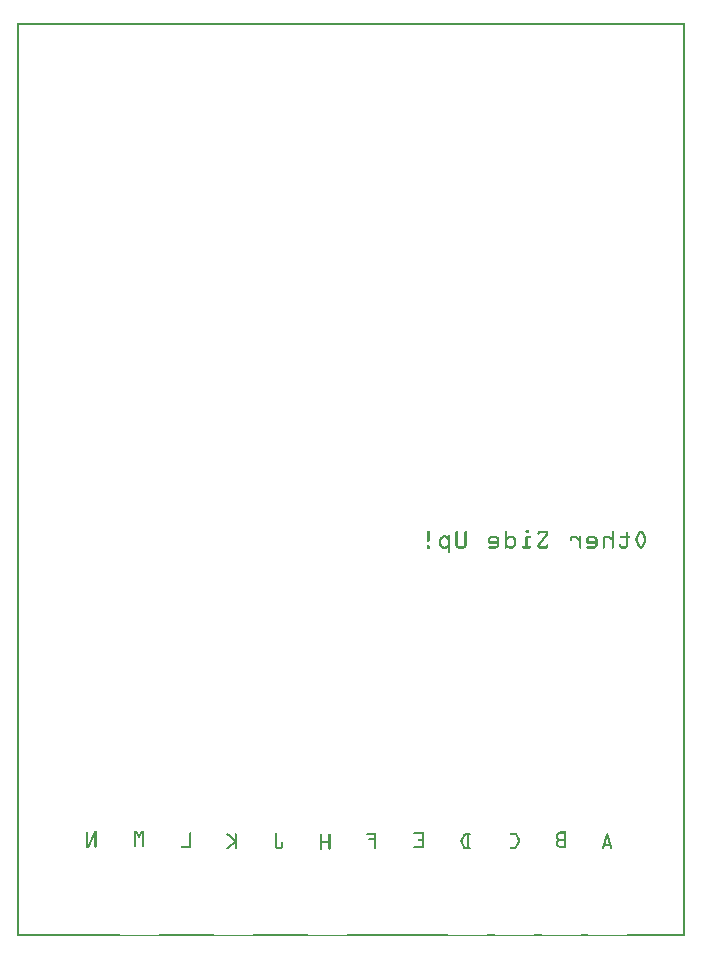
<source format=gbo>
G04 MADE WITH FRITZING*
G04 WWW.FRITZING.ORG*
G04 DOUBLE SIDED*
G04 HOLES PLATED*
G04 CONTOUR ON CENTER OF CONTOUR VECTOR*
%ASAXBY*%
%FSLAX23Y23*%
%MOIN*%
%OFA0B0*%
%SFA1.0B1.0*%
%ADD10R,0.001000X0.001000*%
%LNSILK0*%
G90*
G70*
G54D10*
X0Y3045D02*
X2227Y3045D01*
X0Y3044D02*
X2227Y3044D01*
X0Y3043D02*
X2227Y3043D01*
X0Y3042D02*
X2227Y3042D01*
X0Y3041D02*
X2227Y3041D01*
X0Y3040D02*
X2227Y3040D01*
X0Y3039D02*
X2227Y3039D01*
X0Y3038D02*
X2227Y3038D01*
X0Y3037D02*
X7Y3037D01*
X2220Y3037D02*
X2227Y3037D01*
X0Y3036D02*
X7Y3036D01*
X2220Y3036D02*
X2227Y3036D01*
X0Y3035D02*
X7Y3035D01*
X2220Y3035D02*
X2227Y3035D01*
X0Y3034D02*
X7Y3034D01*
X2220Y3034D02*
X2227Y3034D01*
X0Y3033D02*
X7Y3033D01*
X2220Y3033D02*
X2227Y3033D01*
X0Y3032D02*
X7Y3032D01*
X2220Y3032D02*
X2227Y3032D01*
X0Y3031D02*
X7Y3031D01*
X2220Y3031D02*
X2227Y3031D01*
X0Y3030D02*
X7Y3030D01*
X2220Y3030D02*
X2227Y3030D01*
X0Y3029D02*
X7Y3029D01*
X2220Y3029D02*
X2227Y3029D01*
X0Y3028D02*
X7Y3028D01*
X2220Y3028D02*
X2227Y3028D01*
X0Y3027D02*
X7Y3027D01*
X2220Y3027D02*
X2227Y3027D01*
X0Y3026D02*
X7Y3026D01*
X2220Y3026D02*
X2227Y3026D01*
X0Y3025D02*
X7Y3025D01*
X2220Y3025D02*
X2227Y3025D01*
X0Y3024D02*
X7Y3024D01*
X2220Y3024D02*
X2227Y3024D01*
X0Y3023D02*
X7Y3023D01*
X2220Y3023D02*
X2227Y3023D01*
X0Y3022D02*
X7Y3022D01*
X2220Y3022D02*
X2227Y3022D01*
X0Y3021D02*
X7Y3021D01*
X2220Y3021D02*
X2227Y3021D01*
X0Y3020D02*
X7Y3020D01*
X2220Y3020D02*
X2227Y3020D01*
X0Y3019D02*
X7Y3019D01*
X2220Y3019D02*
X2227Y3019D01*
X0Y3018D02*
X7Y3018D01*
X2220Y3018D02*
X2227Y3018D01*
X0Y3017D02*
X7Y3017D01*
X2220Y3017D02*
X2227Y3017D01*
X0Y3016D02*
X7Y3016D01*
X2220Y3016D02*
X2227Y3016D01*
X0Y3015D02*
X7Y3015D01*
X2220Y3015D02*
X2227Y3015D01*
X0Y3014D02*
X7Y3014D01*
X2220Y3014D02*
X2227Y3014D01*
X0Y3013D02*
X7Y3013D01*
X2220Y3013D02*
X2227Y3013D01*
X0Y3012D02*
X7Y3012D01*
X2220Y3012D02*
X2227Y3012D01*
X0Y3011D02*
X7Y3011D01*
X2220Y3011D02*
X2227Y3011D01*
X0Y3010D02*
X7Y3010D01*
X2220Y3010D02*
X2227Y3010D01*
X0Y3009D02*
X7Y3009D01*
X2220Y3009D02*
X2227Y3009D01*
X0Y3008D02*
X7Y3008D01*
X2220Y3008D02*
X2227Y3008D01*
X0Y3007D02*
X7Y3007D01*
X2220Y3007D02*
X2227Y3007D01*
X0Y3006D02*
X7Y3006D01*
X2220Y3006D02*
X2227Y3006D01*
X0Y3005D02*
X7Y3005D01*
X2220Y3005D02*
X2227Y3005D01*
X0Y3004D02*
X7Y3004D01*
X2220Y3004D02*
X2227Y3004D01*
X0Y3003D02*
X7Y3003D01*
X2220Y3003D02*
X2227Y3003D01*
X0Y3002D02*
X7Y3002D01*
X2220Y3002D02*
X2227Y3002D01*
X0Y3001D02*
X7Y3001D01*
X2220Y3001D02*
X2227Y3001D01*
X0Y3000D02*
X7Y3000D01*
X2220Y3000D02*
X2227Y3000D01*
X0Y2999D02*
X7Y2999D01*
X2220Y2999D02*
X2227Y2999D01*
X0Y2998D02*
X7Y2998D01*
X2220Y2998D02*
X2227Y2998D01*
X0Y2997D02*
X7Y2997D01*
X2220Y2997D02*
X2227Y2997D01*
X0Y2996D02*
X7Y2996D01*
X2220Y2996D02*
X2227Y2996D01*
X0Y2995D02*
X7Y2995D01*
X2220Y2995D02*
X2227Y2995D01*
X0Y2994D02*
X7Y2994D01*
X2220Y2994D02*
X2227Y2994D01*
X0Y2993D02*
X7Y2993D01*
X2220Y2993D02*
X2227Y2993D01*
X0Y2992D02*
X7Y2992D01*
X2220Y2992D02*
X2227Y2992D01*
X0Y2991D02*
X7Y2991D01*
X2220Y2991D02*
X2227Y2991D01*
X0Y2990D02*
X7Y2990D01*
X2220Y2990D02*
X2227Y2990D01*
X0Y2989D02*
X7Y2989D01*
X2220Y2989D02*
X2227Y2989D01*
X0Y2988D02*
X7Y2988D01*
X2220Y2988D02*
X2227Y2988D01*
X0Y2987D02*
X7Y2987D01*
X2220Y2987D02*
X2227Y2987D01*
X0Y2986D02*
X7Y2986D01*
X2220Y2986D02*
X2227Y2986D01*
X0Y2985D02*
X7Y2985D01*
X2220Y2985D02*
X2227Y2985D01*
X0Y2984D02*
X7Y2984D01*
X2220Y2984D02*
X2227Y2984D01*
X0Y2983D02*
X7Y2983D01*
X2220Y2983D02*
X2227Y2983D01*
X0Y2982D02*
X7Y2982D01*
X2220Y2982D02*
X2227Y2982D01*
X0Y2981D02*
X7Y2981D01*
X2220Y2981D02*
X2227Y2981D01*
X0Y2980D02*
X7Y2980D01*
X2220Y2980D02*
X2227Y2980D01*
X0Y2979D02*
X7Y2979D01*
X2220Y2979D02*
X2227Y2979D01*
X0Y2978D02*
X7Y2978D01*
X2220Y2978D02*
X2227Y2978D01*
X0Y2977D02*
X7Y2977D01*
X2220Y2977D02*
X2227Y2977D01*
X0Y2976D02*
X7Y2976D01*
X2220Y2976D02*
X2227Y2976D01*
X0Y2975D02*
X7Y2975D01*
X2220Y2975D02*
X2227Y2975D01*
X0Y2974D02*
X7Y2974D01*
X2220Y2974D02*
X2227Y2974D01*
X0Y2973D02*
X7Y2973D01*
X2220Y2973D02*
X2227Y2973D01*
X0Y2972D02*
X7Y2972D01*
X2220Y2972D02*
X2227Y2972D01*
X0Y2971D02*
X7Y2971D01*
X2220Y2971D02*
X2227Y2971D01*
X0Y2970D02*
X7Y2970D01*
X2220Y2970D02*
X2227Y2970D01*
X0Y2969D02*
X7Y2969D01*
X2220Y2969D02*
X2227Y2969D01*
X0Y2968D02*
X7Y2968D01*
X2220Y2968D02*
X2227Y2968D01*
X0Y2967D02*
X7Y2967D01*
X2220Y2967D02*
X2227Y2967D01*
X0Y2966D02*
X7Y2966D01*
X2220Y2966D02*
X2227Y2966D01*
X0Y2965D02*
X7Y2965D01*
X2220Y2965D02*
X2227Y2965D01*
X0Y2964D02*
X7Y2964D01*
X2220Y2964D02*
X2227Y2964D01*
X0Y2963D02*
X7Y2963D01*
X2220Y2963D02*
X2227Y2963D01*
X0Y2962D02*
X7Y2962D01*
X2220Y2962D02*
X2227Y2962D01*
X0Y2961D02*
X7Y2961D01*
X2220Y2961D02*
X2227Y2961D01*
X0Y2960D02*
X7Y2960D01*
X2220Y2960D02*
X2227Y2960D01*
X0Y2959D02*
X7Y2959D01*
X2220Y2959D02*
X2227Y2959D01*
X0Y2958D02*
X7Y2958D01*
X2220Y2958D02*
X2227Y2958D01*
X0Y2957D02*
X7Y2957D01*
X2220Y2957D02*
X2227Y2957D01*
X0Y2956D02*
X7Y2956D01*
X2220Y2956D02*
X2227Y2956D01*
X0Y2955D02*
X7Y2955D01*
X2220Y2955D02*
X2227Y2955D01*
X0Y2954D02*
X7Y2954D01*
X2220Y2954D02*
X2227Y2954D01*
X0Y2953D02*
X7Y2953D01*
X2220Y2953D02*
X2227Y2953D01*
X0Y2952D02*
X7Y2952D01*
X2220Y2952D02*
X2227Y2952D01*
X0Y2951D02*
X7Y2951D01*
X2220Y2951D02*
X2227Y2951D01*
X0Y2950D02*
X7Y2950D01*
X2220Y2950D02*
X2227Y2950D01*
X0Y2949D02*
X7Y2949D01*
X2220Y2949D02*
X2227Y2949D01*
X0Y2948D02*
X7Y2948D01*
X2220Y2948D02*
X2227Y2948D01*
X0Y2947D02*
X7Y2947D01*
X2220Y2947D02*
X2227Y2947D01*
X0Y2946D02*
X7Y2946D01*
X2220Y2946D02*
X2227Y2946D01*
X0Y2945D02*
X7Y2945D01*
X2220Y2945D02*
X2227Y2945D01*
X0Y2944D02*
X7Y2944D01*
X2220Y2944D02*
X2227Y2944D01*
X0Y2943D02*
X7Y2943D01*
X2220Y2943D02*
X2227Y2943D01*
X0Y2942D02*
X7Y2942D01*
X2220Y2942D02*
X2227Y2942D01*
X0Y2941D02*
X7Y2941D01*
X2220Y2941D02*
X2227Y2941D01*
X0Y2940D02*
X7Y2940D01*
X2220Y2940D02*
X2227Y2940D01*
X0Y2939D02*
X7Y2939D01*
X2220Y2939D02*
X2227Y2939D01*
X0Y2938D02*
X7Y2938D01*
X2220Y2938D02*
X2227Y2938D01*
X0Y2937D02*
X7Y2937D01*
X2220Y2937D02*
X2227Y2937D01*
X0Y2936D02*
X7Y2936D01*
X2220Y2936D02*
X2227Y2936D01*
X0Y2935D02*
X7Y2935D01*
X2220Y2935D02*
X2227Y2935D01*
X0Y2934D02*
X7Y2934D01*
X2220Y2934D02*
X2227Y2934D01*
X0Y2933D02*
X7Y2933D01*
X2220Y2933D02*
X2227Y2933D01*
X0Y2932D02*
X7Y2932D01*
X2220Y2932D02*
X2227Y2932D01*
X0Y2931D02*
X7Y2931D01*
X2220Y2931D02*
X2227Y2931D01*
X0Y2930D02*
X7Y2930D01*
X2220Y2930D02*
X2227Y2930D01*
X0Y2929D02*
X7Y2929D01*
X2220Y2929D02*
X2227Y2929D01*
X0Y2928D02*
X7Y2928D01*
X2220Y2928D02*
X2227Y2928D01*
X0Y2927D02*
X7Y2927D01*
X2220Y2927D02*
X2227Y2927D01*
X0Y2926D02*
X7Y2926D01*
X2220Y2926D02*
X2227Y2926D01*
X0Y2925D02*
X7Y2925D01*
X2220Y2925D02*
X2227Y2925D01*
X0Y2924D02*
X7Y2924D01*
X2220Y2924D02*
X2227Y2924D01*
X0Y2923D02*
X7Y2923D01*
X2220Y2923D02*
X2227Y2923D01*
X0Y2922D02*
X7Y2922D01*
X2220Y2922D02*
X2227Y2922D01*
X0Y2921D02*
X7Y2921D01*
X2220Y2921D02*
X2227Y2921D01*
X0Y2920D02*
X7Y2920D01*
X2220Y2920D02*
X2227Y2920D01*
X0Y2919D02*
X7Y2919D01*
X2220Y2919D02*
X2227Y2919D01*
X0Y2918D02*
X7Y2918D01*
X2220Y2918D02*
X2227Y2918D01*
X0Y2917D02*
X7Y2917D01*
X2220Y2917D02*
X2227Y2917D01*
X0Y2916D02*
X7Y2916D01*
X2220Y2916D02*
X2227Y2916D01*
X0Y2915D02*
X7Y2915D01*
X2220Y2915D02*
X2227Y2915D01*
X0Y2914D02*
X7Y2914D01*
X2220Y2914D02*
X2227Y2914D01*
X0Y2913D02*
X7Y2913D01*
X2220Y2913D02*
X2227Y2913D01*
X0Y2912D02*
X7Y2912D01*
X2220Y2912D02*
X2227Y2912D01*
X0Y2911D02*
X7Y2911D01*
X2220Y2911D02*
X2227Y2911D01*
X0Y2910D02*
X7Y2910D01*
X2220Y2910D02*
X2227Y2910D01*
X0Y2909D02*
X7Y2909D01*
X2220Y2909D02*
X2227Y2909D01*
X0Y2908D02*
X7Y2908D01*
X2220Y2908D02*
X2227Y2908D01*
X0Y2907D02*
X7Y2907D01*
X2220Y2907D02*
X2227Y2907D01*
X0Y2906D02*
X7Y2906D01*
X2220Y2906D02*
X2227Y2906D01*
X0Y2905D02*
X7Y2905D01*
X2220Y2905D02*
X2227Y2905D01*
X0Y2904D02*
X7Y2904D01*
X2220Y2904D02*
X2227Y2904D01*
X0Y2903D02*
X7Y2903D01*
X2220Y2903D02*
X2227Y2903D01*
X0Y2902D02*
X7Y2902D01*
X2220Y2902D02*
X2227Y2902D01*
X0Y2901D02*
X7Y2901D01*
X2220Y2901D02*
X2227Y2901D01*
X0Y2900D02*
X7Y2900D01*
X2220Y2900D02*
X2227Y2900D01*
X0Y2899D02*
X7Y2899D01*
X2220Y2899D02*
X2227Y2899D01*
X0Y2898D02*
X7Y2898D01*
X2220Y2898D02*
X2227Y2898D01*
X0Y2897D02*
X7Y2897D01*
X2220Y2897D02*
X2227Y2897D01*
X0Y2896D02*
X7Y2896D01*
X2220Y2896D02*
X2227Y2896D01*
X0Y2895D02*
X7Y2895D01*
X2220Y2895D02*
X2227Y2895D01*
X0Y2894D02*
X7Y2894D01*
X2220Y2894D02*
X2227Y2894D01*
X0Y2893D02*
X7Y2893D01*
X2220Y2893D02*
X2227Y2893D01*
X0Y2892D02*
X7Y2892D01*
X2220Y2892D02*
X2227Y2892D01*
X0Y2891D02*
X7Y2891D01*
X2220Y2891D02*
X2227Y2891D01*
X0Y2890D02*
X7Y2890D01*
X2220Y2890D02*
X2227Y2890D01*
X0Y2889D02*
X7Y2889D01*
X2220Y2889D02*
X2227Y2889D01*
X0Y2888D02*
X7Y2888D01*
X2220Y2888D02*
X2227Y2888D01*
X0Y2887D02*
X7Y2887D01*
X2220Y2887D02*
X2227Y2887D01*
X0Y2886D02*
X7Y2886D01*
X2220Y2886D02*
X2227Y2886D01*
X0Y2885D02*
X7Y2885D01*
X2220Y2885D02*
X2227Y2885D01*
X0Y2884D02*
X7Y2884D01*
X2220Y2884D02*
X2227Y2884D01*
X0Y2883D02*
X7Y2883D01*
X2220Y2883D02*
X2227Y2883D01*
X0Y2882D02*
X7Y2882D01*
X2220Y2882D02*
X2227Y2882D01*
X0Y2881D02*
X7Y2881D01*
X2220Y2881D02*
X2227Y2881D01*
X0Y2880D02*
X7Y2880D01*
X2220Y2880D02*
X2227Y2880D01*
X0Y2879D02*
X7Y2879D01*
X2220Y2879D02*
X2227Y2879D01*
X0Y2878D02*
X7Y2878D01*
X2220Y2878D02*
X2227Y2878D01*
X0Y2877D02*
X7Y2877D01*
X2220Y2877D02*
X2227Y2877D01*
X0Y2876D02*
X7Y2876D01*
X2220Y2876D02*
X2227Y2876D01*
X0Y2875D02*
X7Y2875D01*
X2220Y2875D02*
X2227Y2875D01*
X0Y2874D02*
X7Y2874D01*
X2220Y2874D02*
X2227Y2874D01*
X0Y2873D02*
X7Y2873D01*
X2220Y2873D02*
X2227Y2873D01*
X0Y2872D02*
X7Y2872D01*
X2220Y2872D02*
X2227Y2872D01*
X0Y2871D02*
X7Y2871D01*
X2220Y2871D02*
X2227Y2871D01*
X0Y2870D02*
X7Y2870D01*
X2220Y2870D02*
X2227Y2870D01*
X0Y2869D02*
X7Y2869D01*
X2220Y2869D02*
X2227Y2869D01*
X0Y2868D02*
X7Y2868D01*
X2220Y2868D02*
X2227Y2868D01*
X0Y2867D02*
X7Y2867D01*
X2220Y2867D02*
X2227Y2867D01*
X0Y2866D02*
X7Y2866D01*
X2220Y2866D02*
X2227Y2866D01*
X0Y2865D02*
X7Y2865D01*
X2220Y2865D02*
X2227Y2865D01*
X0Y2864D02*
X7Y2864D01*
X2220Y2864D02*
X2227Y2864D01*
X0Y2863D02*
X7Y2863D01*
X2220Y2863D02*
X2227Y2863D01*
X0Y2862D02*
X7Y2862D01*
X2220Y2862D02*
X2227Y2862D01*
X0Y2861D02*
X7Y2861D01*
X2220Y2861D02*
X2227Y2861D01*
X0Y2860D02*
X7Y2860D01*
X2220Y2860D02*
X2227Y2860D01*
X0Y2859D02*
X7Y2859D01*
X2220Y2859D02*
X2227Y2859D01*
X0Y2858D02*
X7Y2858D01*
X2220Y2858D02*
X2227Y2858D01*
X0Y2857D02*
X7Y2857D01*
X2220Y2857D02*
X2227Y2857D01*
X0Y2856D02*
X7Y2856D01*
X2220Y2856D02*
X2227Y2856D01*
X0Y2855D02*
X7Y2855D01*
X2220Y2855D02*
X2227Y2855D01*
X0Y2854D02*
X7Y2854D01*
X2220Y2854D02*
X2227Y2854D01*
X0Y2853D02*
X7Y2853D01*
X2220Y2853D02*
X2227Y2853D01*
X0Y2852D02*
X7Y2852D01*
X2220Y2852D02*
X2227Y2852D01*
X0Y2851D02*
X7Y2851D01*
X2220Y2851D02*
X2227Y2851D01*
X0Y2850D02*
X7Y2850D01*
X2220Y2850D02*
X2227Y2850D01*
X0Y2849D02*
X7Y2849D01*
X2220Y2849D02*
X2227Y2849D01*
X0Y2848D02*
X7Y2848D01*
X2220Y2848D02*
X2227Y2848D01*
X0Y2847D02*
X7Y2847D01*
X2220Y2847D02*
X2227Y2847D01*
X0Y2846D02*
X7Y2846D01*
X2220Y2846D02*
X2227Y2846D01*
X0Y2845D02*
X7Y2845D01*
X2220Y2845D02*
X2227Y2845D01*
X0Y2844D02*
X7Y2844D01*
X2220Y2844D02*
X2227Y2844D01*
X0Y2843D02*
X7Y2843D01*
X2220Y2843D02*
X2227Y2843D01*
X0Y2842D02*
X7Y2842D01*
X2220Y2842D02*
X2227Y2842D01*
X0Y2841D02*
X7Y2841D01*
X2220Y2841D02*
X2227Y2841D01*
X0Y2840D02*
X7Y2840D01*
X2220Y2840D02*
X2227Y2840D01*
X0Y2839D02*
X7Y2839D01*
X2220Y2839D02*
X2227Y2839D01*
X0Y2838D02*
X7Y2838D01*
X2220Y2838D02*
X2227Y2838D01*
X0Y2837D02*
X7Y2837D01*
X2220Y2837D02*
X2227Y2837D01*
X0Y2836D02*
X7Y2836D01*
X2220Y2836D02*
X2227Y2836D01*
X0Y2835D02*
X7Y2835D01*
X2220Y2835D02*
X2227Y2835D01*
X0Y2834D02*
X7Y2834D01*
X2220Y2834D02*
X2227Y2834D01*
X0Y2833D02*
X7Y2833D01*
X2220Y2833D02*
X2227Y2833D01*
X0Y2832D02*
X7Y2832D01*
X2220Y2832D02*
X2227Y2832D01*
X0Y2831D02*
X7Y2831D01*
X2220Y2831D02*
X2227Y2831D01*
X0Y2830D02*
X7Y2830D01*
X2220Y2830D02*
X2227Y2830D01*
X0Y2829D02*
X7Y2829D01*
X2220Y2829D02*
X2227Y2829D01*
X0Y2828D02*
X7Y2828D01*
X2220Y2828D02*
X2227Y2828D01*
X0Y2827D02*
X7Y2827D01*
X2220Y2827D02*
X2227Y2827D01*
X0Y2826D02*
X7Y2826D01*
X2220Y2826D02*
X2227Y2826D01*
X0Y2825D02*
X7Y2825D01*
X2220Y2825D02*
X2227Y2825D01*
X0Y2824D02*
X7Y2824D01*
X2220Y2824D02*
X2227Y2824D01*
X0Y2823D02*
X7Y2823D01*
X2220Y2823D02*
X2227Y2823D01*
X0Y2822D02*
X7Y2822D01*
X2220Y2822D02*
X2227Y2822D01*
X0Y2821D02*
X7Y2821D01*
X2220Y2821D02*
X2227Y2821D01*
X0Y2820D02*
X7Y2820D01*
X2220Y2820D02*
X2227Y2820D01*
X0Y2819D02*
X7Y2819D01*
X2220Y2819D02*
X2227Y2819D01*
X0Y2818D02*
X7Y2818D01*
X2220Y2818D02*
X2227Y2818D01*
X0Y2817D02*
X7Y2817D01*
X2220Y2817D02*
X2227Y2817D01*
X0Y2816D02*
X7Y2816D01*
X2220Y2816D02*
X2227Y2816D01*
X0Y2815D02*
X7Y2815D01*
X2220Y2815D02*
X2227Y2815D01*
X0Y2814D02*
X7Y2814D01*
X2220Y2814D02*
X2227Y2814D01*
X0Y2813D02*
X7Y2813D01*
X2220Y2813D02*
X2227Y2813D01*
X0Y2812D02*
X7Y2812D01*
X2220Y2812D02*
X2227Y2812D01*
X0Y2811D02*
X7Y2811D01*
X2220Y2811D02*
X2227Y2811D01*
X0Y2810D02*
X7Y2810D01*
X2220Y2810D02*
X2227Y2810D01*
X0Y2809D02*
X7Y2809D01*
X2220Y2809D02*
X2227Y2809D01*
X0Y2808D02*
X7Y2808D01*
X2220Y2808D02*
X2227Y2808D01*
X0Y2807D02*
X7Y2807D01*
X2220Y2807D02*
X2227Y2807D01*
X0Y2806D02*
X7Y2806D01*
X2220Y2806D02*
X2227Y2806D01*
X0Y2805D02*
X7Y2805D01*
X2220Y2805D02*
X2227Y2805D01*
X0Y2804D02*
X7Y2804D01*
X2220Y2804D02*
X2227Y2804D01*
X0Y2803D02*
X7Y2803D01*
X2220Y2803D02*
X2227Y2803D01*
X0Y2802D02*
X7Y2802D01*
X2220Y2802D02*
X2227Y2802D01*
X0Y2801D02*
X7Y2801D01*
X2220Y2801D02*
X2227Y2801D01*
X0Y2800D02*
X7Y2800D01*
X2220Y2800D02*
X2227Y2800D01*
X0Y2799D02*
X7Y2799D01*
X2220Y2799D02*
X2227Y2799D01*
X0Y2798D02*
X7Y2798D01*
X2220Y2798D02*
X2227Y2798D01*
X0Y2797D02*
X7Y2797D01*
X2220Y2797D02*
X2227Y2797D01*
X0Y2796D02*
X7Y2796D01*
X2220Y2796D02*
X2227Y2796D01*
X0Y2795D02*
X7Y2795D01*
X2220Y2795D02*
X2227Y2795D01*
X0Y2794D02*
X7Y2794D01*
X2220Y2794D02*
X2227Y2794D01*
X0Y2793D02*
X7Y2793D01*
X2220Y2793D02*
X2227Y2793D01*
X0Y2792D02*
X7Y2792D01*
X2220Y2792D02*
X2227Y2792D01*
X0Y2791D02*
X7Y2791D01*
X2220Y2791D02*
X2227Y2791D01*
X0Y2790D02*
X7Y2790D01*
X2220Y2790D02*
X2227Y2790D01*
X0Y2789D02*
X7Y2789D01*
X2220Y2789D02*
X2227Y2789D01*
X0Y2788D02*
X7Y2788D01*
X2220Y2788D02*
X2227Y2788D01*
X0Y2787D02*
X7Y2787D01*
X2220Y2787D02*
X2227Y2787D01*
X0Y2786D02*
X7Y2786D01*
X2220Y2786D02*
X2227Y2786D01*
X0Y2785D02*
X7Y2785D01*
X2220Y2785D02*
X2227Y2785D01*
X0Y2784D02*
X7Y2784D01*
X2220Y2784D02*
X2227Y2784D01*
X0Y2783D02*
X7Y2783D01*
X2220Y2783D02*
X2227Y2783D01*
X0Y2782D02*
X7Y2782D01*
X2220Y2782D02*
X2227Y2782D01*
X0Y2781D02*
X7Y2781D01*
X2220Y2781D02*
X2227Y2781D01*
X0Y2780D02*
X7Y2780D01*
X2220Y2780D02*
X2227Y2780D01*
X0Y2779D02*
X7Y2779D01*
X2220Y2779D02*
X2227Y2779D01*
X0Y2778D02*
X7Y2778D01*
X2220Y2778D02*
X2227Y2778D01*
X0Y2777D02*
X7Y2777D01*
X2220Y2777D02*
X2227Y2777D01*
X0Y2776D02*
X7Y2776D01*
X2220Y2776D02*
X2227Y2776D01*
X0Y2775D02*
X7Y2775D01*
X2220Y2775D02*
X2227Y2775D01*
X0Y2774D02*
X7Y2774D01*
X2220Y2774D02*
X2227Y2774D01*
X0Y2773D02*
X7Y2773D01*
X2220Y2773D02*
X2227Y2773D01*
X0Y2772D02*
X7Y2772D01*
X2220Y2772D02*
X2227Y2772D01*
X0Y2771D02*
X7Y2771D01*
X2220Y2771D02*
X2227Y2771D01*
X0Y2770D02*
X7Y2770D01*
X2220Y2770D02*
X2227Y2770D01*
X0Y2769D02*
X7Y2769D01*
X2220Y2769D02*
X2227Y2769D01*
X0Y2768D02*
X7Y2768D01*
X2220Y2768D02*
X2227Y2768D01*
X0Y2767D02*
X7Y2767D01*
X2220Y2767D02*
X2227Y2767D01*
X0Y2766D02*
X7Y2766D01*
X2220Y2766D02*
X2227Y2766D01*
X0Y2765D02*
X7Y2765D01*
X2220Y2765D02*
X2227Y2765D01*
X0Y2764D02*
X7Y2764D01*
X2220Y2764D02*
X2227Y2764D01*
X0Y2763D02*
X7Y2763D01*
X2220Y2763D02*
X2227Y2763D01*
X0Y2762D02*
X7Y2762D01*
X2220Y2762D02*
X2227Y2762D01*
X0Y2761D02*
X7Y2761D01*
X2220Y2761D02*
X2227Y2761D01*
X0Y2760D02*
X7Y2760D01*
X2220Y2760D02*
X2227Y2760D01*
X0Y2759D02*
X7Y2759D01*
X2220Y2759D02*
X2227Y2759D01*
X0Y2758D02*
X7Y2758D01*
X2220Y2758D02*
X2227Y2758D01*
X0Y2757D02*
X7Y2757D01*
X2220Y2757D02*
X2227Y2757D01*
X0Y2756D02*
X7Y2756D01*
X2220Y2756D02*
X2227Y2756D01*
X0Y2755D02*
X7Y2755D01*
X2220Y2755D02*
X2227Y2755D01*
X0Y2754D02*
X7Y2754D01*
X2220Y2754D02*
X2227Y2754D01*
X0Y2753D02*
X7Y2753D01*
X2220Y2753D02*
X2227Y2753D01*
X0Y2752D02*
X7Y2752D01*
X2220Y2752D02*
X2227Y2752D01*
X0Y2751D02*
X7Y2751D01*
X2220Y2751D02*
X2227Y2751D01*
X0Y2750D02*
X7Y2750D01*
X2220Y2750D02*
X2227Y2750D01*
X0Y2749D02*
X7Y2749D01*
X2220Y2749D02*
X2227Y2749D01*
X0Y2748D02*
X7Y2748D01*
X2220Y2748D02*
X2227Y2748D01*
X0Y2747D02*
X7Y2747D01*
X2220Y2747D02*
X2227Y2747D01*
X0Y2746D02*
X7Y2746D01*
X2220Y2746D02*
X2227Y2746D01*
X0Y2745D02*
X7Y2745D01*
X2220Y2745D02*
X2227Y2745D01*
X0Y2744D02*
X7Y2744D01*
X2220Y2744D02*
X2227Y2744D01*
X0Y2743D02*
X7Y2743D01*
X2220Y2743D02*
X2227Y2743D01*
X0Y2742D02*
X7Y2742D01*
X2220Y2742D02*
X2227Y2742D01*
X0Y2741D02*
X7Y2741D01*
X2220Y2741D02*
X2227Y2741D01*
X0Y2740D02*
X7Y2740D01*
X2220Y2740D02*
X2227Y2740D01*
X0Y2739D02*
X7Y2739D01*
X2220Y2739D02*
X2227Y2739D01*
X0Y2738D02*
X7Y2738D01*
X2220Y2738D02*
X2227Y2738D01*
X0Y2737D02*
X7Y2737D01*
X2220Y2737D02*
X2227Y2737D01*
X0Y2736D02*
X7Y2736D01*
X2220Y2736D02*
X2227Y2736D01*
X0Y2735D02*
X7Y2735D01*
X2220Y2735D02*
X2227Y2735D01*
X0Y2734D02*
X7Y2734D01*
X2220Y2734D02*
X2227Y2734D01*
X0Y2733D02*
X7Y2733D01*
X2220Y2733D02*
X2227Y2733D01*
X0Y2732D02*
X7Y2732D01*
X2220Y2732D02*
X2227Y2732D01*
X0Y2731D02*
X7Y2731D01*
X2220Y2731D02*
X2227Y2731D01*
X0Y2730D02*
X7Y2730D01*
X2220Y2730D02*
X2227Y2730D01*
X0Y2729D02*
X7Y2729D01*
X2220Y2729D02*
X2227Y2729D01*
X0Y2728D02*
X7Y2728D01*
X2220Y2728D02*
X2227Y2728D01*
X0Y2727D02*
X7Y2727D01*
X2220Y2727D02*
X2227Y2727D01*
X0Y2726D02*
X7Y2726D01*
X2220Y2726D02*
X2227Y2726D01*
X0Y2725D02*
X7Y2725D01*
X2220Y2725D02*
X2227Y2725D01*
X0Y2724D02*
X7Y2724D01*
X2220Y2724D02*
X2227Y2724D01*
X0Y2723D02*
X7Y2723D01*
X2220Y2723D02*
X2227Y2723D01*
X0Y2722D02*
X7Y2722D01*
X2220Y2722D02*
X2227Y2722D01*
X0Y2721D02*
X7Y2721D01*
X2220Y2721D02*
X2227Y2721D01*
X0Y2720D02*
X7Y2720D01*
X2220Y2720D02*
X2227Y2720D01*
X0Y2719D02*
X7Y2719D01*
X2220Y2719D02*
X2227Y2719D01*
X0Y2718D02*
X7Y2718D01*
X2220Y2718D02*
X2227Y2718D01*
X0Y2717D02*
X7Y2717D01*
X2220Y2717D02*
X2227Y2717D01*
X0Y2716D02*
X7Y2716D01*
X2220Y2716D02*
X2227Y2716D01*
X0Y2715D02*
X7Y2715D01*
X2220Y2715D02*
X2227Y2715D01*
X0Y2714D02*
X7Y2714D01*
X2220Y2714D02*
X2227Y2714D01*
X0Y2713D02*
X7Y2713D01*
X2220Y2713D02*
X2227Y2713D01*
X0Y2712D02*
X7Y2712D01*
X2220Y2712D02*
X2227Y2712D01*
X0Y2711D02*
X7Y2711D01*
X2220Y2711D02*
X2227Y2711D01*
X0Y2710D02*
X7Y2710D01*
X2220Y2710D02*
X2227Y2710D01*
X0Y2709D02*
X7Y2709D01*
X2220Y2709D02*
X2227Y2709D01*
X0Y2708D02*
X7Y2708D01*
X2220Y2708D02*
X2227Y2708D01*
X0Y2707D02*
X7Y2707D01*
X2220Y2707D02*
X2227Y2707D01*
X0Y2706D02*
X7Y2706D01*
X2220Y2706D02*
X2227Y2706D01*
X0Y2705D02*
X7Y2705D01*
X2220Y2705D02*
X2227Y2705D01*
X0Y2704D02*
X7Y2704D01*
X2220Y2704D02*
X2227Y2704D01*
X0Y2703D02*
X7Y2703D01*
X2220Y2703D02*
X2227Y2703D01*
X0Y2702D02*
X7Y2702D01*
X2220Y2702D02*
X2227Y2702D01*
X0Y2701D02*
X7Y2701D01*
X2220Y2701D02*
X2227Y2701D01*
X0Y2700D02*
X7Y2700D01*
X2220Y2700D02*
X2227Y2700D01*
X0Y2699D02*
X7Y2699D01*
X2220Y2699D02*
X2227Y2699D01*
X0Y2698D02*
X7Y2698D01*
X2220Y2698D02*
X2227Y2698D01*
X0Y2697D02*
X7Y2697D01*
X2220Y2697D02*
X2227Y2697D01*
X0Y2696D02*
X7Y2696D01*
X2220Y2696D02*
X2227Y2696D01*
X0Y2695D02*
X7Y2695D01*
X2220Y2695D02*
X2227Y2695D01*
X0Y2694D02*
X7Y2694D01*
X2220Y2694D02*
X2227Y2694D01*
X0Y2693D02*
X7Y2693D01*
X2220Y2693D02*
X2227Y2693D01*
X0Y2692D02*
X7Y2692D01*
X2220Y2692D02*
X2227Y2692D01*
X0Y2691D02*
X7Y2691D01*
X2220Y2691D02*
X2227Y2691D01*
X0Y2690D02*
X7Y2690D01*
X2220Y2690D02*
X2227Y2690D01*
X0Y2689D02*
X7Y2689D01*
X2220Y2689D02*
X2227Y2689D01*
X0Y2688D02*
X7Y2688D01*
X2220Y2688D02*
X2227Y2688D01*
X0Y2687D02*
X7Y2687D01*
X2220Y2687D02*
X2227Y2687D01*
X0Y2686D02*
X7Y2686D01*
X2220Y2686D02*
X2227Y2686D01*
X0Y2685D02*
X7Y2685D01*
X2220Y2685D02*
X2227Y2685D01*
X0Y2684D02*
X7Y2684D01*
X2220Y2684D02*
X2227Y2684D01*
X0Y2683D02*
X7Y2683D01*
X2220Y2683D02*
X2227Y2683D01*
X0Y2682D02*
X7Y2682D01*
X2220Y2682D02*
X2227Y2682D01*
X0Y2681D02*
X7Y2681D01*
X2220Y2681D02*
X2227Y2681D01*
X0Y2680D02*
X7Y2680D01*
X2220Y2680D02*
X2227Y2680D01*
X0Y2679D02*
X7Y2679D01*
X2220Y2679D02*
X2227Y2679D01*
X0Y2678D02*
X7Y2678D01*
X2220Y2678D02*
X2227Y2678D01*
X0Y2677D02*
X7Y2677D01*
X2220Y2677D02*
X2227Y2677D01*
X0Y2676D02*
X7Y2676D01*
X2220Y2676D02*
X2227Y2676D01*
X0Y2675D02*
X7Y2675D01*
X2220Y2675D02*
X2227Y2675D01*
X0Y2674D02*
X7Y2674D01*
X2220Y2674D02*
X2227Y2674D01*
X0Y2673D02*
X7Y2673D01*
X2220Y2673D02*
X2227Y2673D01*
X0Y2672D02*
X7Y2672D01*
X2220Y2672D02*
X2227Y2672D01*
X0Y2671D02*
X7Y2671D01*
X2220Y2671D02*
X2227Y2671D01*
X0Y2670D02*
X7Y2670D01*
X2220Y2670D02*
X2227Y2670D01*
X0Y2669D02*
X7Y2669D01*
X2220Y2669D02*
X2227Y2669D01*
X0Y2668D02*
X7Y2668D01*
X2220Y2668D02*
X2227Y2668D01*
X0Y2667D02*
X7Y2667D01*
X2220Y2667D02*
X2227Y2667D01*
X0Y2666D02*
X7Y2666D01*
X2220Y2666D02*
X2227Y2666D01*
X0Y2665D02*
X7Y2665D01*
X2220Y2665D02*
X2227Y2665D01*
X0Y2664D02*
X7Y2664D01*
X2220Y2664D02*
X2227Y2664D01*
X0Y2663D02*
X7Y2663D01*
X2220Y2663D02*
X2227Y2663D01*
X0Y2662D02*
X7Y2662D01*
X2220Y2662D02*
X2227Y2662D01*
X0Y2661D02*
X7Y2661D01*
X2220Y2661D02*
X2227Y2661D01*
X0Y2660D02*
X7Y2660D01*
X2220Y2660D02*
X2227Y2660D01*
X0Y2659D02*
X7Y2659D01*
X2220Y2659D02*
X2227Y2659D01*
X0Y2658D02*
X7Y2658D01*
X2220Y2658D02*
X2227Y2658D01*
X0Y2657D02*
X7Y2657D01*
X2220Y2657D02*
X2227Y2657D01*
X0Y2656D02*
X7Y2656D01*
X2220Y2656D02*
X2227Y2656D01*
X0Y2655D02*
X7Y2655D01*
X2220Y2655D02*
X2227Y2655D01*
X0Y2654D02*
X7Y2654D01*
X2220Y2654D02*
X2227Y2654D01*
X0Y2653D02*
X7Y2653D01*
X2220Y2653D02*
X2227Y2653D01*
X0Y2652D02*
X7Y2652D01*
X2220Y2652D02*
X2227Y2652D01*
X0Y2651D02*
X7Y2651D01*
X2220Y2651D02*
X2227Y2651D01*
X0Y2650D02*
X7Y2650D01*
X2220Y2650D02*
X2227Y2650D01*
X0Y2649D02*
X7Y2649D01*
X2220Y2649D02*
X2227Y2649D01*
X0Y2648D02*
X7Y2648D01*
X2220Y2648D02*
X2227Y2648D01*
X0Y2647D02*
X7Y2647D01*
X2220Y2647D02*
X2227Y2647D01*
X0Y2646D02*
X7Y2646D01*
X2220Y2646D02*
X2227Y2646D01*
X0Y2645D02*
X7Y2645D01*
X2220Y2645D02*
X2227Y2645D01*
X0Y2644D02*
X7Y2644D01*
X2220Y2644D02*
X2227Y2644D01*
X0Y2643D02*
X7Y2643D01*
X2220Y2643D02*
X2227Y2643D01*
X0Y2642D02*
X7Y2642D01*
X2220Y2642D02*
X2227Y2642D01*
X0Y2641D02*
X7Y2641D01*
X2220Y2641D02*
X2227Y2641D01*
X0Y2640D02*
X7Y2640D01*
X2220Y2640D02*
X2227Y2640D01*
X0Y2639D02*
X7Y2639D01*
X2220Y2639D02*
X2227Y2639D01*
X0Y2638D02*
X7Y2638D01*
X2220Y2638D02*
X2227Y2638D01*
X0Y2637D02*
X7Y2637D01*
X2220Y2637D02*
X2227Y2637D01*
X0Y2636D02*
X7Y2636D01*
X2220Y2636D02*
X2227Y2636D01*
X0Y2635D02*
X7Y2635D01*
X2220Y2635D02*
X2227Y2635D01*
X0Y2634D02*
X7Y2634D01*
X2220Y2634D02*
X2227Y2634D01*
X0Y2633D02*
X7Y2633D01*
X2220Y2633D02*
X2227Y2633D01*
X0Y2632D02*
X7Y2632D01*
X2220Y2632D02*
X2227Y2632D01*
X0Y2631D02*
X7Y2631D01*
X2220Y2631D02*
X2227Y2631D01*
X0Y2630D02*
X7Y2630D01*
X2220Y2630D02*
X2227Y2630D01*
X0Y2629D02*
X7Y2629D01*
X2220Y2629D02*
X2227Y2629D01*
X0Y2628D02*
X7Y2628D01*
X2220Y2628D02*
X2227Y2628D01*
X0Y2627D02*
X7Y2627D01*
X2220Y2627D02*
X2227Y2627D01*
X0Y2626D02*
X7Y2626D01*
X2220Y2626D02*
X2227Y2626D01*
X0Y2625D02*
X7Y2625D01*
X2220Y2625D02*
X2227Y2625D01*
X0Y2624D02*
X7Y2624D01*
X2220Y2624D02*
X2227Y2624D01*
X0Y2623D02*
X7Y2623D01*
X2220Y2623D02*
X2227Y2623D01*
X0Y2622D02*
X7Y2622D01*
X2220Y2622D02*
X2227Y2622D01*
X0Y2621D02*
X7Y2621D01*
X2220Y2621D02*
X2227Y2621D01*
X0Y2620D02*
X7Y2620D01*
X2220Y2620D02*
X2227Y2620D01*
X0Y2619D02*
X7Y2619D01*
X2220Y2619D02*
X2227Y2619D01*
X0Y2618D02*
X7Y2618D01*
X2220Y2618D02*
X2227Y2618D01*
X0Y2617D02*
X7Y2617D01*
X2220Y2617D02*
X2227Y2617D01*
X0Y2616D02*
X7Y2616D01*
X2220Y2616D02*
X2227Y2616D01*
X0Y2615D02*
X7Y2615D01*
X2220Y2615D02*
X2227Y2615D01*
X0Y2614D02*
X7Y2614D01*
X2220Y2614D02*
X2227Y2614D01*
X0Y2613D02*
X7Y2613D01*
X2220Y2613D02*
X2227Y2613D01*
X0Y2612D02*
X7Y2612D01*
X2220Y2612D02*
X2227Y2612D01*
X0Y2611D02*
X7Y2611D01*
X2220Y2611D02*
X2227Y2611D01*
X0Y2610D02*
X7Y2610D01*
X2220Y2610D02*
X2227Y2610D01*
X0Y2609D02*
X7Y2609D01*
X2220Y2609D02*
X2227Y2609D01*
X0Y2608D02*
X7Y2608D01*
X2220Y2608D02*
X2227Y2608D01*
X0Y2607D02*
X7Y2607D01*
X2220Y2607D02*
X2227Y2607D01*
X0Y2606D02*
X7Y2606D01*
X2220Y2606D02*
X2227Y2606D01*
X0Y2605D02*
X7Y2605D01*
X2220Y2605D02*
X2227Y2605D01*
X0Y2604D02*
X7Y2604D01*
X2220Y2604D02*
X2227Y2604D01*
X0Y2603D02*
X7Y2603D01*
X2220Y2603D02*
X2227Y2603D01*
X0Y2602D02*
X7Y2602D01*
X2220Y2602D02*
X2227Y2602D01*
X0Y2601D02*
X7Y2601D01*
X2220Y2601D02*
X2227Y2601D01*
X0Y2600D02*
X7Y2600D01*
X2220Y2600D02*
X2227Y2600D01*
X0Y2599D02*
X7Y2599D01*
X2220Y2599D02*
X2227Y2599D01*
X0Y2598D02*
X7Y2598D01*
X2220Y2598D02*
X2227Y2598D01*
X0Y2597D02*
X7Y2597D01*
X2220Y2597D02*
X2227Y2597D01*
X0Y2596D02*
X7Y2596D01*
X2220Y2596D02*
X2227Y2596D01*
X0Y2595D02*
X7Y2595D01*
X2220Y2595D02*
X2227Y2595D01*
X0Y2594D02*
X7Y2594D01*
X2220Y2594D02*
X2227Y2594D01*
X0Y2593D02*
X7Y2593D01*
X2220Y2593D02*
X2227Y2593D01*
X0Y2592D02*
X7Y2592D01*
X2220Y2592D02*
X2227Y2592D01*
X0Y2591D02*
X7Y2591D01*
X2220Y2591D02*
X2227Y2591D01*
X0Y2590D02*
X7Y2590D01*
X2220Y2590D02*
X2227Y2590D01*
X0Y2589D02*
X7Y2589D01*
X2220Y2589D02*
X2227Y2589D01*
X0Y2588D02*
X7Y2588D01*
X2220Y2588D02*
X2227Y2588D01*
X0Y2587D02*
X7Y2587D01*
X2220Y2587D02*
X2227Y2587D01*
X0Y2586D02*
X7Y2586D01*
X2220Y2586D02*
X2227Y2586D01*
X0Y2585D02*
X7Y2585D01*
X2220Y2585D02*
X2227Y2585D01*
X0Y2584D02*
X7Y2584D01*
X2220Y2584D02*
X2227Y2584D01*
X0Y2583D02*
X7Y2583D01*
X2220Y2583D02*
X2227Y2583D01*
X0Y2582D02*
X7Y2582D01*
X2220Y2582D02*
X2227Y2582D01*
X0Y2581D02*
X7Y2581D01*
X2220Y2581D02*
X2227Y2581D01*
X0Y2580D02*
X7Y2580D01*
X2220Y2580D02*
X2227Y2580D01*
X0Y2579D02*
X7Y2579D01*
X2220Y2579D02*
X2227Y2579D01*
X0Y2578D02*
X7Y2578D01*
X2220Y2578D02*
X2227Y2578D01*
X0Y2577D02*
X7Y2577D01*
X2220Y2577D02*
X2227Y2577D01*
X0Y2576D02*
X7Y2576D01*
X2220Y2576D02*
X2227Y2576D01*
X0Y2575D02*
X7Y2575D01*
X2220Y2575D02*
X2227Y2575D01*
X0Y2574D02*
X7Y2574D01*
X2220Y2574D02*
X2227Y2574D01*
X0Y2573D02*
X7Y2573D01*
X2220Y2573D02*
X2227Y2573D01*
X0Y2572D02*
X7Y2572D01*
X2220Y2572D02*
X2227Y2572D01*
X0Y2571D02*
X7Y2571D01*
X2220Y2571D02*
X2227Y2571D01*
X0Y2570D02*
X7Y2570D01*
X2220Y2570D02*
X2227Y2570D01*
X0Y2569D02*
X7Y2569D01*
X2220Y2569D02*
X2227Y2569D01*
X0Y2568D02*
X7Y2568D01*
X2220Y2568D02*
X2227Y2568D01*
X0Y2567D02*
X7Y2567D01*
X2220Y2567D02*
X2227Y2567D01*
X0Y2566D02*
X7Y2566D01*
X2220Y2566D02*
X2227Y2566D01*
X0Y2565D02*
X7Y2565D01*
X2220Y2565D02*
X2227Y2565D01*
X0Y2564D02*
X7Y2564D01*
X2220Y2564D02*
X2227Y2564D01*
X0Y2563D02*
X7Y2563D01*
X2220Y2563D02*
X2227Y2563D01*
X0Y2562D02*
X7Y2562D01*
X2220Y2562D02*
X2227Y2562D01*
X0Y2561D02*
X7Y2561D01*
X2220Y2561D02*
X2227Y2561D01*
X0Y2560D02*
X7Y2560D01*
X2220Y2560D02*
X2227Y2560D01*
X0Y2559D02*
X7Y2559D01*
X2220Y2559D02*
X2227Y2559D01*
X0Y2558D02*
X7Y2558D01*
X2220Y2558D02*
X2227Y2558D01*
X0Y2557D02*
X7Y2557D01*
X2220Y2557D02*
X2227Y2557D01*
X0Y2556D02*
X7Y2556D01*
X2220Y2556D02*
X2227Y2556D01*
X0Y2555D02*
X7Y2555D01*
X2220Y2555D02*
X2227Y2555D01*
X0Y2554D02*
X7Y2554D01*
X2220Y2554D02*
X2227Y2554D01*
X0Y2553D02*
X7Y2553D01*
X2220Y2553D02*
X2227Y2553D01*
X0Y2552D02*
X7Y2552D01*
X2220Y2552D02*
X2227Y2552D01*
X0Y2551D02*
X7Y2551D01*
X2220Y2551D02*
X2227Y2551D01*
X0Y2550D02*
X7Y2550D01*
X2220Y2550D02*
X2227Y2550D01*
X0Y2549D02*
X7Y2549D01*
X2220Y2549D02*
X2227Y2549D01*
X0Y2548D02*
X7Y2548D01*
X2220Y2548D02*
X2227Y2548D01*
X0Y2547D02*
X7Y2547D01*
X2220Y2547D02*
X2227Y2547D01*
X0Y2546D02*
X7Y2546D01*
X2220Y2546D02*
X2227Y2546D01*
X0Y2545D02*
X7Y2545D01*
X2220Y2545D02*
X2227Y2545D01*
X0Y2544D02*
X7Y2544D01*
X2220Y2544D02*
X2227Y2544D01*
X0Y2543D02*
X7Y2543D01*
X2220Y2543D02*
X2227Y2543D01*
X0Y2542D02*
X7Y2542D01*
X2220Y2542D02*
X2227Y2542D01*
X0Y2541D02*
X7Y2541D01*
X2220Y2541D02*
X2227Y2541D01*
X0Y2540D02*
X7Y2540D01*
X2220Y2540D02*
X2227Y2540D01*
X0Y2539D02*
X7Y2539D01*
X2220Y2539D02*
X2227Y2539D01*
X0Y2538D02*
X7Y2538D01*
X2220Y2538D02*
X2227Y2538D01*
X0Y2537D02*
X7Y2537D01*
X2220Y2537D02*
X2227Y2537D01*
X0Y2536D02*
X7Y2536D01*
X2220Y2536D02*
X2227Y2536D01*
X0Y2535D02*
X7Y2535D01*
X2220Y2535D02*
X2227Y2535D01*
X0Y2534D02*
X7Y2534D01*
X2220Y2534D02*
X2227Y2534D01*
X0Y2533D02*
X7Y2533D01*
X2220Y2533D02*
X2227Y2533D01*
X0Y2532D02*
X7Y2532D01*
X2220Y2532D02*
X2227Y2532D01*
X0Y2531D02*
X7Y2531D01*
X2220Y2531D02*
X2227Y2531D01*
X0Y2530D02*
X7Y2530D01*
X2220Y2530D02*
X2227Y2530D01*
X0Y2529D02*
X7Y2529D01*
X2220Y2529D02*
X2227Y2529D01*
X0Y2528D02*
X7Y2528D01*
X2220Y2528D02*
X2227Y2528D01*
X0Y2527D02*
X7Y2527D01*
X2220Y2527D02*
X2227Y2527D01*
X0Y2526D02*
X7Y2526D01*
X2220Y2526D02*
X2227Y2526D01*
X0Y2525D02*
X7Y2525D01*
X2220Y2525D02*
X2227Y2525D01*
X0Y2524D02*
X7Y2524D01*
X2220Y2524D02*
X2227Y2524D01*
X0Y2523D02*
X7Y2523D01*
X2220Y2523D02*
X2227Y2523D01*
X0Y2522D02*
X7Y2522D01*
X2220Y2522D02*
X2227Y2522D01*
X0Y2521D02*
X7Y2521D01*
X2220Y2521D02*
X2227Y2521D01*
X0Y2520D02*
X7Y2520D01*
X2220Y2520D02*
X2227Y2520D01*
X0Y2519D02*
X7Y2519D01*
X2220Y2519D02*
X2227Y2519D01*
X0Y2518D02*
X7Y2518D01*
X2220Y2518D02*
X2227Y2518D01*
X0Y2517D02*
X7Y2517D01*
X2220Y2517D02*
X2227Y2517D01*
X0Y2516D02*
X7Y2516D01*
X2220Y2516D02*
X2227Y2516D01*
X0Y2515D02*
X7Y2515D01*
X2220Y2515D02*
X2227Y2515D01*
X0Y2514D02*
X7Y2514D01*
X2220Y2514D02*
X2227Y2514D01*
X0Y2513D02*
X7Y2513D01*
X2220Y2513D02*
X2227Y2513D01*
X0Y2512D02*
X7Y2512D01*
X2220Y2512D02*
X2227Y2512D01*
X0Y2511D02*
X7Y2511D01*
X2220Y2511D02*
X2227Y2511D01*
X0Y2510D02*
X7Y2510D01*
X2220Y2510D02*
X2227Y2510D01*
X0Y2509D02*
X7Y2509D01*
X2220Y2509D02*
X2227Y2509D01*
X0Y2508D02*
X7Y2508D01*
X2220Y2508D02*
X2227Y2508D01*
X0Y2507D02*
X7Y2507D01*
X2220Y2507D02*
X2227Y2507D01*
X0Y2506D02*
X7Y2506D01*
X2220Y2506D02*
X2227Y2506D01*
X0Y2505D02*
X7Y2505D01*
X2220Y2505D02*
X2227Y2505D01*
X0Y2504D02*
X7Y2504D01*
X2220Y2504D02*
X2227Y2504D01*
X0Y2503D02*
X7Y2503D01*
X2220Y2503D02*
X2227Y2503D01*
X0Y2502D02*
X7Y2502D01*
X2220Y2502D02*
X2227Y2502D01*
X0Y2501D02*
X7Y2501D01*
X2220Y2501D02*
X2227Y2501D01*
X0Y2500D02*
X7Y2500D01*
X2220Y2500D02*
X2227Y2500D01*
X0Y2499D02*
X7Y2499D01*
X2220Y2499D02*
X2227Y2499D01*
X0Y2498D02*
X7Y2498D01*
X2220Y2498D02*
X2227Y2498D01*
X0Y2497D02*
X7Y2497D01*
X2220Y2497D02*
X2227Y2497D01*
X0Y2496D02*
X7Y2496D01*
X2220Y2496D02*
X2227Y2496D01*
X0Y2495D02*
X7Y2495D01*
X2220Y2495D02*
X2227Y2495D01*
X0Y2494D02*
X7Y2494D01*
X2220Y2494D02*
X2227Y2494D01*
X0Y2493D02*
X7Y2493D01*
X2220Y2493D02*
X2227Y2493D01*
X0Y2492D02*
X7Y2492D01*
X2220Y2492D02*
X2227Y2492D01*
X0Y2491D02*
X7Y2491D01*
X2220Y2491D02*
X2227Y2491D01*
X0Y2490D02*
X7Y2490D01*
X2220Y2490D02*
X2227Y2490D01*
X0Y2489D02*
X7Y2489D01*
X2220Y2489D02*
X2227Y2489D01*
X0Y2488D02*
X7Y2488D01*
X2220Y2488D02*
X2227Y2488D01*
X0Y2487D02*
X7Y2487D01*
X2220Y2487D02*
X2227Y2487D01*
X0Y2486D02*
X7Y2486D01*
X2220Y2486D02*
X2227Y2486D01*
X0Y2485D02*
X7Y2485D01*
X2220Y2485D02*
X2227Y2485D01*
X0Y2484D02*
X7Y2484D01*
X2220Y2484D02*
X2227Y2484D01*
X0Y2483D02*
X7Y2483D01*
X2220Y2483D02*
X2227Y2483D01*
X0Y2482D02*
X7Y2482D01*
X2220Y2482D02*
X2227Y2482D01*
X0Y2481D02*
X7Y2481D01*
X2220Y2481D02*
X2227Y2481D01*
X0Y2480D02*
X7Y2480D01*
X2220Y2480D02*
X2227Y2480D01*
X0Y2479D02*
X7Y2479D01*
X2220Y2479D02*
X2227Y2479D01*
X0Y2478D02*
X7Y2478D01*
X2220Y2478D02*
X2227Y2478D01*
X0Y2477D02*
X7Y2477D01*
X2220Y2477D02*
X2227Y2477D01*
X0Y2476D02*
X7Y2476D01*
X2220Y2476D02*
X2227Y2476D01*
X0Y2475D02*
X7Y2475D01*
X2220Y2475D02*
X2227Y2475D01*
X0Y2474D02*
X7Y2474D01*
X2220Y2474D02*
X2227Y2474D01*
X0Y2473D02*
X7Y2473D01*
X2220Y2473D02*
X2227Y2473D01*
X0Y2472D02*
X7Y2472D01*
X2220Y2472D02*
X2227Y2472D01*
X0Y2471D02*
X7Y2471D01*
X2220Y2471D02*
X2227Y2471D01*
X0Y2470D02*
X7Y2470D01*
X2220Y2470D02*
X2227Y2470D01*
X0Y2469D02*
X7Y2469D01*
X2220Y2469D02*
X2227Y2469D01*
X0Y2468D02*
X7Y2468D01*
X2220Y2468D02*
X2227Y2468D01*
X0Y2467D02*
X7Y2467D01*
X2220Y2467D02*
X2227Y2467D01*
X0Y2466D02*
X7Y2466D01*
X2220Y2466D02*
X2227Y2466D01*
X0Y2465D02*
X7Y2465D01*
X2220Y2465D02*
X2227Y2465D01*
X0Y2464D02*
X7Y2464D01*
X2220Y2464D02*
X2227Y2464D01*
X0Y2463D02*
X7Y2463D01*
X2220Y2463D02*
X2227Y2463D01*
X0Y2462D02*
X7Y2462D01*
X2220Y2462D02*
X2227Y2462D01*
X0Y2461D02*
X7Y2461D01*
X2220Y2461D02*
X2227Y2461D01*
X0Y2460D02*
X7Y2460D01*
X2220Y2460D02*
X2227Y2460D01*
X0Y2459D02*
X7Y2459D01*
X2220Y2459D02*
X2227Y2459D01*
X0Y2458D02*
X7Y2458D01*
X2220Y2458D02*
X2227Y2458D01*
X0Y2457D02*
X7Y2457D01*
X2220Y2457D02*
X2227Y2457D01*
X0Y2456D02*
X7Y2456D01*
X2220Y2456D02*
X2227Y2456D01*
X0Y2455D02*
X7Y2455D01*
X2220Y2455D02*
X2227Y2455D01*
X0Y2454D02*
X7Y2454D01*
X2220Y2454D02*
X2227Y2454D01*
X0Y2453D02*
X7Y2453D01*
X2220Y2453D02*
X2227Y2453D01*
X0Y2452D02*
X7Y2452D01*
X2220Y2452D02*
X2227Y2452D01*
X0Y2451D02*
X7Y2451D01*
X2220Y2451D02*
X2227Y2451D01*
X0Y2450D02*
X7Y2450D01*
X2220Y2450D02*
X2227Y2450D01*
X0Y2449D02*
X7Y2449D01*
X2220Y2449D02*
X2227Y2449D01*
X0Y2448D02*
X7Y2448D01*
X2220Y2448D02*
X2227Y2448D01*
X0Y2447D02*
X7Y2447D01*
X2220Y2447D02*
X2227Y2447D01*
X0Y2446D02*
X7Y2446D01*
X2220Y2446D02*
X2227Y2446D01*
X0Y2445D02*
X7Y2445D01*
X2220Y2445D02*
X2227Y2445D01*
X0Y2444D02*
X7Y2444D01*
X2220Y2444D02*
X2227Y2444D01*
X0Y2443D02*
X7Y2443D01*
X2220Y2443D02*
X2227Y2443D01*
X0Y2442D02*
X7Y2442D01*
X2220Y2442D02*
X2227Y2442D01*
X0Y2441D02*
X7Y2441D01*
X2220Y2441D02*
X2227Y2441D01*
X0Y2440D02*
X7Y2440D01*
X2220Y2440D02*
X2227Y2440D01*
X0Y2439D02*
X7Y2439D01*
X2220Y2439D02*
X2227Y2439D01*
X0Y2438D02*
X7Y2438D01*
X2220Y2438D02*
X2227Y2438D01*
X0Y2437D02*
X7Y2437D01*
X2220Y2437D02*
X2227Y2437D01*
X0Y2436D02*
X7Y2436D01*
X2220Y2436D02*
X2227Y2436D01*
X0Y2435D02*
X7Y2435D01*
X2220Y2435D02*
X2227Y2435D01*
X0Y2434D02*
X7Y2434D01*
X2220Y2434D02*
X2227Y2434D01*
X0Y2433D02*
X7Y2433D01*
X2220Y2433D02*
X2227Y2433D01*
X0Y2432D02*
X7Y2432D01*
X2220Y2432D02*
X2227Y2432D01*
X0Y2431D02*
X7Y2431D01*
X2220Y2431D02*
X2227Y2431D01*
X0Y2430D02*
X7Y2430D01*
X2220Y2430D02*
X2227Y2430D01*
X0Y2429D02*
X7Y2429D01*
X2220Y2429D02*
X2227Y2429D01*
X0Y2428D02*
X7Y2428D01*
X2220Y2428D02*
X2227Y2428D01*
X0Y2427D02*
X7Y2427D01*
X2220Y2427D02*
X2227Y2427D01*
X0Y2426D02*
X7Y2426D01*
X2220Y2426D02*
X2227Y2426D01*
X0Y2425D02*
X7Y2425D01*
X2220Y2425D02*
X2227Y2425D01*
X0Y2424D02*
X7Y2424D01*
X2220Y2424D02*
X2227Y2424D01*
X0Y2423D02*
X7Y2423D01*
X2220Y2423D02*
X2227Y2423D01*
X0Y2422D02*
X7Y2422D01*
X2220Y2422D02*
X2227Y2422D01*
X0Y2421D02*
X7Y2421D01*
X2220Y2421D02*
X2227Y2421D01*
X0Y2420D02*
X7Y2420D01*
X2220Y2420D02*
X2227Y2420D01*
X0Y2419D02*
X7Y2419D01*
X2220Y2419D02*
X2227Y2419D01*
X0Y2418D02*
X7Y2418D01*
X2220Y2418D02*
X2227Y2418D01*
X0Y2417D02*
X7Y2417D01*
X2220Y2417D02*
X2227Y2417D01*
X0Y2416D02*
X7Y2416D01*
X2220Y2416D02*
X2227Y2416D01*
X0Y2415D02*
X7Y2415D01*
X2220Y2415D02*
X2227Y2415D01*
X0Y2414D02*
X7Y2414D01*
X2220Y2414D02*
X2227Y2414D01*
X0Y2413D02*
X7Y2413D01*
X2220Y2413D02*
X2227Y2413D01*
X0Y2412D02*
X7Y2412D01*
X2220Y2412D02*
X2227Y2412D01*
X0Y2411D02*
X7Y2411D01*
X2220Y2411D02*
X2227Y2411D01*
X0Y2410D02*
X7Y2410D01*
X2220Y2410D02*
X2227Y2410D01*
X0Y2409D02*
X7Y2409D01*
X2220Y2409D02*
X2227Y2409D01*
X0Y2408D02*
X7Y2408D01*
X2220Y2408D02*
X2227Y2408D01*
X0Y2407D02*
X7Y2407D01*
X2220Y2407D02*
X2227Y2407D01*
X0Y2406D02*
X7Y2406D01*
X2220Y2406D02*
X2227Y2406D01*
X0Y2405D02*
X7Y2405D01*
X2220Y2405D02*
X2227Y2405D01*
X0Y2404D02*
X7Y2404D01*
X2220Y2404D02*
X2227Y2404D01*
X0Y2403D02*
X7Y2403D01*
X2220Y2403D02*
X2227Y2403D01*
X0Y2402D02*
X7Y2402D01*
X2220Y2402D02*
X2227Y2402D01*
X0Y2401D02*
X7Y2401D01*
X2220Y2401D02*
X2227Y2401D01*
X0Y2400D02*
X7Y2400D01*
X2220Y2400D02*
X2227Y2400D01*
X0Y2399D02*
X7Y2399D01*
X2220Y2399D02*
X2227Y2399D01*
X0Y2398D02*
X7Y2398D01*
X2220Y2398D02*
X2227Y2398D01*
X0Y2397D02*
X7Y2397D01*
X2220Y2397D02*
X2227Y2397D01*
X0Y2396D02*
X7Y2396D01*
X2220Y2396D02*
X2227Y2396D01*
X0Y2395D02*
X7Y2395D01*
X2220Y2395D02*
X2227Y2395D01*
X0Y2394D02*
X7Y2394D01*
X2220Y2394D02*
X2227Y2394D01*
X0Y2393D02*
X7Y2393D01*
X2220Y2393D02*
X2227Y2393D01*
X0Y2392D02*
X7Y2392D01*
X2220Y2392D02*
X2227Y2392D01*
X0Y2391D02*
X7Y2391D01*
X2220Y2391D02*
X2227Y2391D01*
X0Y2390D02*
X7Y2390D01*
X2220Y2390D02*
X2227Y2390D01*
X0Y2389D02*
X7Y2389D01*
X2220Y2389D02*
X2227Y2389D01*
X0Y2388D02*
X7Y2388D01*
X2220Y2388D02*
X2227Y2388D01*
X0Y2387D02*
X7Y2387D01*
X2220Y2387D02*
X2227Y2387D01*
X0Y2386D02*
X7Y2386D01*
X2220Y2386D02*
X2227Y2386D01*
X0Y2385D02*
X7Y2385D01*
X2220Y2385D02*
X2227Y2385D01*
X0Y2384D02*
X7Y2384D01*
X2220Y2384D02*
X2227Y2384D01*
X0Y2383D02*
X7Y2383D01*
X2220Y2383D02*
X2227Y2383D01*
X0Y2382D02*
X7Y2382D01*
X2220Y2382D02*
X2227Y2382D01*
X0Y2381D02*
X7Y2381D01*
X2220Y2381D02*
X2227Y2381D01*
X0Y2380D02*
X7Y2380D01*
X2220Y2380D02*
X2227Y2380D01*
X0Y2379D02*
X7Y2379D01*
X2220Y2379D02*
X2227Y2379D01*
X0Y2378D02*
X7Y2378D01*
X2220Y2378D02*
X2227Y2378D01*
X0Y2377D02*
X7Y2377D01*
X2220Y2377D02*
X2227Y2377D01*
X0Y2376D02*
X7Y2376D01*
X2220Y2376D02*
X2227Y2376D01*
X0Y2375D02*
X7Y2375D01*
X2220Y2375D02*
X2227Y2375D01*
X0Y2374D02*
X7Y2374D01*
X2220Y2374D02*
X2227Y2374D01*
X0Y2373D02*
X7Y2373D01*
X2220Y2373D02*
X2227Y2373D01*
X0Y2372D02*
X7Y2372D01*
X2220Y2372D02*
X2227Y2372D01*
X0Y2371D02*
X7Y2371D01*
X2220Y2371D02*
X2227Y2371D01*
X0Y2370D02*
X7Y2370D01*
X2220Y2370D02*
X2227Y2370D01*
X0Y2369D02*
X7Y2369D01*
X2220Y2369D02*
X2227Y2369D01*
X0Y2368D02*
X7Y2368D01*
X2220Y2368D02*
X2227Y2368D01*
X0Y2367D02*
X7Y2367D01*
X2220Y2367D02*
X2227Y2367D01*
X0Y2366D02*
X7Y2366D01*
X2220Y2366D02*
X2227Y2366D01*
X0Y2365D02*
X7Y2365D01*
X2220Y2365D02*
X2227Y2365D01*
X0Y2364D02*
X7Y2364D01*
X2220Y2364D02*
X2227Y2364D01*
X0Y2363D02*
X7Y2363D01*
X2220Y2363D02*
X2227Y2363D01*
X0Y2362D02*
X7Y2362D01*
X2220Y2362D02*
X2227Y2362D01*
X0Y2361D02*
X7Y2361D01*
X2220Y2361D02*
X2227Y2361D01*
X0Y2360D02*
X7Y2360D01*
X2220Y2360D02*
X2227Y2360D01*
X0Y2359D02*
X7Y2359D01*
X2220Y2359D02*
X2227Y2359D01*
X0Y2358D02*
X7Y2358D01*
X2220Y2358D02*
X2227Y2358D01*
X0Y2357D02*
X7Y2357D01*
X2220Y2357D02*
X2227Y2357D01*
X0Y2356D02*
X7Y2356D01*
X2220Y2356D02*
X2227Y2356D01*
X0Y2355D02*
X7Y2355D01*
X2220Y2355D02*
X2227Y2355D01*
X0Y2354D02*
X7Y2354D01*
X2220Y2354D02*
X2227Y2354D01*
X0Y2353D02*
X7Y2353D01*
X2220Y2353D02*
X2227Y2353D01*
X0Y2352D02*
X7Y2352D01*
X2220Y2352D02*
X2227Y2352D01*
X0Y2351D02*
X7Y2351D01*
X2220Y2351D02*
X2227Y2351D01*
X0Y2350D02*
X7Y2350D01*
X2220Y2350D02*
X2227Y2350D01*
X0Y2349D02*
X7Y2349D01*
X2220Y2349D02*
X2227Y2349D01*
X0Y2348D02*
X7Y2348D01*
X2220Y2348D02*
X2227Y2348D01*
X0Y2347D02*
X7Y2347D01*
X2220Y2347D02*
X2227Y2347D01*
X0Y2346D02*
X7Y2346D01*
X2220Y2346D02*
X2227Y2346D01*
X0Y2345D02*
X7Y2345D01*
X2220Y2345D02*
X2227Y2345D01*
X0Y2344D02*
X7Y2344D01*
X2220Y2344D02*
X2227Y2344D01*
X0Y2343D02*
X7Y2343D01*
X2220Y2343D02*
X2227Y2343D01*
X0Y2342D02*
X7Y2342D01*
X2220Y2342D02*
X2227Y2342D01*
X0Y2341D02*
X7Y2341D01*
X2220Y2341D02*
X2227Y2341D01*
X0Y2340D02*
X7Y2340D01*
X2220Y2340D02*
X2227Y2340D01*
X0Y2339D02*
X7Y2339D01*
X2220Y2339D02*
X2227Y2339D01*
X0Y2338D02*
X7Y2338D01*
X2220Y2338D02*
X2227Y2338D01*
X0Y2337D02*
X7Y2337D01*
X2220Y2337D02*
X2227Y2337D01*
X0Y2336D02*
X7Y2336D01*
X2220Y2336D02*
X2227Y2336D01*
X0Y2335D02*
X7Y2335D01*
X2220Y2335D02*
X2227Y2335D01*
X0Y2334D02*
X7Y2334D01*
X2220Y2334D02*
X2227Y2334D01*
X0Y2333D02*
X7Y2333D01*
X2220Y2333D02*
X2227Y2333D01*
X0Y2332D02*
X7Y2332D01*
X2220Y2332D02*
X2227Y2332D01*
X0Y2331D02*
X7Y2331D01*
X2220Y2331D02*
X2227Y2331D01*
X0Y2330D02*
X7Y2330D01*
X2220Y2330D02*
X2227Y2330D01*
X0Y2329D02*
X7Y2329D01*
X2220Y2329D02*
X2227Y2329D01*
X0Y2328D02*
X7Y2328D01*
X2220Y2328D02*
X2227Y2328D01*
X0Y2327D02*
X7Y2327D01*
X2220Y2327D02*
X2227Y2327D01*
X0Y2326D02*
X7Y2326D01*
X2220Y2326D02*
X2227Y2326D01*
X0Y2325D02*
X7Y2325D01*
X2220Y2325D02*
X2227Y2325D01*
X0Y2324D02*
X7Y2324D01*
X2220Y2324D02*
X2227Y2324D01*
X0Y2323D02*
X7Y2323D01*
X2220Y2323D02*
X2227Y2323D01*
X0Y2322D02*
X7Y2322D01*
X2220Y2322D02*
X2227Y2322D01*
X0Y2321D02*
X7Y2321D01*
X2220Y2321D02*
X2227Y2321D01*
X0Y2320D02*
X7Y2320D01*
X2220Y2320D02*
X2227Y2320D01*
X0Y2319D02*
X7Y2319D01*
X2220Y2319D02*
X2227Y2319D01*
X0Y2318D02*
X7Y2318D01*
X2220Y2318D02*
X2227Y2318D01*
X0Y2317D02*
X7Y2317D01*
X2220Y2317D02*
X2227Y2317D01*
X0Y2316D02*
X7Y2316D01*
X2220Y2316D02*
X2227Y2316D01*
X0Y2315D02*
X7Y2315D01*
X2220Y2315D02*
X2227Y2315D01*
X0Y2314D02*
X7Y2314D01*
X2220Y2314D02*
X2227Y2314D01*
X0Y2313D02*
X7Y2313D01*
X2220Y2313D02*
X2227Y2313D01*
X0Y2312D02*
X7Y2312D01*
X2220Y2312D02*
X2227Y2312D01*
X0Y2311D02*
X7Y2311D01*
X2220Y2311D02*
X2227Y2311D01*
X0Y2310D02*
X7Y2310D01*
X2220Y2310D02*
X2227Y2310D01*
X0Y2309D02*
X7Y2309D01*
X2220Y2309D02*
X2227Y2309D01*
X0Y2308D02*
X7Y2308D01*
X2220Y2308D02*
X2227Y2308D01*
X0Y2307D02*
X7Y2307D01*
X2220Y2307D02*
X2227Y2307D01*
X0Y2306D02*
X7Y2306D01*
X2220Y2306D02*
X2227Y2306D01*
X0Y2305D02*
X7Y2305D01*
X2220Y2305D02*
X2227Y2305D01*
X0Y2304D02*
X7Y2304D01*
X2220Y2304D02*
X2227Y2304D01*
X0Y2303D02*
X7Y2303D01*
X2220Y2303D02*
X2227Y2303D01*
X0Y2302D02*
X7Y2302D01*
X2220Y2302D02*
X2227Y2302D01*
X0Y2301D02*
X7Y2301D01*
X2220Y2301D02*
X2227Y2301D01*
X0Y2300D02*
X7Y2300D01*
X2220Y2300D02*
X2227Y2300D01*
X0Y2299D02*
X7Y2299D01*
X2220Y2299D02*
X2227Y2299D01*
X0Y2298D02*
X7Y2298D01*
X2220Y2298D02*
X2227Y2298D01*
X0Y2297D02*
X7Y2297D01*
X2220Y2297D02*
X2227Y2297D01*
X0Y2296D02*
X7Y2296D01*
X2220Y2296D02*
X2227Y2296D01*
X0Y2295D02*
X7Y2295D01*
X2220Y2295D02*
X2227Y2295D01*
X0Y2294D02*
X7Y2294D01*
X2220Y2294D02*
X2227Y2294D01*
X0Y2293D02*
X7Y2293D01*
X2220Y2293D02*
X2227Y2293D01*
X0Y2292D02*
X7Y2292D01*
X2220Y2292D02*
X2227Y2292D01*
X0Y2291D02*
X7Y2291D01*
X2220Y2291D02*
X2227Y2291D01*
X0Y2290D02*
X7Y2290D01*
X2220Y2290D02*
X2227Y2290D01*
X0Y2289D02*
X7Y2289D01*
X2220Y2289D02*
X2227Y2289D01*
X0Y2288D02*
X7Y2288D01*
X2220Y2288D02*
X2227Y2288D01*
X0Y2287D02*
X7Y2287D01*
X2220Y2287D02*
X2227Y2287D01*
X0Y2286D02*
X7Y2286D01*
X2220Y2286D02*
X2227Y2286D01*
X0Y2285D02*
X7Y2285D01*
X2220Y2285D02*
X2227Y2285D01*
X0Y2284D02*
X7Y2284D01*
X2220Y2284D02*
X2227Y2284D01*
X0Y2283D02*
X7Y2283D01*
X2220Y2283D02*
X2227Y2283D01*
X0Y2282D02*
X7Y2282D01*
X2220Y2282D02*
X2227Y2282D01*
X0Y2281D02*
X7Y2281D01*
X2220Y2281D02*
X2227Y2281D01*
X0Y2280D02*
X7Y2280D01*
X2220Y2280D02*
X2227Y2280D01*
X0Y2279D02*
X7Y2279D01*
X2220Y2279D02*
X2227Y2279D01*
X0Y2278D02*
X7Y2278D01*
X2220Y2278D02*
X2227Y2278D01*
X0Y2277D02*
X7Y2277D01*
X2220Y2277D02*
X2227Y2277D01*
X0Y2276D02*
X7Y2276D01*
X2220Y2276D02*
X2227Y2276D01*
X0Y2275D02*
X7Y2275D01*
X2220Y2275D02*
X2227Y2275D01*
X0Y2274D02*
X7Y2274D01*
X2220Y2274D02*
X2227Y2274D01*
X0Y2273D02*
X7Y2273D01*
X2220Y2273D02*
X2227Y2273D01*
X0Y2272D02*
X7Y2272D01*
X2220Y2272D02*
X2227Y2272D01*
X0Y2271D02*
X7Y2271D01*
X2220Y2271D02*
X2227Y2271D01*
X0Y2270D02*
X7Y2270D01*
X2220Y2270D02*
X2227Y2270D01*
X0Y2269D02*
X7Y2269D01*
X2220Y2269D02*
X2227Y2269D01*
X0Y2268D02*
X7Y2268D01*
X2220Y2268D02*
X2227Y2268D01*
X0Y2267D02*
X7Y2267D01*
X2220Y2267D02*
X2227Y2267D01*
X0Y2266D02*
X7Y2266D01*
X2220Y2266D02*
X2227Y2266D01*
X0Y2265D02*
X7Y2265D01*
X2220Y2265D02*
X2227Y2265D01*
X0Y2264D02*
X7Y2264D01*
X2220Y2264D02*
X2227Y2264D01*
X0Y2263D02*
X7Y2263D01*
X2220Y2263D02*
X2227Y2263D01*
X0Y2262D02*
X7Y2262D01*
X2220Y2262D02*
X2227Y2262D01*
X0Y2261D02*
X7Y2261D01*
X2220Y2261D02*
X2227Y2261D01*
X0Y2260D02*
X7Y2260D01*
X2220Y2260D02*
X2227Y2260D01*
X0Y2259D02*
X7Y2259D01*
X2220Y2259D02*
X2227Y2259D01*
X0Y2258D02*
X7Y2258D01*
X2220Y2258D02*
X2227Y2258D01*
X0Y2257D02*
X7Y2257D01*
X2220Y2257D02*
X2227Y2257D01*
X0Y2256D02*
X7Y2256D01*
X2220Y2256D02*
X2227Y2256D01*
X0Y2255D02*
X7Y2255D01*
X2220Y2255D02*
X2227Y2255D01*
X0Y2254D02*
X7Y2254D01*
X2220Y2254D02*
X2227Y2254D01*
X0Y2253D02*
X7Y2253D01*
X2220Y2253D02*
X2227Y2253D01*
X0Y2252D02*
X7Y2252D01*
X2220Y2252D02*
X2227Y2252D01*
X0Y2251D02*
X7Y2251D01*
X2220Y2251D02*
X2227Y2251D01*
X0Y2250D02*
X7Y2250D01*
X2220Y2250D02*
X2227Y2250D01*
X0Y2249D02*
X7Y2249D01*
X2220Y2249D02*
X2227Y2249D01*
X0Y2248D02*
X7Y2248D01*
X2220Y2248D02*
X2227Y2248D01*
X0Y2247D02*
X7Y2247D01*
X2220Y2247D02*
X2227Y2247D01*
X0Y2246D02*
X7Y2246D01*
X2220Y2246D02*
X2227Y2246D01*
X0Y2245D02*
X7Y2245D01*
X2220Y2245D02*
X2227Y2245D01*
X0Y2244D02*
X7Y2244D01*
X2220Y2244D02*
X2227Y2244D01*
X0Y2243D02*
X7Y2243D01*
X2220Y2243D02*
X2227Y2243D01*
X0Y2242D02*
X7Y2242D01*
X2220Y2242D02*
X2227Y2242D01*
X0Y2241D02*
X7Y2241D01*
X2220Y2241D02*
X2227Y2241D01*
X0Y2240D02*
X7Y2240D01*
X2220Y2240D02*
X2227Y2240D01*
X0Y2239D02*
X7Y2239D01*
X2220Y2239D02*
X2227Y2239D01*
X0Y2238D02*
X7Y2238D01*
X2220Y2238D02*
X2227Y2238D01*
X0Y2237D02*
X7Y2237D01*
X2220Y2237D02*
X2227Y2237D01*
X0Y2236D02*
X7Y2236D01*
X2220Y2236D02*
X2227Y2236D01*
X0Y2235D02*
X7Y2235D01*
X2220Y2235D02*
X2227Y2235D01*
X0Y2234D02*
X7Y2234D01*
X2220Y2234D02*
X2227Y2234D01*
X0Y2233D02*
X7Y2233D01*
X2220Y2233D02*
X2227Y2233D01*
X0Y2232D02*
X7Y2232D01*
X2220Y2232D02*
X2227Y2232D01*
X0Y2231D02*
X7Y2231D01*
X2220Y2231D02*
X2227Y2231D01*
X0Y2230D02*
X7Y2230D01*
X2220Y2230D02*
X2227Y2230D01*
X0Y2229D02*
X7Y2229D01*
X2220Y2229D02*
X2227Y2229D01*
X0Y2228D02*
X7Y2228D01*
X2220Y2228D02*
X2227Y2228D01*
X0Y2227D02*
X7Y2227D01*
X2220Y2227D02*
X2227Y2227D01*
X0Y2226D02*
X7Y2226D01*
X2220Y2226D02*
X2227Y2226D01*
X0Y2225D02*
X7Y2225D01*
X2220Y2225D02*
X2227Y2225D01*
X0Y2224D02*
X7Y2224D01*
X2220Y2224D02*
X2227Y2224D01*
X0Y2223D02*
X7Y2223D01*
X2220Y2223D02*
X2227Y2223D01*
X0Y2222D02*
X7Y2222D01*
X2220Y2222D02*
X2227Y2222D01*
X0Y2221D02*
X7Y2221D01*
X2220Y2221D02*
X2227Y2221D01*
X0Y2220D02*
X7Y2220D01*
X2220Y2220D02*
X2227Y2220D01*
X0Y2219D02*
X7Y2219D01*
X2220Y2219D02*
X2227Y2219D01*
X0Y2218D02*
X7Y2218D01*
X2220Y2218D02*
X2227Y2218D01*
X0Y2217D02*
X7Y2217D01*
X2220Y2217D02*
X2227Y2217D01*
X0Y2216D02*
X7Y2216D01*
X2220Y2216D02*
X2227Y2216D01*
X0Y2215D02*
X7Y2215D01*
X2220Y2215D02*
X2227Y2215D01*
X0Y2214D02*
X7Y2214D01*
X2220Y2214D02*
X2227Y2214D01*
X0Y2213D02*
X7Y2213D01*
X2220Y2213D02*
X2227Y2213D01*
X0Y2212D02*
X7Y2212D01*
X2220Y2212D02*
X2227Y2212D01*
X0Y2211D02*
X7Y2211D01*
X2220Y2211D02*
X2227Y2211D01*
X0Y2210D02*
X7Y2210D01*
X2220Y2210D02*
X2227Y2210D01*
X0Y2209D02*
X7Y2209D01*
X2220Y2209D02*
X2227Y2209D01*
X0Y2208D02*
X7Y2208D01*
X2220Y2208D02*
X2227Y2208D01*
X0Y2207D02*
X7Y2207D01*
X2220Y2207D02*
X2227Y2207D01*
X0Y2206D02*
X7Y2206D01*
X2220Y2206D02*
X2227Y2206D01*
X0Y2205D02*
X7Y2205D01*
X2220Y2205D02*
X2227Y2205D01*
X0Y2204D02*
X7Y2204D01*
X2220Y2204D02*
X2227Y2204D01*
X0Y2203D02*
X7Y2203D01*
X2220Y2203D02*
X2227Y2203D01*
X0Y2202D02*
X7Y2202D01*
X2220Y2202D02*
X2227Y2202D01*
X0Y2201D02*
X7Y2201D01*
X2220Y2201D02*
X2227Y2201D01*
X0Y2200D02*
X7Y2200D01*
X2220Y2200D02*
X2227Y2200D01*
X0Y2199D02*
X7Y2199D01*
X2220Y2199D02*
X2227Y2199D01*
X0Y2198D02*
X7Y2198D01*
X2220Y2198D02*
X2227Y2198D01*
X0Y2197D02*
X7Y2197D01*
X2220Y2197D02*
X2227Y2197D01*
X0Y2196D02*
X7Y2196D01*
X2220Y2196D02*
X2227Y2196D01*
X0Y2195D02*
X7Y2195D01*
X2220Y2195D02*
X2227Y2195D01*
X0Y2194D02*
X7Y2194D01*
X2220Y2194D02*
X2227Y2194D01*
X0Y2193D02*
X7Y2193D01*
X2220Y2193D02*
X2227Y2193D01*
X0Y2192D02*
X7Y2192D01*
X2220Y2192D02*
X2227Y2192D01*
X0Y2191D02*
X7Y2191D01*
X2220Y2191D02*
X2227Y2191D01*
X0Y2190D02*
X7Y2190D01*
X2220Y2190D02*
X2227Y2190D01*
X0Y2189D02*
X7Y2189D01*
X2220Y2189D02*
X2227Y2189D01*
X0Y2188D02*
X7Y2188D01*
X2220Y2188D02*
X2227Y2188D01*
X0Y2187D02*
X7Y2187D01*
X2220Y2187D02*
X2227Y2187D01*
X0Y2186D02*
X7Y2186D01*
X2220Y2186D02*
X2227Y2186D01*
X0Y2185D02*
X7Y2185D01*
X2220Y2185D02*
X2227Y2185D01*
X0Y2184D02*
X7Y2184D01*
X2220Y2184D02*
X2227Y2184D01*
X0Y2183D02*
X7Y2183D01*
X2220Y2183D02*
X2227Y2183D01*
X0Y2182D02*
X7Y2182D01*
X2220Y2182D02*
X2227Y2182D01*
X0Y2181D02*
X7Y2181D01*
X2220Y2181D02*
X2227Y2181D01*
X0Y2180D02*
X7Y2180D01*
X2220Y2180D02*
X2227Y2180D01*
X0Y2179D02*
X7Y2179D01*
X2220Y2179D02*
X2227Y2179D01*
X0Y2178D02*
X7Y2178D01*
X2220Y2178D02*
X2227Y2178D01*
X0Y2177D02*
X7Y2177D01*
X2220Y2177D02*
X2227Y2177D01*
X0Y2176D02*
X7Y2176D01*
X2220Y2176D02*
X2227Y2176D01*
X0Y2175D02*
X7Y2175D01*
X2220Y2175D02*
X2227Y2175D01*
X0Y2174D02*
X7Y2174D01*
X2220Y2174D02*
X2227Y2174D01*
X0Y2173D02*
X7Y2173D01*
X2220Y2173D02*
X2227Y2173D01*
X0Y2172D02*
X7Y2172D01*
X2220Y2172D02*
X2227Y2172D01*
X0Y2171D02*
X7Y2171D01*
X2220Y2171D02*
X2227Y2171D01*
X0Y2170D02*
X7Y2170D01*
X2220Y2170D02*
X2227Y2170D01*
X0Y2169D02*
X7Y2169D01*
X2220Y2169D02*
X2227Y2169D01*
X0Y2168D02*
X7Y2168D01*
X2220Y2168D02*
X2227Y2168D01*
X0Y2167D02*
X7Y2167D01*
X2220Y2167D02*
X2227Y2167D01*
X0Y2166D02*
X7Y2166D01*
X2220Y2166D02*
X2227Y2166D01*
X0Y2165D02*
X7Y2165D01*
X2220Y2165D02*
X2227Y2165D01*
X0Y2164D02*
X7Y2164D01*
X2220Y2164D02*
X2227Y2164D01*
X0Y2163D02*
X7Y2163D01*
X2220Y2163D02*
X2227Y2163D01*
X0Y2162D02*
X7Y2162D01*
X2220Y2162D02*
X2227Y2162D01*
X0Y2161D02*
X7Y2161D01*
X2220Y2161D02*
X2227Y2161D01*
X0Y2160D02*
X7Y2160D01*
X2220Y2160D02*
X2227Y2160D01*
X0Y2159D02*
X7Y2159D01*
X2220Y2159D02*
X2227Y2159D01*
X0Y2158D02*
X7Y2158D01*
X2220Y2158D02*
X2227Y2158D01*
X0Y2157D02*
X7Y2157D01*
X2220Y2157D02*
X2227Y2157D01*
X0Y2156D02*
X7Y2156D01*
X2220Y2156D02*
X2227Y2156D01*
X0Y2155D02*
X7Y2155D01*
X2220Y2155D02*
X2227Y2155D01*
X0Y2154D02*
X7Y2154D01*
X2220Y2154D02*
X2227Y2154D01*
X0Y2153D02*
X7Y2153D01*
X2220Y2153D02*
X2227Y2153D01*
X0Y2152D02*
X7Y2152D01*
X2220Y2152D02*
X2227Y2152D01*
X0Y2151D02*
X7Y2151D01*
X2220Y2151D02*
X2227Y2151D01*
X0Y2150D02*
X7Y2150D01*
X2220Y2150D02*
X2227Y2150D01*
X0Y2149D02*
X7Y2149D01*
X2220Y2149D02*
X2227Y2149D01*
X0Y2148D02*
X7Y2148D01*
X2220Y2148D02*
X2227Y2148D01*
X0Y2147D02*
X7Y2147D01*
X2220Y2147D02*
X2227Y2147D01*
X0Y2146D02*
X7Y2146D01*
X2220Y2146D02*
X2227Y2146D01*
X0Y2145D02*
X7Y2145D01*
X2220Y2145D02*
X2227Y2145D01*
X0Y2144D02*
X7Y2144D01*
X2220Y2144D02*
X2227Y2144D01*
X0Y2143D02*
X7Y2143D01*
X2220Y2143D02*
X2227Y2143D01*
X0Y2142D02*
X7Y2142D01*
X2220Y2142D02*
X2227Y2142D01*
X0Y2141D02*
X7Y2141D01*
X2220Y2141D02*
X2227Y2141D01*
X0Y2140D02*
X7Y2140D01*
X2220Y2140D02*
X2227Y2140D01*
X0Y2139D02*
X7Y2139D01*
X2220Y2139D02*
X2227Y2139D01*
X0Y2138D02*
X7Y2138D01*
X2220Y2138D02*
X2227Y2138D01*
X0Y2137D02*
X7Y2137D01*
X2220Y2137D02*
X2227Y2137D01*
X0Y2136D02*
X7Y2136D01*
X2220Y2136D02*
X2227Y2136D01*
X0Y2135D02*
X7Y2135D01*
X2220Y2135D02*
X2227Y2135D01*
X0Y2134D02*
X7Y2134D01*
X2220Y2134D02*
X2227Y2134D01*
X0Y2133D02*
X7Y2133D01*
X2220Y2133D02*
X2227Y2133D01*
X0Y2132D02*
X7Y2132D01*
X2220Y2132D02*
X2227Y2132D01*
X0Y2131D02*
X7Y2131D01*
X2220Y2131D02*
X2227Y2131D01*
X0Y2130D02*
X7Y2130D01*
X2220Y2130D02*
X2227Y2130D01*
X0Y2129D02*
X7Y2129D01*
X2220Y2129D02*
X2227Y2129D01*
X0Y2128D02*
X7Y2128D01*
X2220Y2128D02*
X2227Y2128D01*
X0Y2127D02*
X7Y2127D01*
X2220Y2127D02*
X2227Y2127D01*
X0Y2126D02*
X7Y2126D01*
X2220Y2126D02*
X2227Y2126D01*
X0Y2125D02*
X7Y2125D01*
X2220Y2125D02*
X2227Y2125D01*
X0Y2124D02*
X7Y2124D01*
X2220Y2124D02*
X2227Y2124D01*
X0Y2123D02*
X7Y2123D01*
X2220Y2123D02*
X2227Y2123D01*
X0Y2122D02*
X7Y2122D01*
X2220Y2122D02*
X2227Y2122D01*
X0Y2121D02*
X7Y2121D01*
X2220Y2121D02*
X2227Y2121D01*
X0Y2120D02*
X7Y2120D01*
X2220Y2120D02*
X2227Y2120D01*
X0Y2119D02*
X7Y2119D01*
X2220Y2119D02*
X2227Y2119D01*
X0Y2118D02*
X7Y2118D01*
X2220Y2118D02*
X2227Y2118D01*
X0Y2117D02*
X7Y2117D01*
X2220Y2117D02*
X2227Y2117D01*
X0Y2116D02*
X7Y2116D01*
X2220Y2116D02*
X2227Y2116D01*
X0Y2115D02*
X7Y2115D01*
X2220Y2115D02*
X2227Y2115D01*
X0Y2114D02*
X7Y2114D01*
X2220Y2114D02*
X2227Y2114D01*
X0Y2113D02*
X7Y2113D01*
X2220Y2113D02*
X2227Y2113D01*
X0Y2112D02*
X7Y2112D01*
X2220Y2112D02*
X2227Y2112D01*
X0Y2111D02*
X7Y2111D01*
X2220Y2111D02*
X2227Y2111D01*
X0Y2110D02*
X7Y2110D01*
X2220Y2110D02*
X2227Y2110D01*
X0Y2109D02*
X7Y2109D01*
X2220Y2109D02*
X2227Y2109D01*
X0Y2108D02*
X7Y2108D01*
X2220Y2108D02*
X2227Y2108D01*
X0Y2107D02*
X7Y2107D01*
X2220Y2107D02*
X2227Y2107D01*
X0Y2106D02*
X7Y2106D01*
X2220Y2106D02*
X2227Y2106D01*
X0Y2105D02*
X7Y2105D01*
X2220Y2105D02*
X2227Y2105D01*
X0Y2104D02*
X7Y2104D01*
X2220Y2104D02*
X2227Y2104D01*
X0Y2103D02*
X7Y2103D01*
X2220Y2103D02*
X2227Y2103D01*
X0Y2102D02*
X7Y2102D01*
X2220Y2102D02*
X2227Y2102D01*
X0Y2101D02*
X7Y2101D01*
X2220Y2101D02*
X2227Y2101D01*
X0Y2100D02*
X7Y2100D01*
X2220Y2100D02*
X2227Y2100D01*
X0Y2099D02*
X7Y2099D01*
X2220Y2099D02*
X2227Y2099D01*
X0Y2098D02*
X7Y2098D01*
X2220Y2098D02*
X2227Y2098D01*
X0Y2097D02*
X7Y2097D01*
X2220Y2097D02*
X2227Y2097D01*
X0Y2096D02*
X7Y2096D01*
X2220Y2096D02*
X2227Y2096D01*
X0Y2095D02*
X7Y2095D01*
X2220Y2095D02*
X2227Y2095D01*
X0Y2094D02*
X7Y2094D01*
X2220Y2094D02*
X2227Y2094D01*
X0Y2093D02*
X7Y2093D01*
X2220Y2093D02*
X2227Y2093D01*
X0Y2092D02*
X7Y2092D01*
X2220Y2092D02*
X2227Y2092D01*
X0Y2091D02*
X7Y2091D01*
X2220Y2091D02*
X2227Y2091D01*
X0Y2090D02*
X7Y2090D01*
X2220Y2090D02*
X2227Y2090D01*
X0Y2089D02*
X7Y2089D01*
X2220Y2089D02*
X2227Y2089D01*
X0Y2088D02*
X7Y2088D01*
X2220Y2088D02*
X2227Y2088D01*
X0Y2087D02*
X7Y2087D01*
X2220Y2087D02*
X2227Y2087D01*
X0Y2086D02*
X7Y2086D01*
X2220Y2086D02*
X2227Y2086D01*
X0Y2085D02*
X7Y2085D01*
X2220Y2085D02*
X2227Y2085D01*
X0Y2084D02*
X7Y2084D01*
X2220Y2084D02*
X2227Y2084D01*
X0Y2083D02*
X7Y2083D01*
X2220Y2083D02*
X2227Y2083D01*
X0Y2082D02*
X7Y2082D01*
X2220Y2082D02*
X2227Y2082D01*
X0Y2081D02*
X7Y2081D01*
X2220Y2081D02*
X2227Y2081D01*
X0Y2080D02*
X7Y2080D01*
X2220Y2080D02*
X2227Y2080D01*
X0Y2079D02*
X7Y2079D01*
X2220Y2079D02*
X2227Y2079D01*
X0Y2078D02*
X7Y2078D01*
X2220Y2078D02*
X2227Y2078D01*
X0Y2077D02*
X7Y2077D01*
X2220Y2077D02*
X2227Y2077D01*
X0Y2076D02*
X7Y2076D01*
X2220Y2076D02*
X2227Y2076D01*
X0Y2075D02*
X7Y2075D01*
X2220Y2075D02*
X2227Y2075D01*
X0Y2074D02*
X7Y2074D01*
X2220Y2074D02*
X2227Y2074D01*
X0Y2073D02*
X7Y2073D01*
X2220Y2073D02*
X2227Y2073D01*
X0Y2072D02*
X7Y2072D01*
X2220Y2072D02*
X2227Y2072D01*
X0Y2071D02*
X7Y2071D01*
X2220Y2071D02*
X2227Y2071D01*
X0Y2070D02*
X7Y2070D01*
X2220Y2070D02*
X2227Y2070D01*
X0Y2069D02*
X7Y2069D01*
X2220Y2069D02*
X2227Y2069D01*
X0Y2068D02*
X7Y2068D01*
X2220Y2068D02*
X2227Y2068D01*
X0Y2067D02*
X7Y2067D01*
X2220Y2067D02*
X2227Y2067D01*
X0Y2066D02*
X7Y2066D01*
X2220Y2066D02*
X2227Y2066D01*
X0Y2065D02*
X7Y2065D01*
X2220Y2065D02*
X2227Y2065D01*
X0Y2064D02*
X7Y2064D01*
X2220Y2064D02*
X2227Y2064D01*
X0Y2063D02*
X7Y2063D01*
X2220Y2063D02*
X2227Y2063D01*
X0Y2062D02*
X7Y2062D01*
X2220Y2062D02*
X2227Y2062D01*
X0Y2061D02*
X7Y2061D01*
X2220Y2061D02*
X2227Y2061D01*
X0Y2060D02*
X7Y2060D01*
X2220Y2060D02*
X2227Y2060D01*
X0Y2059D02*
X7Y2059D01*
X2220Y2059D02*
X2227Y2059D01*
X0Y2058D02*
X7Y2058D01*
X2220Y2058D02*
X2227Y2058D01*
X0Y2057D02*
X7Y2057D01*
X2220Y2057D02*
X2227Y2057D01*
X0Y2056D02*
X7Y2056D01*
X2220Y2056D02*
X2227Y2056D01*
X0Y2055D02*
X7Y2055D01*
X2220Y2055D02*
X2227Y2055D01*
X0Y2054D02*
X7Y2054D01*
X2220Y2054D02*
X2227Y2054D01*
X0Y2053D02*
X7Y2053D01*
X2220Y2053D02*
X2227Y2053D01*
X0Y2052D02*
X7Y2052D01*
X2220Y2052D02*
X2227Y2052D01*
X0Y2051D02*
X7Y2051D01*
X2220Y2051D02*
X2227Y2051D01*
X0Y2050D02*
X7Y2050D01*
X2220Y2050D02*
X2227Y2050D01*
X0Y2049D02*
X7Y2049D01*
X2220Y2049D02*
X2227Y2049D01*
X0Y2048D02*
X7Y2048D01*
X2220Y2048D02*
X2227Y2048D01*
X0Y2047D02*
X7Y2047D01*
X2220Y2047D02*
X2227Y2047D01*
X0Y2046D02*
X7Y2046D01*
X2220Y2046D02*
X2227Y2046D01*
X0Y2045D02*
X7Y2045D01*
X2220Y2045D02*
X2227Y2045D01*
X0Y2044D02*
X7Y2044D01*
X2220Y2044D02*
X2227Y2044D01*
X0Y2043D02*
X7Y2043D01*
X2220Y2043D02*
X2227Y2043D01*
X0Y2042D02*
X7Y2042D01*
X2220Y2042D02*
X2227Y2042D01*
X0Y2041D02*
X7Y2041D01*
X2220Y2041D02*
X2227Y2041D01*
X0Y2040D02*
X7Y2040D01*
X2220Y2040D02*
X2227Y2040D01*
X0Y2039D02*
X7Y2039D01*
X2220Y2039D02*
X2227Y2039D01*
X0Y2038D02*
X7Y2038D01*
X2220Y2038D02*
X2227Y2038D01*
X0Y2037D02*
X7Y2037D01*
X2220Y2037D02*
X2227Y2037D01*
X0Y2036D02*
X7Y2036D01*
X2220Y2036D02*
X2227Y2036D01*
X0Y2035D02*
X7Y2035D01*
X2220Y2035D02*
X2227Y2035D01*
X0Y2034D02*
X7Y2034D01*
X2220Y2034D02*
X2227Y2034D01*
X0Y2033D02*
X7Y2033D01*
X2220Y2033D02*
X2227Y2033D01*
X0Y2032D02*
X7Y2032D01*
X2220Y2032D02*
X2227Y2032D01*
X0Y2031D02*
X7Y2031D01*
X2220Y2031D02*
X2227Y2031D01*
X0Y2030D02*
X7Y2030D01*
X2220Y2030D02*
X2227Y2030D01*
X0Y2029D02*
X7Y2029D01*
X2220Y2029D02*
X2227Y2029D01*
X0Y2028D02*
X7Y2028D01*
X2220Y2028D02*
X2227Y2028D01*
X0Y2027D02*
X7Y2027D01*
X2220Y2027D02*
X2227Y2027D01*
X0Y2026D02*
X7Y2026D01*
X2220Y2026D02*
X2227Y2026D01*
X0Y2025D02*
X7Y2025D01*
X2220Y2025D02*
X2227Y2025D01*
X0Y2024D02*
X7Y2024D01*
X2220Y2024D02*
X2227Y2024D01*
X0Y2023D02*
X7Y2023D01*
X2220Y2023D02*
X2227Y2023D01*
X0Y2022D02*
X7Y2022D01*
X2220Y2022D02*
X2227Y2022D01*
X0Y2021D02*
X7Y2021D01*
X2220Y2021D02*
X2227Y2021D01*
X0Y2020D02*
X7Y2020D01*
X2220Y2020D02*
X2227Y2020D01*
X0Y2019D02*
X7Y2019D01*
X2220Y2019D02*
X2227Y2019D01*
X0Y2018D02*
X7Y2018D01*
X2220Y2018D02*
X2227Y2018D01*
X0Y2017D02*
X7Y2017D01*
X2220Y2017D02*
X2227Y2017D01*
X0Y2016D02*
X7Y2016D01*
X2220Y2016D02*
X2227Y2016D01*
X0Y2015D02*
X7Y2015D01*
X2220Y2015D02*
X2227Y2015D01*
X0Y2014D02*
X7Y2014D01*
X2220Y2014D02*
X2227Y2014D01*
X0Y2013D02*
X7Y2013D01*
X2220Y2013D02*
X2227Y2013D01*
X0Y2012D02*
X7Y2012D01*
X2220Y2012D02*
X2227Y2012D01*
X0Y2011D02*
X7Y2011D01*
X2220Y2011D02*
X2227Y2011D01*
X0Y2010D02*
X7Y2010D01*
X2220Y2010D02*
X2227Y2010D01*
X0Y2009D02*
X7Y2009D01*
X2220Y2009D02*
X2227Y2009D01*
X0Y2008D02*
X7Y2008D01*
X2220Y2008D02*
X2227Y2008D01*
X0Y2007D02*
X7Y2007D01*
X2220Y2007D02*
X2227Y2007D01*
X0Y2006D02*
X7Y2006D01*
X2220Y2006D02*
X2227Y2006D01*
X0Y2005D02*
X7Y2005D01*
X2220Y2005D02*
X2227Y2005D01*
X0Y2004D02*
X7Y2004D01*
X2220Y2004D02*
X2227Y2004D01*
X0Y2003D02*
X7Y2003D01*
X2220Y2003D02*
X2227Y2003D01*
X0Y2002D02*
X7Y2002D01*
X2220Y2002D02*
X2227Y2002D01*
X0Y2001D02*
X7Y2001D01*
X2220Y2001D02*
X2227Y2001D01*
X0Y2000D02*
X7Y2000D01*
X2220Y2000D02*
X2227Y2000D01*
X0Y1999D02*
X7Y1999D01*
X2220Y1999D02*
X2227Y1999D01*
X0Y1998D02*
X7Y1998D01*
X2220Y1998D02*
X2227Y1998D01*
X0Y1997D02*
X7Y1997D01*
X2220Y1997D02*
X2227Y1997D01*
X0Y1996D02*
X7Y1996D01*
X2220Y1996D02*
X2227Y1996D01*
X0Y1995D02*
X7Y1995D01*
X2220Y1995D02*
X2227Y1995D01*
X0Y1994D02*
X7Y1994D01*
X2220Y1994D02*
X2227Y1994D01*
X0Y1993D02*
X7Y1993D01*
X2220Y1993D02*
X2227Y1993D01*
X0Y1992D02*
X7Y1992D01*
X2220Y1992D02*
X2227Y1992D01*
X0Y1991D02*
X7Y1991D01*
X2220Y1991D02*
X2227Y1991D01*
X0Y1990D02*
X7Y1990D01*
X2220Y1990D02*
X2227Y1990D01*
X0Y1989D02*
X7Y1989D01*
X2220Y1989D02*
X2227Y1989D01*
X0Y1988D02*
X7Y1988D01*
X2220Y1988D02*
X2227Y1988D01*
X0Y1987D02*
X7Y1987D01*
X2220Y1987D02*
X2227Y1987D01*
X0Y1986D02*
X7Y1986D01*
X2220Y1986D02*
X2227Y1986D01*
X0Y1985D02*
X7Y1985D01*
X2220Y1985D02*
X2227Y1985D01*
X0Y1984D02*
X7Y1984D01*
X2220Y1984D02*
X2227Y1984D01*
X0Y1983D02*
X7Y1983D01*
X2220Y1983D02*
X2227Y1983D01*
X0Y1982D02*
X7Y1982D01*
X2220Y1982D02*
X2227Y1982D01*
X0Y1981D02*
X7Y1981D01*
X2220Y1981D02*
X2227Y1981D01*
X0Y1980D02*
X7Y1980D01*
X2220Y1980D02*
X2227Y1980D01*
X0Y1979D02*
X7Y1979D01*
X2220Y1979D02*
X2227Y1979D01*
X0Y1978D02*
X7Y1978D01*
X2220Y1978D02*
X2227Y1978D01*
X0Y1977D02*
X7Y1977D01*
X2220Y1977D02*
X2227Y1977D01*
X0Y1976D02*
X7Y1976D01*
X2220Y1976D02*
X2227Y1976D01*
X0Y1975D02*
X7Y1975D01*
X2220Y1975D02*
X2227Y1975D01*
X0Y1974D02*
X7Y1974D01*
X2220Y1974D02*
X2227Y1974D01*
X0Y1973D02*
X7Y1973D01*
X2220Y1973D02*
X2227Y1973D01*
X0Y1972D02*
X7Y1972D01*
X2220Y1972D02*
X2227Y1972D01*
X0Y1971D02*
X7Y1971D01*
X2220Y1971D02*
X2227Y1971D01*
X0Y1970D02*
X7Y1970D01*
X2220Y1970D02*
X2227Y1970D01*
X0Y1969D02*
X7Y1969D01*
X2220Y1969D02*
X2227Y1969D01*
X0Y1968D02*
X7Y1968D01*
X2220Y1968D02*
X2227Y1968D01*
X0Y1967D02*
X7Y1967D01*
X2220Y1967D02*
X2227Y1967D01*
X0Y1966D02*
X7Y1966D01*
X2220Y1966D02*
X2227Y1966D01*
X0Y1965D02*
X7Y1965D01*
X2220Y1965D02*
X2227Y1965D01*
X0Y1964D02*
X7Y1964D01*
X2220Y1964D02*
X2227Y1964D01*
X0Y1963D02*
X7Y1963D01*
X2220Y1963D02*
X2227Y1963D01*
X0Y1962D02*
X7Y1962D01*
X2220Y1962D02*
X2227Y1962D01*
X0Y1961D02*
X7Y1961D01*
X2220Y1961D02*
X2227Y1961D01*
X0Y1960D02*
X7Y1960D01*
X2220Y1960D02*
X2227Y1960D01*
X0Y1959D02*
X7Y1959D01*
X2220Y1959D02*
X2227Y1959D01*
X0Y1958D02*
X7Y1958D01*
X2220Y1958D02*
X2227Y1958D01*
X0Y1957D02*
X7Y1957D01*
X2220Y1957D02*
X2227Y1957D01*
X0Y1956D02*
X7Y1956D01*
X2220Y1956D02*
X2227Y1956D01*
X0Y1955D02*
X7Y1955D01*
X2220Y1955D02*
X2227Y1955D01*
X0Y1954D02*
X7Y1954D01*
X2220Y1954D02*
X2227Y1954D01*
X0Y1953D02*
X7Y1953D01*
X2220Y1953D02*
X2227Y1953D01*
X0Y1952D02*
X7Y1952D01*
X2220Y1952D02*
X2227Y1952D01*
X0Y1951D02*
X7Y1951D01*
X2220Y1951D02*
X2227Y1951D01*
X0Y1950D02*
X7Y1950D01*
X2220Y1950D02*
X2227Y1950D01*
X0Y1949D02*
X7Y1949D01*
X2220Y1949D02*
X2227Y1949D01*
X0Y1948D02*
X7Y1948D01*
X2220Y1948D02*
X2227Y1948D01*
X0Y1947D02*
X7Y1947D01*
X2220Y1947D02*
X2227Y1947D01*
X0Y1946D02*
X7Y1946D01*
X2220Y1946D02*
X2227Y1946D01*
X0Y1945D02*
X7Y1945D01*
X2220Y1945D02*
X2227Y1945D01*
X0Y1944D02*
X7Y1944D01*
X2220Y1944D02*
X2227Y1944D01*
X0Y1943D02*
X7Y1943D01*
X2220Y1943D02*
X2227Y1943D01*
X0Y1942D02*
X7Y1942D01*
X2220Y1942D02*
X2227Y1942D01*
X0Y1941D02*
X7Y1941D01*
X2220Y1941D02*
X2227Y1941D01*
X0Y1940D02*
X7Y1940D01*
X2220Y1940D02*
X2227Y1940D01*
X0Y1939D02*
X7Y1939D01*
X2220Y1939D02*
X2227Y1939D01*
X0Y1938D02*
X7Y1938D01*
X2220Y1938D02*
X2227Y1938D01*
X0Y1937D02*
X7Y1937D01*
X2220Y1937D02*
X2227Y1937D01*
X0Y1936D02*
X7Y1936D01*
X2220Y1936D02*
X2227Y1936D01*
X0Y1935D02*
X7Y1935D01*
X2220Y1935D02*
X2227Y1935D01*
X0Y1934D02*
X7Y1934D01*
X2220Y1934D02*
X2227Y1934D01*
X0Y1933D02*
X7Y1933D01*
X2220Y1933D02*
X2227Y1933D01*
X0Y1932D02*
X7Y1932D01*
X2220Y1932D02*
X2227Y1932D01*
X0Y1931D02*
X7Y1931D01*
X2220Y1931D02*
X2227Y1931D01*
X0Y1930D02*
X7Y1930D01*
X2220Y1930D02*
X2227Y1930D01*
X0Y1929D02*
X7Y1929D01*
X2220Y1929D02*
X2227Y1929D01*
X0Y1928D02*
X7Y1928D01*
X2220Y1928D02*
X2227Y1928D01*
X0Y1927D02*
X7Y1927D01*
X2220Y1927D02*
X2227Y1927D01*
X0Y1926D02*
X7Y1926D01*
X2220Y1926D02*
X2227Y1926D01*
X0Y1925D02*
X7Y1925D01*
X2220Y1925D02*
X2227Y1925D01*
X0Y1924D02*
X7Y1924D01*
X2220Y1924D02*
X2227Y1924D01*
X0Y1923D02*
X7Y1923D01*
X2220Y1923D02*
X2227Y1923D01*
X0Y1922D02*
X7Y1922D01*
X2220Y1922D02*
X2227Y1922D01*
X0Y1921D02*
X7Y1921D01*
X2220Y1921D02*
X2227Y1921D01*
X0Y1920D02*
X7Y1920D01*
X2220Y1920D02*
X2227Y1920D01*
X0Y1919D02*
X7Y1919D01*
X2220Y1919D02*
X2227Y1919D01*
X0Y1918D02*
X7Y1918D01*
X2220Y1918D02*
X2227Y1918D01*
X0Y1917D02*
X7Y1917D01*
X2220Y1917D02*
X2227Y1917D01*
X0Y1916D02*
X7Y1916D01*
X2220Y1916D02*
X2227Y1916D01*
X0Y1915D02*
X7Y1915D01*
X2220Y1915D02*
X2227Y1915D01*
X0Y1914D02*
X7Y1914D01*
X2220Y1914D02*
X2227Y1914D01*
X0Y1913D02*
X7Y1913D01*
X2220Y1913D02*
X2227Y1913D01*
X0Y1912D02*
X7Y1912D01*
X2220Y1912D02*
X2227Y1912D01*
X0Y1911D02*
X7Y1911D01*
X2220Y1911D02*
X2227Y1911D01*
X0Y1910D02*
X7Y1910D01*
X2220Y1910D02*
X2227Y1910D01*
X0Y1909D02*
X7Y1909D01*
X2220Y1909D02*
X2227Y1909D01*
X0Y1908D02*
X7Y1908D01*
X2220Y1908D02*
X2227Y1908D01*
X0Y1907D02*
X7Y1907D01*
X2220Y1907D02*
X2227Y1907D01*
X0Y1906D02*
X7Y1906D01*
X2220Y1906D02*
X2227Y1906D01*
X0Y1905D02*
X7Y1905D01*
X2220Y1905D02*
X2227Y1905D01*
X0Y1904D02*
X7Y1904D01*
X2220Y1904D02*
X2227Y1904D01*
X0Y1903D02*
X7Y1903D01*
X2220Y1903D02*
X2227Y1903D01*
X0Y1902D02*
X7Y1902D01*
X2220Y1902D02*
X2227Y1902D01*
X0Y1901D02*
X7Y1901D01*
X2220Y1901D02*
X2227Y1901D01*
X0Y1900D02*
X7Y1900D01*
X2220Y1900D02*
X2227Y1900D01*
X0Y1899D02*
X7Y1899D01*
X2220Y1899D02*
X2227Y1899D01*
X0Y1898D02*
X7Y1898D01*
X2220Y1898D02*
X2227Y1898D01*
X0Y1897D02*
X7Y1897D01*
X2220Y1897D02*
X2227Y1897D01*
X0Y1896D02*
X7Y1896D01*
X2220Y1896D02*
X2227Y1896D01*
X0Y1895D02*
X7Y1895D01*
X2220Y1895D02*
X2227Y1895D01*
X0Y1894D02*
X7Y1894D01*
X2220Y1894D02*
X2227Y1894D01*
X0Y1893D02*
X7Y1893D01*
X2220Y1893D02*
X2227Y1893D01*
X0Y1892D02*
X7Y1892D01*
X2220Y1892D02*
X2227Y1892D01*
X0Y1891D02*
X7Y1891D01*
X2220Y1891D02*
X2227Y1891D01*
X0Y1890D02*
X7Y1890D01*
X2220Y1890D02*
X2227Y1890D01*
X0Y1889D02*
X7Y1889D01*
X2220Y1889D02*
X2227Y1889D01*
X0Y1888D02*
X7Y1888D01*
X2220Y1888D02*
X2227Y1888D01*
X0Y1887D02*
X7Y1887D01*
X2220Y1887D02*
X2227Y1887D01*
X0Y1886D02*
X7Y1886D01*
X2220Y1886D02*
X2227Y1886D01*
X0Y1885D02*
X7Y1885D01*
X2220Y1885D02*
X2227Y1885D01*
X0Y1884D02*
X7Y1884D01*
X2220Y1884D02*
X2227Y1884D01*
X0Y1883D02*
X7Y1883D01*
X2220Y1883D02*
X2227Y1883D01*
X0Y1882D02*
X7Y1882D01*
X2220Y1882D02*
X2227Y1882D01*
X0Y1881D02*
X7Y1881D01*
X2220Y1881D02*
X2227Y1881D01*
X0Y1880D02*
X7Y1880D01*
X2220Y1880D02*
X2227Y1880D01*
X0Y1879D02*
X7Y1879D01*
X2220Y1879D02*
X2227Y1879D01*
X0Y1878D02*
X7Y1878D01*
X2220Y1878D02*
X2227Y1878D01*
X0Y1877D02*
X7Y1877D01*
X2220Y1877D02*
X2227Y1877D01*
X0Y1876D02*
X7Y1876D01*
X2220Y1876D02*
X2227Y1876D01*
X0Y1875D02*
X7Y1875D01*
X2220Y1875D02*
X2227Y1875D01*
X0Y1874D02*
X7Y1874D01*
X2220Y1874D02*
X2227Y1874D01*
X0Y1873D02*
X7Y1873D01*
X2220Y1873D02*
X2227Y1873D01*
X0Y1872D02*
X7Y1872D01*
X2220Y1872D02*
X2227Y1872D01*
X0Y1871D02*
X7Y1871D01*
X2220Y1871D02*
X2227Y1871D01*
X0Y1870D02*
X7Y1870D01*
X2220Y1870D02*
X2227Y1870D01*
X0Y1869D02*
X7Y1869D01*
X2220Y1869D02*
X2227Y1869D01*
X0Y1868D02*
X7Y1868D01*
X2220Y1868D02*
X2227Y1868D01*
X0Y1867D02*
X7Y1867D01*
X2220Y1867D02*
X2227Y1867D01*
X0Y1866D02*
X7Y1866D01*
X2220Y1866D02*
X2227Y1866D01*
X0Y1865D02*
X7Y1865D01*
X2220Y1865D02*
X2227Y1865D01*
X0Y1864D02*
X7Y1864D01*
X2220Y1864D02*
X2227Y1864D01*
X0Y1863D02*
X7Y1863D01*
X2220Y1863D02*
X2227Y1863D01*
X0Y1862D02*
X7Y1862D01*
X2220Y1862D02*
X2227Y1862D01*
X0Y1861D02*
X7Y1861D01*
X2220Y1861D02*
X2227Y1861D01*
X0Y1860D02*
X7Y1860D01*
X2220Y1860D02*
X2227Y1860D01*
X0Y1859D02*
X7Y1859D01*
X2220Y1859D02*
X2227Y1859D01*
X0Y1858D02*
X7Y1858D01*
X2220Y1858D02*
X2227Y1858D01*
X0Y1857D02*
X7Y1857D01*
X2220Y1857D02*
X2227Y1857D01*
X0Y1856D02*
X7Y1856D01*
X2220Y1856D02*
X2227Y1856D01*
X0Y1855D02*
X7Y1855D01*
X2220Y1855D02*
X2227Y1855D01*
X0Y1854D02*
X7Y1854D01*
X2220Y1854D02*
X2227Y1854D01*
X0Y1853D02*
X7Y1853D01*
X2220Y1853D02*
X2227Y1853D01*
X0Y1852D02*
X7Y1852D01*
X2220Y1852D02*
X2227Y1852D01*
X0Y1851D02*
X7Y1851D01*
X2220Y1851D02*
X2227Y1851D01*
X0Y1850D02*
X7Y1850D01*
X2220Y1850D02*
X2227Y1850D01*
X0Y1849D02*
X7Y1849D01*
X2220Y1849D02*
X2227Y1849D01*
X0Y1848D02*
X7Y1848D01*
X2220Y1848D02*
X2227Y1848D01*
X0Y1847D02*
X7Y1847D01*
X2220Y1847D02*
X2227Y1847D01*
X0Y1846D02*
X7Y1846D01*
X2220Y1846D02*
X2227Y1846D01*
X0Y1845D02*
X7Y1845D01*
X2220Y1845D02*
X2227Y1845D01*
X0Y1844D02*
X7Y1844D01*
X2220Y1844D02*
X2227Y1844D01*
X0Y1843D02*
X7Y1843D01*
X2220Y1843D02*
X2227Y1843D01*
X0Y1842D02*
X7Y1842D01*
X2220Y1842D02*
X2227Y1842D01*
X0Y1841D02*
X7Y1841D01*
X2220Y1841D02*
X2227Y1841D01*
X0Y1840D02*
X7Y1840D01*
X2220Y1840D02*
X2227Y1840D01*
X0Y1839D02*
X7Y1839D01*
X2220Y1839D02*
X2227Y1839D01*
X0Y1838D02*
X7Y1838D01*
X2220Y1838D02*
X2227Y1838D01*
X0Y1837D02*
X7Y1837D01*
X2220Y1837D02*
X2227Y1837D01*
X0Y1836D02*
X7Y1836D01*
X2220Y1836D02*
X2227Y1836D01*
X0Y1835D02*
X7Y1835D01*
X2220Y1835D02*
X2227Y1835D01*
X0Y1834D02*
X7Y1834D01*
X2220Y1834D02*
X2227Y1834D01*
X0Y1833D02*
X7Y1833D01*
X2220Y1833D02*
X2227Y1833D01*
X0Y1832D02*
X7Y1832D01*
X2220Y1832D02*
X2227Y1832D01*
X0Y1831D02*
X7Y1831D01*
X2220Y1831D02*
X2227Y1831D01*
X0Y1830D02*
X7Y1830D01*
X2220Y1830D02*
X2227Y1830D01*
X0Y1829D02*
X7Y1829D01*
X2220Y1829D02*
X2227Y1829D01*
X0Y1828D02*
X7Y1828D01*
X2220Y1828D02*
X2227Y1828D01*
X0Y1827D02*
X7Y1827D01*
X2220Y1827D02*
X2227Y1827D01*
X0Y1826D02*
X7Y1826D01*
X2220Y1826D02*
X2227Y1826D01*
X0Y1825D02*
X7Y1825D01*
X2220Y1825D02*
X2227Y1825D01*
X0Y1824D02*
X7Y1824D01*
X2220Y1824D02*
X2227Y1824D01*
X0Y1823D02*
X7Y1823D01*
X2220Y1823D02*
X2227Y1823D01*
X0Y1822D02*
X7Y1822D01*
X2220Y1822D02*
X2227Y1822D01*
X0Y1821D02*
X7Y1821D01*
X2220Y1821D02*
X2227Y1821D01*
X0Y1820D02*
X7Y1820D01*
X2220Y1820D02*
X2227Y1820D01*
X0Y1819D02*
X7Y1819D01*
X2220Y1819D02*
X2227Y1819D01*
X0Y1818D02*
X7Y1818D01*
X2220Y1818D02*
X2227Y1818D01*
X0Y1817D02*
X7Y1817D01*
X2220Y1817D02*
X2227Y1817D01*
X0Y1816D02*
X7Y1816D01*
X2220Y1816D02*
X2227Y1816D01*
X0Y1815D02*
X7Y1815D01*
X2220Y1815D02*
X2227Y1815D01*
X0Y1814D02*
X7Y1814D01*
X2220Y1814D02*
X2227Y1814D01*
X0Y1813D02*
X7Y1813D01*
X2220Y1813D02*
X2227Y1813D01*
X0Y1812D02*
X7Y1812D01*
X2220Y1812D02*
X2227Y1812D01*
X0Y1811D02*
X7Y1811D01*
X2220Y1811D02*
X2227Y1811D01*
X0Y1810D02*
X7Y1810D01*
X2220Y1810D02*
X2227Y1810D01*
X0Y1809D02*
X7Y1809D01*
X2220Y1809D02*
X2227Y1809D01*
X0Y1808D02*
X7Y1808D01*
X2220Y1808D02*
X2227Y1808D01*
X0Y1807D02*
X7Y1807D01*
X2220Y1807D02*
X2227Y1807D01*
X0Y1806D02*
X7Y1806D01*
X2220Y1806D02*
X2227Y1806D01*
X0Y1805D02*
X7Y1805D01*
X2220Y1805D02*
X2227Y1805D01*
X0Y1804D02*
X7Y1804D01*
X2220Y1804D02*
X2227Y1804D01*
X0Y1803D02*
X7Y1803D01*
X2220Y1803D02*
X2227Y1803D01*
X0Y1802D02*
X7Y1802D01*
X2220Y1802D02*
X2227Y1802D01*
X0Y1801D02*
X7Y1801D01*
X2220Y1801D02*
X2227Y1801D01*
X0Y1800D02*
X7Y1800D01*
X2220Y1800D02*
X2227Y1800D01*
X0Y1799D02*
X7Y1799D01*
X2220Y1799D02*
X2227Y1799D01*
X0Y1798D02*
X7Y1798D01*
X2220Y1798D02*
X2227Y1798D01*
X0Y1797D02*
X7Y1797D01*
X2220Y1797D02*
X2227Y1797D01*
X0Y1796D02*
X7Y1796D01*
X2220Y1796D02*
X2227Y1796D01*
X0Y1795D02*
X7Y1795D01*
X2220Y1795D02*
X2227Y1795D01*
X0Y1794D02*
X7Y1794D01*
X2220Y1794D02*
X2227Y1794D01*
X0Y1793D02*
X7Y1793D01*
X2220Y1793D02*
X2227Y1793D01*
X0Y1792D02*
X7Y1792D01*
X2220Y1792D02*
X2227Y1792D01*
X0Y1791D02*
X7Y1791D01*
X2220Y1791D02*
X2227Y1791D01*
X0Y1790D02*
X7Y1790D01*
X2220Y1790D02*
X2227Y1790D01*
X0Y1789D02*
X7Y1789D01*
X2220Y1789D02*
X2227Y1789D01*
X0Y1788D02*
X7Y1788D01*
X2220Y1788D02*
X2227Y1788D01*
X0Y1787D02*
X7Y1787D01*
X2220Y1787D02*
X2227Y1787D01*
X0Y1786D02*
X7Y1786D01*
X2220Y1786D02*
X2227Y1786D01*
X0Y1785D02*
X7Y1785D01*
X2220Y1785D02*
X2227Y1785D01*
X0Y1784D02*
X7Y1784D01*
X2220Y1784D02*
X2227Y1784D01*
X0Y1783D02*
X7Y1783D01*
X2220Y1783D02*
X2227Y1783D01*
X0Y1782D02*
X7Y1782D01*
X2220Y1782D02*
X2227Y1782D01*
X0Y1781D02*
X7Y1781D01*
X2220Y1781D02*
X2227Y1781D01*
X0Y1780D02*
X7Y1780D01*
X2220Y1780D02*
X2227Y1780D01*
X0Y1779D02*
X7Y1779D01*
X2220Y1779D02*
X2227Y1779D01*
X0Y1778D02*
X7Y1778D01*
X2220Y1778D02*
X2227Y1778D01*
X0Y1777D02*
X7Y1777D01*
X2220Y1777D02*
X2227Y1777D01*
X0Y1776D02*
X7Y1776D01*
X2220Y1776D02*
X2227Y1776D01*
X0Y1775D02*
X7Y1775D01*
X2220Y1775D02*
X2227Y1775D01*
X0Y1774D02*
X7Y1774D01*
X2220Y1774D02*
X2227Y1774D01*
X0Y1773D02*
X7Y1773D01*
X2220Y1773D02*
X2227Y1773D01*
X0Y1772D02*
X7Y1772D01*
X2220Y1772D02*
X2227Y1772D01*
X0Y1771D02*
X7Y1771D01*
X2220Y1771D02*
X2227Y1771D01*
X0Y1770D02*
X7Y1770D01*
X2220Y1770D02*
X2227Y1770D01*
X0Y1769D02*
X7Y1769D01*
X2220Y1769D02*
X2227Y1769D01*
X0Y1768D02*
X7Y1768D01*
X2220Y1768D02*
X2227Y1768D01*
X0Y1767D02*
X7Y1767D01*
X2220Y1767D02*
X2227Y1767D01*
X0Y1766D02*
X7Y1766D01*
X2220Y1766D02*
X2227Y1766D01*
X0Y1765D02*
X7Y1765D01*
X2220Y1765D02*
X2227Y1765D01*
X0Y1764D02*
X7Y1764D01*
X2220Y1764D02*
X2227Y1764D01*
X0Y1763D02*
X7Y1763D01*
X2220Y1763D02*
X2227Y1763D01*
X0Y1762D02*
X7Y1762D01*
X2220Y1762D02*
X2227Y1762D01*
X0Y1761D02*
X7Y1761D01*
X2220Y1761D02*
X2227Y1761D01*
X0Y1760D02*
X7Y1760D01*
X2220Y1760D02*
X2227Y1760D01*
X0Y1759D02*
X7Y1759D01*
X2220Y1759D02*
X2227Y1759D01*
X0Y1758D02*
X7Y1758D01*
X2220Y1758D02*
X2227Y1758D01*
X0Y1757D02*
X7Y1757D01*
X2220Y1757D02*
X2227Y1757D01*
X0Y1756D02*
X7Y1756D01*
X2220Y1756D02*
X2227Y1756D01*
X0Y1755D02*
X7Y1755D01*
X2220Y1755D02*
X2227Y1755D01*
X0Y1754D02*
X7Y1754D01*
X2220Y1754D02*
X2227Y1754D01*
X0Y1753D02*
X7Y1753D01*
X2220Y1753D02*
X2227Y1753D01*
X0Y1752D02*
X7Y1752D01*
X2220Y1752D02*
X2227Y1752D01*
X0Y1751D02*
X7Y1751D01*
X2220Y1751D02*
X2227Y1751D01*
X0Y1750D02*
X7Y1750D01*
X2220Y1750D02*
X2227Y1750D01*
X0Y1749D02*
X7Y1749D01*
X2220Y1749D02*
X2227Y1749D01*
X0Y1748D02*
X7Y1748D01*
X2220Y1748D02*
X2227Y1748D01*
X0Y1747D02*
X7Y1747D01*
X2220Y1747D02*
X2227Y1747D01*
X0Y1746D02*
X7Y1746D01*
X2220Y1746D02*
X2227Y1746D01*
X0Y1745D02*
X7Y1745D01*
X2220Y1745D02*
X2227Y1745D01*
X0Y1744D02*
X7Y1744D01*
X2220Y1744D02*
X2227Y1744D01*
X0Y1743D02*
X7Y1743D01*
X2220Y1743D02*
X2227Y1743D01*
X0Y1742D02*
X7Y1742D01*
X2220Y1742D02*
X2227Y1742D01*
X0Y1741D02*
X7Y1741D01*
X2220Y1741D02*
X2227Y1741D01*
X0Y1740D02*
X7Y1740D01*
X2220Y1740D02*
X2227Y1740D01*
X0Y1739D02*
X7Y1739D01*
X2220Y1739D02*
X2227Y1739D01*
X0Y1738D02*
X7Y1738D01*
X2220Y1738D02*
X2227Y1738D01*
X0Y1737D02*
X7Y1737D01*
X2220Y1737D02*
X2227Y1737D01*
X0Y1736D02*
X7Y1736D01*
X2220Y1736D02*
X2227Y1736D01*
X0Y1735D02*
X7Y1735D01*
X2220Y1735D02*
X2227Y1735D01*
X0Y1734D02*
X7Y1734D01*
X2220Y1734D02*
X2227Y1734D01*
X0Y1733D02*
X7Y1733D01*
X2220Y1733D02*
X2227Y1733D01*
X0Y1732D02*
X7Y1732D01*
X2220Y1732D02*
X2227Y1732D01*
X0Y1731D02*
X7Y1731D01*
X2220Y1731D02*
X2227Y1731D01*
X0Y1730D02*
X7Y1730D01*
X2220Y1730D02*
X2227Y1730D01*
X0Y1729D02*
X7Y1729D01*
X2220Y1729D02*
X2227Y1729D01*
X0Y1728D02*
X7Y1728D01*
X2220Y1728D02*
X2227Y1728D01*
X0Y1727D02*
X7Y1727D01*
X2220Y1727D02*
X2227Y1727D01*
X0Y1726D02*
X7Y1726D01*
X2220Y1726D02*
X2227Y1726D01*
X0Y1725D02*
X7Y1725D01*
X2220Y1725D02*
X2227Y1725D01*
X0Y1724D02*
X7Y1724D01*
X2220Y1724D02*
X2227Y1724D01*
X0Y1723D02*
X7Y1723D01*
X2220Y1723D02*
X2227Y1723D01*
X0Y1722D02*
X7Y1722D01*
X2220Y1722D02*
X2227Y1722D01*
X0Y1721D02*
X7Y1721D01*
X2220Y1721D02*
X2227Y1721D01*
X0Y1720D02*
X7Y1720D01*
X2220Y1720D02*
X2227Y1720D01*
X0Y1719D02*
X7Y1719D01*
X2220Y1719D02*
X2227Y1719D01*
X0Y1718D02*
X7Y1718D01*
X2220Y1718D02*
X2227Y1718D01*
X0Y1717D02*
X7Y1717D01*
X2220Y1717D02*
X2227Y1717D01*
X0Y1716D02*
X7Y1716D01*
X2220Y1716D02*
X2227Y1716D01*
X0Y1715D02*
X7Y1715D01*
X2220Y1715D02*
X2227Y1715D01*
X0Y1714D02*
X7Y1714D01*
X2220Y1714D02*
X2227Y1714D01*
X0Y1713D02*
X7Y1713D01*
X2220Y1713D02*
X2227Y1713D01*
X0Y1712D02*
X7Y1712D01*
X2220Y1712D02*
X2227Y1712D01*
X0Y1711D02*
X7Y1711D01*
X2220Y1711D02*
X2227Y1711D01*
X0Y1710D02*
X7Y1710D01*
X2220Y1710D02*
X2227Y1710D01*
X0Y1709D02*
X7Y1709D01*
X2220Y1709D02*
X2227Y1709D01*
X0Y1708D02*
X7Y1708D01*
X2220Y1708D02*
X2227Y1708D01*
X0Y1707D02*
X7Y1707D01*
X2220Y1707D02*
X2227Y1707D01*
X0Y1706D02*
X7Y1706D01*
X2220Y1706D02*
X2227Y1706D01*
X0Y1705D02*
X7Y1705D01*
X2220Y1705D02*
X2227Y1705D01*
X0Y1704D02*
X7Y1704D01*
X2220Y1704D02*
X2227Y1704D01*
X0Y1703D02*
X7Y1703D01*
X2220Y1703D02*
X2227Y1703D01*
X0Y1702D02*
X7Y1702D01*
X2220Y1702D02*
X2227Y1702D01*
X0Y1701D02*
X7Y1701D01*
X2220Y1701D02*
X2227Y1701D01*
X0Y1700D02*
X7Y1700D01*
X2220Y1700D02*
X2227Y1700D01*
X0Y1699D02*
X7Y1699D01*
X2220Y1699D02*
X2227Y1699D01*
X0Y1698D02*
X7Y1698D01*
X2220Y1698D02*
X2227Y1698D01*
X0Y1697D02*
X7Y1697D01*
X2220Y1697D02*
X2227Y1697D01*
X0Y1696D02*
X7Y1696D01*
X2220Y1696D02*
X2227Y1696D01*
X0Y1695D02*
X7Y1695D01*
X2220Y1695D02*
X2227Y1695D01*
X0Y1694D02*
X7Y1694D01*
X2220Y1694D02*
X2227Y1694D01*
X0Y1693D02*
X7Y1693D01*
X2220Y1693D02*
X2227Y1693D01*
X0Y1692D02*
X7Y1692D01*
X2220Y1692D02*
X2227Y1692D01*
X0Y1691D02*
X7Y1691D01*
X2220Y1691D02*
X2227Y1691D01*
X0Y1690D02*
X7Y1690D01*
X2220Y1690D02*
X2227Y1690D01*
X0Y1689D02*
X7Y1689D01*
X2220Y1689D02*
X2227Y1689D01*
X0Y1688D02*
X7Y1688D01*
X2220Y1688D02*
X2227Y1688D01*
X0Y1687D02*
X7Y1687D01*
X2220Y1687D02*
X2227Y1687D01*
X0Y1686D02*
X7Y1686D01*
X2220Y1686D02*
X2227Y1686D01*
X0Y1685D02*
X7Y1685D01*
X2220Y1685D02*
X2227Y1685D01*
X0Y1684D02*
X7Y1684D01*
X2220Y1684D02*
X2227Y1684D01*
X0Y1683D02*
X7Y1683D01*
X2220Y1683D02*
X2227Y1683D01*
X0Y1682D02*
X7Y1682D01*
X2220Y1682D02*
X2227Y1682D01*
X0Y1681D02*
X7Y1681D01*
X2220Y1681D02*
X2227Y1681D01*
X0Y1680D02*
X7Y1680D01*
X2220Y1680D02*
X2227Y1680D01*
X0Y1679D02*
X7Y1679D01*
X2220Y1679D02*
X2227Y1679D01*
X0Y1678D02*
X7Y1678D01*
X2220Y1678D02*
X2227Y1678D01*
X0Y1677D02*
X7Y1677D01*
X2220Y1677D02*
X2227Y1677D01*
X0Y1676D02*
X7Y1676D01*
X2220Y1676D02*
X2227Y1676D01*
X0Y1675D02*
X7Y1675D01*
X2220Y1675D02*
X2227Y1675D01*
X0Y1674D02*
X7Y1674D01*
X2220Y1674D02*
X2227Y1674D01*
X0Y1673D02*
X7Y1673D01*
X2220Y1673D02*
X2227Y1673D01*
X0Y1672D02*
X7Y1672D01*
X2220Y1672D02*
X2227Y1672D01*
X0Y1671D02*
X7Y1671D01*
X2220Y1671D02*
X2227Y1671D01*
X0Y1670D02*
X7Y1670D01*
X2220Y1670D02*
X2227Y1670D01*
X0Y1669D02*
X7Y1669D01*
X2220Y1669D02*
X2227Y1669D01*
X0Y1668D02*
X7Y1668D01*
X2220Y1668D02*
X2227Y1668D01*
X0Y1667D02*
X7Y1667D01*
X2220Y1667D02*
X2227Y1667D01*
X0Y1666D02*
X7Y1666D01*
X2220Y1666D02*
X2227Y1666D01*
X0Y1665D02*
X7Y1665D01*
X2220Y1665D02*
X2227Y1665D01*
X0Y1664D02*
X7Y1664D01*
X2220Y1664D02*
X2227Y1664D01*
X0Y1663D02*
X7Y1663D01*
X2220Y1663D02*
X2227Y1663D01*
X0Y1662D02*
X7Y1662D01*
X2220Y1662D02*
X2227Y1662D01*
X0Y1661D02*
X7Y1661D01*
X2220Y1661D02*
X2227Y1661D01*
X0Y1660D02*
X7Y1660D01*
X2220Y1660D02*
X2227Y1660D01*
X0Y1659D02*
X7Y1659D01*
X2220Y1659D02*
X2227Y1659D01*
X0Y1658D02*
X7Y1658D01*
X2220Y1658D02*
X2227Y1658D01*
X0Y1657D02*
X7Y1657D01*
X2220Y1657D02*
X2227Y1657D01*
X0Y1656D02*
X7Y1656D01*
X2220Y1656D02*
X2227Y1656D01*
X0Y1655D02*
X7Y1655D01*
X2220Y1655D02*
X2227Y1655D01*
X0Y1654D02*
X7Y1654D01*
X2220Y1654D02*
X2227Y1654D01*
X0Y1653D02*
X7Y1653D01*
X2220Y1653D02*
X2227Y1653D01*
X0Y1652D02*
X7Y1652D01*
X2220Y1652D02*
X2227Y1652D01*
X0Y1651D02*
X7Y1651D01*
X2220Y1651D02*
X2227Y1651D01*
X0Y1650D02*
X7Y1650D01*
X2220Y1650D02*
X2227Y1650D01*
X0Y1649D02*
X7Y1649D01*
X2220Y1649D02*
X2227Y1649D01*
X0Y1648D02*
X7Y1648D01*
X2220Y1648D02*
X2227Y1648D01*
X0Y1647D02*
X7Y1647D01*
X2220Y1647D02*
X2227Y1647D01*
X0Y1646D02*
X7Y1646D01*
X2220Y1646D02*
X2227Y1646D01*
X0Y1645D02*
X7Y1645D01*
X2220Y1645D02*
X2227Y1645D01*
X0Y1644D02*
X7Y1644D01*
X2220Y1644D02*
X2227Y1644D01*
X0Y1643D02*
X7Y1643D01*
X2220Y1643D02*
X2227Y1643D01*
X0Y1642D02*
X7Y1642D01*
X2220Y1642D02*
X2227Y1642D01*
X0Y1641D02*
X7Y1641D01*
X2220Y1641D02*
X2227Y1641D01*
X0Y1640D02*
X7Y1640D01*
X2220Y1640D02*
X2227Y1640D01*
X0Y1639D02*
X7Y1639D01*
X2220Y1639D02*
X2227Y1639D01*
X0Y1638D02*
X7Y1638D01*
X2220Y1638D02*
X2227Y1638D01*
X0Y1637D02*
X7Y1637D01*
X2220Y1637D02*
X2227Y1637D01*
X0Y1636D02*
X7Y1636D01*
X2220Y1636D02*
X2227Y1636D01*
X0Y1635D02*
X7Y1635D01*
X2220Y1635D02*
X2227Y1635D01*
X0Y1634D02*
X7Y1634D01*
X2220Y1634D02*
X2227Y1634D01*
X0Y1633D02*
X7Y1633D01*
X2220Y1633D02*
X2227Y1633D01*
X0Y1632D02*
X7Y1632D01*
X2220Y1632D02*
X2227Y1632D01*
X0Y1631D02*
X7Y1631D01*
X2220Y1631D02*
X2227Y1631D01*
X0Y1630D02*
X7Y1630D01*
X2220Y1630D02*
X2227Y1630D01*
X0Y1629D02*
X7Y1629D01*
X2220Y1629D02*
X2227Y1629D01*
X0Y1628D02*
X7Y1628D01*
X2220Y1628D02*
X2227Y1628D01*
X0Y1627D02*
X7Y1627D01*
X2220Y1627D02*
X2227Y1627D01*
X0Y1626D02*
X7Y1626D01*
X2220Y1626D02*
X2227Y1626D01*
X0Y1625D02*
X7Y1625D01*
X2220Y1625D02*
X2227Y1625D01*
X0Y1624D02*
X7Y1624D01*
X2220Y1624D02*
X2227Y1624D01*
X0Y1623D02*
X7Y1623D01*
X2220Y1623D02*
X2227Y1623D01*
X0Y1622D02*
X7Y1622D01*
X2220Y1622D02*
X2227Y1622D01*
X0Y1621D02*
X7Y1621D01*
X2220Y1621D02*
X2227Y1621D01*
X0Y1620D02*
X7Y1620D01*
X2220Y1620D02*
X2227Y1620D01*
X0Y1619D02*
X7Y1619D01*
X2220Y1619D02*
X2227Y1619D01*
X0Y1618D02*
X7Y1618D01*
X2220Y1618D02*
X2227Y1618D01*
X0Y1617D02*
X7Y1617D01*
X2220Y1617D02*
X2227Y1617D01*
X0Y1616D02*
X7Y1616D01*
X2220Y1616D02*
X2227Y1616D01*
X0Y1615D02*
X7Y1615D01*
X2220Y1615D02*
X2227Y1615D01*
X0Y1614D02*
X7Y1614D01*
X2220Y1614D02*
X2227Y1614D01*
X0Y1613D02*
X7Y1613D01*
X2220Y1613D02*
X2227Y1613D01*
X0Y1612D02*
X7Y1612D01*
X2220Y1612D02*
X2227Y1612D01*
X0Y1611D02*
X7Y1611D01*
X2220Y1611D02*
X2227Y1611D01*
X0Y1610D02*
X7Y1610D01*
X2220Y1610D02*
X2227Y1610D01*
X0Y1609D02*
X7Y1609D01*
X2220Y1609D02*
X2227Y1609D01*
X0Y1608D02*
X7Y1608D01*
X2220Y1608D02*
X2227Y1608D01*
X0Y1607D02*
X7Y1607D01*
X2220Y1607D02*
X2227Y1607D01*
X0Y1606D02*
X7Y1606D01*
X2220Y1606D02*
X2227Y1606D01*
X0Y1605D02*
X7Y1605D01*
X2220Y1605D02*
X2227Y1605D01*
X0Y1604D02*
X7Y1604D01*
X2220Y1604D02*
X2227Y1604D01*
X0Y1603D02*
X7Y1603D01*
X2220Y1603D02*
X2227Y1603D01*
X0Y1602D02*
X7Y1602D01*
X2220Y1602D02*
X2227Y1602D01*
X0Y1601D02*
X7Y1601D01*
X2220Y1601D02*
X2227Y1601D01*
X0Y1600D02*
X7Y1600D01*
X2220Y1600D02*
X2227Y1600D01*
X0Y1599D02*
X7Y1599D01*
X2220Y1599D02*
X2227Y1599D01*
X0Y1598D02*
X7Y1598D01*
X2220Y1598D02*
X2227Y1598D01*
X0Y1597D02*
X7Y1597D01*
X2220Y1597D02*
X2227Y1597D01*
X0Y1596D02*
X7Y1596D01*
X2220Y1596D02*
X2227Y1596D01*
X0Y1595D02*
X7Y1595D01*
X2220Y1595D02*
X2227Y1595D01*
X0Y1594D02*
X7Y1594D01*
X2220Y1594D02*
X2227Y1594D01*
X0Y1593D02*
X7Y1593D01*
X2220Y1593D02*
X2227Y1593D01*
X0Y1592D02*
X7Y1592D01*
X2220Y1592D02*
X2227Y1592D01*
X0Y1591D02*
X7Y1591D01*
X2220Y1591D02*
X2227Y1591D01*
X0Y1590D02*
X7Y1590D01*
X2220Y1590D02*
X2227Y1590D01*
X0Y1589D02*
X7Y1589D01*
X2220Y1589D02*
X2227Y1589D01*
X0Y1588D02*
X7Y1588D01*
X2220Y1588D02*
X2227Y1588D01*
X0Y1587D02*
X7Y1587D01*
X2220Y1587D02*
X2227Y1587D01*
X0Y1586D02*
X7Y1586D01*
X2220Y1586D02*
X2227Y1586D01*
X0Y1585D02*
X7Y1585D01*
X2220Y1585D02*
X2227Y1585D01*
X0Y1584D02*
X7Y1584D01*
X2220Y1584D02*
X2227Y1584D01*
X0Y1583D02*
X7Y1583D01*
X2220Y1583D02*
X2227Y1583D01*
X0Y1582D02*
X7Y1582D01*
X2220Y1582D02*
X2227Y1582D01*
X0Y1581D02*
X7Y1581D01*
X2220Y1581D02*
X2227Y1581D01*
X0Y1580D02*
X7Y1580D01*
X2220Y1580D02*
X2227Y1580D01*
X0Y1579D02*
X7Y1579D01*
X2220Y1579D02*
X2227Y1579D01*
X0Y1578D02*
X7Y1578D01*
X2220Y1578D02*
X2227Y1578D01*
X0Y1577D02*
X7Y1577D01*
X2220Y1577D02*
X2227Y1577D01*
X0Y1576D02*
X7Y1576D01*
X2220Y1576D02*
X2227Y1576D01*
X0Y1575D02*
X7Y1575D01*
X2220Y1575D02*
X2227Y1575D01*
X0Y1574D02*
X7Y1574D01*
X2220Y1574D02*
X2227Y1574D01*
X0Y1573D02*
X7Y1573D01*
X2220Y1573D02*
X2227Y1573D01*
X0Y1572D02*
X7Y1572D01*
X2220Y1572D02*
X2227Y1572D01*
X0Y1571D02*
X7Y1571D01*
X2220Y1571D02*
X2227Y1571D01*
X0Y1570D02*
X7Y1570D01*
X2220Y1570D02*
X2227Y1570D01*
X0Y1569D02*
X7Y1569D01*
X2220Y1569D02*
X2227Y1569D01*
X0Y1568D02*
X7Y1568D01*
X2220Y1568D02*
X2227Y1568D01*
X0Y1567D02*
X7Y1567D01*
X2220Y1567D02*
X2227Y1567D01*
X0Y1566D02*
X7Y1566D01*
X2220Y1566D02*
X2227Y1566D01*
X0Y1565D02*
X7Y1565D01*
X2220Y1565D02*
X2227Y1565D01*
X0Y1564D02*
X7Y1564D01*
X2220Y1564D02*
X2227Y1564D01*
X0Y1563D02*
X7Y1563D01*
X2220Y1563D02*
X2227Y1563D01*
X0Y1562D02*
X7Y1562D01*
X2220Y1562D02*
X2227Y1562D01*
X0Y1561D02*
X7Y1561D01*
X2220Y1561D02*
X2227Y1561D01*
X0Y1560D02*
X7Y1560D01*
X2220Y1560D02*
X2227Y1560D01*
X0Y1559D02*
X7Y1559D01*
X2220Y1559D02*
X2227Y1559D01*
X0Y1558D02*
X7Y1558D01*
X2220Y1558D02*
X2227Y1558D01*
X0Y1557D02*
X7Y1557D01*
X2220Y1557D02*
X2227Y1557D01*
X0Y1556D02*
X7Y1556D01*
X2220Y1556D02*
X2227Y1556D01*
X0Y1555D02*
X7Y1555D01*
X2220Y1555D02*
X2227Y1555D01*
X0Y1554D02*
X7Y1554D01*
X2220Y1554D02*
X2227Y1554D01*
X0Y1553D02*
X7Y1553D01*
X2220Y1553D02*
X2227Y1553D01*
X0Y1552D02*
X7Y1552D01*
X2220Y1552D02*
X2227Y1552D01*
X0Y1551D02*
X7Y1551D01*
X2220Y1551D02*
X2227Y1551D01*
X0Y1550D02*
X7Y1550D01*
X2220Y1550D02*
X2227Y1550D01*
X0Y1549D02*
X7Y1549D01*
X2220Y1549D02*
X2227Y1549D01*
X0Y1548D02*
X7Y1548D01*
X2220Y1548D02*
X2227Y1548D01*
X0Y1547D02*
X7Y1547D01*
X2220Y1547D02*
X2227Y1547D01*
X0Y1546D02*
X7Y1546D01*
X2220Y1546D02*
X2227Y1546D01*
X0Y1545D02*
X7Y1545D01*
X2220Y1545D02*
X2227Y1545D01*
X0Y1544D02*
X7Y1544D01*
X2220Y1544D02*
X2227Y1544D01*
X0Y1543D02*
X7Y1543D01*
X2220Y1543D02*
X2227Y1543D01*
X0Y1542D02*
X7Y1542D01*
X2220Y1542D02*
X2227Y1542D01*
X0Y1541D02*
X7Y1541D01*
X2220Y1541D02*
X2227Y1541D01*
X0Y1540D02*
X7Y1540D01*
X2220Y1540D02*
X2227Y1540D01*
X0Y1539D02*
X7Y1539D01*
X2220Y1539D02*
X2227Y1539D01*
X0Y1538D02*
X7Y1538D01*
X2220Y1538D02*
X2227Y1538D01*
X0Y1537D02*
X7Y1537D01*
X2220Y1537D02*
X2227Y1537D01*
X0Y1536D02*
X7Y1536D01*
X2220Y1536D02*
X2227Y1536D01*
X0Y1535D02*
X7Y1535D01*
X2220Y1535D02*
X2227Y1535D01*
X0Y1534D02*
X7Y1534D01*
X2220Y1534D02*
X2227Y1534D01*
X0Y1533D02*
X7Y1533D01*
X2220Y1533D02*
X2227Y1533D01*
X0Y1532D02*
X7Y1532D01*
X2220Y1532D02*
X2227Y1532D01*
X0Y1531D02*
X7Y1531D01*
X2220Y1531D02*
X2227Y1531D01*
X0Y1530D02*
X7Y1530D01*
X2220Y1530D02*
X2227Y1530D01*
X0Y1529D02*
X7Y1529D01*
X2220Y1529D02*
X2227Y1529D01*
X0Y1528D02*
X7Y1528D01*
X2220Y1528D02*
X2227Y1528D01*
X0Y1527D02*
X7Y1527D01*
X2220Y1527D02*
X2227Y1527D01*
X0Y1526D02*
X7Y1526D01*
X2220Y1526D02*
X2227Y1526D01*
X0Y1525D02*
X7Y1525D01*
X2220Y1525D02*
X2227Y1525D01*
X0Y1524D02*
X7Y1524D01*
X2220Y1524D02*
X2227Y1524D01*
X0Y1523D02*
X7Y1523D01*
X2220Y1523D02*
X2227Y1523D01*
X0Y1522D02*
X7Y1522D01*
X2220Y1522D02*
X2227Y1522D01*
X0Y1521D02*
X7Y1521D01*
X2220Y1521D02*
X2227Y1521D01*
X0Y1520D02*
X7Y1520D01*
X2220Y1520D02*
X2227Y1520D01*
X0Y1519D02*
X7Y1519D01*
X2220Y1519D02*
X2227Y1519D01*
X0Y1518D02*
X7Y1518D01*
X2220Y1518D02*
X2227Y1518D01*
X0Y1517D02*
X7Y1517D01*
X2220Y1517D02*
X2227Y1517D01*
X0Y1516D02*
X7Y1516D01*
X2220Y1516D02*
X2227Y1516D01*
X0Y1515D02*
X7Y1515D01*
X2220Y1515D02*
X2227Y1515D01*
X0Y1514D02*
X7Y1514D01*
X2220Y1514D02*
X2227Y1514D01*
X0Y1513D02*
X7Y1513D01*
X2220Y1513D02*
X2227Y1513D01*
X0Y1512D02*
X7Y1512D01*
X2220Y1512D02*
X2227Y1512D01*
X0Y1511D02*
X7Y1511D01*
X2220Y1511D02*
X2227Y1511D01*
X0Y1510D02*
X7Y1510D01*
X2220Y1510D02*
X2227Y1510D01*
X0Y1509D02*
X7Y1509D01*
X2220Y1509D02*
X2227Y1509D01*
X0Y1508D02*
X7Y1508D01*
X2220Y1508D02*
X2227Y1508D01*
X0Y1507D02*
X7Y1507D01*
X2220Y1507D02*
X2227Y1507D01*
X0Y1506D02*
X7Y1506D01*
X2220Y1506D02*
X2227Y1506D01*
X0Y1505D02*
X7Y1505D01*
X2220Y1505D02*
X2227Y1505D01*
X0Y1504D02*
X7Y1504D01*
X2220Y1504D02*
X2227Y1504D01*
X0Y1503D02*
X7Y1503D01*
X2220Y1503D02*
X2227Y1503D01*
X0Y1502D02*
X7Y1502D01*
X2220Y1502D02*
X2227Y1502D01*
X0Y1501D02*
X7Y1501D01*
X2220Y1501D02*
X2227Y1501D01*
X0Y1500D02*
X7Y1500D01*
X2220Y1500D02*
X2227Y1500D01*
X0Y1499D02*
X7Y1499D01*
X2220Y1499D02*
X2227Y1499D01*
X0Y1498D02*
X7Y1498D01*
X2220Y1498D02*
X2227Y1498D01*
X0Y1497D02*
X7Y1497D01*
X2220Y1497D02*
X2227Y1497D01*
X0Y1496D02*
X7Y1496D01*
X2220Y1496D02*
X2227Y1496D01*
X0Y1495D02*
X7Y1495D01*
X2220Y1495D02*
X2227Y1495D01*
X0Y1494D02*
X7Y1494D01*
X2220Y1494D02*
X2227Y1494D01*
X0Y1493D02*
X7Y1493D01*
X2220Y1493D02*
X2227Y1493D01*
X0Y1492D02*
X7Y1492D01*
X2220Y1492D02*
X2227Y1492D01*
X0Y1491D02*
X7Y1491D01*
X2220Y1491D02*
X2227Y1491D01*
X0Y1490D02*
X7Y1490D01*
X2220Y1490D02*
X2227Y1490D01*
X0Y1489D02*
X7Y1489D01*
X2220Y1489D02*
X2227Y1489D01*
X0Y1488D02*
X7Y1488D01*
X2220Y1488D02*
X2227Y1488D01*
X0Y1487D02*
X7Y1487D01*
X2220Y1487D02*
X2227Y1487D01*
X0Y1486D02*
X7Y1486D01*
X2220Y1486D02*
X2227Y1486D01*
X0Y1485D02*
X7Y1485D01*
X2220Y1485D02*
X2227Y1485D01*
X0Y1484D02*
X7Y1484D01*
X2220Y1484D02*
X2227Y1484D01*
X0Y1483D02*
X7Y1483D01*
X2220Y1483D02*
X2227Y1483D01*
X0Y1482D02*
X7Y1482D01*
X2220Y1482D02*
X2227Y1482D01*
X0Y1481D02*
X7Y1481D01*
X2220Y1481D02*
X2227Y1481D01*
X0Y1480D02*
X7Y1480D01*
X2220Y1480D02*
X2227Y1480D01*
X0Y1479D02*
X7Y1479D01*
X2220Y1479D02*
X2227Y1479D01*
X0Y1478D02*
X7Y1478D01*
X2220Y1478D02*
X2227Y1478D01*
X0Y1477D02*
X7Y1477D01*
X2220Y1477D02*
X2227Y1477D01*
X0Y1476D02*
X7Y1476D01*
X2220Y1476D02*
X2227Y1476D01*
X0Y1475D02*
X7Y1475D01*
X2220Y1475D02*
X2227Y1475D01*
X0Y1474D02*
X7Y1474D01*
X2220Y1474D02*
X2227Y1474D01*
X0Y1473D02*
X7Y1473D01*
X2220Y1473D02*
X2227Y1473D01*
X0Y1472D02*
X7Y1472D01*
X2220Y1472D02*
X2227Y1472D01*
X0Y1471D02*
X7Y1471D01*
X2220Y1471D02*
X2227Y1471D01*
X0Y1470D02*
X7Y1470D01*
X2220Y1470D02*
X2227Y1470D01*
X0Y1469D02*
X7Y1469D01*
X2220Y1469D02*
X2227Y1469D01*
X0Y1468D02*
X7Y1468D01*
X2220Y1468D02*
X2227Y1468D01*
X0Y1467D02*
X7Y1467D01*
X2220Y1467D02*
X2227Y1467D01*
X0Y1466D02*
X7Y1466D01*
X2220Y1466D02*
X2227Y1466D01*
X0Y1465D02*
X7Y1465D01*
X2220Y1465D02*
X2227Y1465D01*
X0Y1464D02*
X7Y1464D01*
X2220Y1464D02*
X2227Y1464D01*
X0Y1463D02*
X7Y1463D01*
X2220Y1463D02*
X2227Y1463D01*
X0Y1462D02*
X7Y1462D01*
X2220Y1462D02*
X2227Y1462D01*
X0Y1461D02*
X7Y1461D01*
X2220Y1461D02*
X2227Y1461D01*
X0Y1460D02*
X7Y1460D01*
X2220Y1460D02*
X2227Y1460D01*
X0Y1459D02*
X7Y1459D01*
X2220Y1459D02*
X2227Y1459D01*
X0Y1458D02*
X7Y1458D01*
X2220Y1458D02*
X2227Y1458D01*
X0Y1457D02*
X7Y1457D01*
X2220Y1457D02*
X2227Y1457D01*
X0Y1456D02*
X7Y1456D01*
X2220Y1456D02*
X2227Y1456D01*
X0Y1455D02*
X7Y1455D01*
X2220Y1455D02*
X2227Y1455D01*
X0Y1454D02*
X7Y1454D01*
X2220Y1454D02*
X2227Y1454D01*
X0Y1453D02*
X7Y1453D01*
X2220Y1453D02*
X2227Y1453D01*
X0Y1452D02*
X7Y1452D01*
X2220Y1452D02*
X2227Y1452D01*
X0Y1451D02*
X7Y1451D01*
X2220Y1451D02*
X2227Y1451D01*
X0Y1450D02*
X7Y1450D01*
X2220Y1450D02*
X2227Y1450D01*
X0Y1449D02*
X7Y1449D01*
X2220Y1449D02*
X2227Y1449D01*
X0Y1448D02*
X7Y1448D01*
X2220Y1448D02*
X2227Y1448D01*
X0Y1447D02*
X7Y1447D01*
X2220Y1447D02*
X2227Y1447D01*
X0Y1446D02*
X7Y1446D01*
X2220Y1446D02*
X2227Y1446D01*
X0Y1445D02*
X7Y1445D01*
X2220Y1445D02*
X2227Y1445D01*
X0Y1444D02*
X7Y1444D01*
X2220Y1444D02*
X2227Y1444D01*
X0Y1443D02*
X7Y1443D01*
X2220Y1443D02*
X2227Y1443D01*
X0Y1442D02*
X7Y1442D01*
X2220Y1442D02*
X2227Y1442D01*
X0Y1441D02*
X7Y1441D01*
X2220Y1441D02*
X2227Y1441D01*
X0Y1440D02*
X7Y1440D01*
X2220Y1440D02*
X2227Y1440D01*
X0Y1439D02*
X7Y1439D01*
X2220Y1439D02*
X2227Y1439D01*
X0Y1438D02*
X7Y1438D01*
X2220Y1438D02*
X2227Y1438D01*
X0Y1437D02*
X7Y1437D01*
X2220Y1437D02*
X2227Y1437D01*
X0Y1436D02*
X7Y1436D01*
X2220Y1436D02*
X2227Y1436D01*
X0Y1435D02*
X7Y1435D01*
X2220Y1435D02*
X2227Y1435D01*
X0Y1434D02*
X7Y1434D01*
X2220Y1434D02*
X2227Y1434D01*
X0Y1433D02*
X7Y1433D01*
X2220Y1433D02*
X2227Y1433D01*
X0Y1432D02*
X7Y1432D01*
X2220Y1432D02*
X2227Y1432D01*
X0Y1431D02*
X7Y1431D01*
X2220Y1431D02*
X2227Y1431D01*
X0Y1430D02*
X7Y1430D01*
X2220Y1430D02*
X2227Y1430D01*
X0Y1429D02*
X7Y1429D01*
X2220Y1429D02*
X2227Y1429D01*
X0Y1428D02*
X7Y1428D01*
X2220Y1428D02*
X2227Y1428D01*
X0Y1427D02*
X7Y1427D01*
X2220Y1427D02*
X2227Y1427D01*
X0Y1426D02*
X7Y1426D01*
X2220Y1426D02*
X2227Y1426D01*
X0Y1425D02*
X7Y1425D01*
X2220Y1425D02*
X2227Y1425D01*
X0Y1424D02*
X7Y1424D01*
X2220Y1424D02*
X2227Y1424D01*
X0Y1423D02*
X7Y1423D01*
X2220Y1423D02*
X2227Y1423D01*
X0Y1422D02*
X7Y1422D01*
X2220Y1422D02*
X2227Y1422D01*
X0Y1421D02*
X7Y1421D01*
X2220Y1421D02*
X2227Y1421D01*
X0Y1420D02*
X7Y1420D01*
X2220Y1420D02*
X2227Y1420D01*
X0Y1419D02*
X7Y1419D01*
X2220Y1419D02*
X2227Y1419D01*
X0Y1418D02*
X7Y1418D01*
X2220Y1418D02*
X2227Y1418D01*
X0Y1417D02*
X7Y1417D01*
X2220Y1417D02*
X2227Y1417D01*
X0Y1416D02*
X7Y1416D01*
X2220Y1416D02*
X2227Y1416D01*
X0Y1415D02*
X7Y1415D01*
X2220Y1415D02*
X2227Y1415D01*
X0Y1414D02*
X7Y1414D01*
X2220Y1414D02*
X2227Y1414D01*
X0Y1413D02*
X7Y1413D01*
X2220Y1413D02*
X2227Y1413D01*
X0Y1412D02*
X7Y1412D01*
X2220Y1412D02*
X2227Y1412D01*
X0Y1411D02*
X7Y1411D01*
X2220Y1411D02*
X2227Y1411D01*
X0Y1410D02*
X7Y1410D01*
X2220Y1410D02*
X2227Y1410D01*
X0Y1409D02*
X7Y1409D01*
X2220Y1409D02*
X2227Y1409D01*
X0Y1408D02*
X7Y1408D01*
X2220Y1408D02*
X2227Y1408D01*
X0Y1407D02*
X7Y1407D01*
X2220Y1407D02*
X2227Y1407D01*
X0Y1406D02*
X7Y1406D01*
X2220Y1406D02*
X2227Y1406D01*
X0Y1405D02*
X7Y1405D01*
X2220Y1405D02*
X2227Y1405D01*
X0Y1404D02*
X7Y1404D01*
X2220Y1404D02*
X2227Y1404D01*
X0Y1403D02*
X7Y1403D01*
X2220Y1403D02*
X2227Y1403D01*
X0Y1402D02*
X7Y1402D01*
X2220Y1402D02*
X2227Y1402D01*
X0Y1401D02*
X7Y1401D01*
X2220Y1401D02*
X2227Y1401D01*
X0Y1400D02*
X7Y1400D01*
X2220Y1400D02*
X2227Y1400D01*
X0Y1399D02*
X7Y1399D01*
X2220Y1399D02*
X2227Y1399D01*
X0Y1398D02*
X7Y1398D01*
X2220Y1398D02*
X2227Y1398D01*
X0Y1397D02*
X7Y1397D01*
X2220Y1397D02*
X2227Y1397D01*
X0Y1396D02*
X7Y1396D01*
X2220Y1396D02*
X2227Y1396D01*
X0Y1395D02*
X7Y1395D01*
X2220Y1395D02*
X2227Y1395D01*
X0Y1394D02*
X7Y1394D01*
X2220Y1394D02*
X2227Y1394D01*
X0Y1393D02*
X7Y1393D01*
X2220Y1393D02*
X2227Y1393D01*
X0Y1392D02*
X7Y1392D01*
X2220Y1392D02*
X2227Y1392D01*
X0Y1391D02*
X7Y1391D01*
X2220Y1391D02*
X2227Y1391D01*
X0Y1390D02*
X7Y1390D01*
X2220Y1390D02*
X2227Y1390D01*
X0Y1389D02*
X7Y1389D01*
X2220Y1389D02*
X2227Y1389D01*
X0Y1388D02*
X7Y1388D01*
X2220Y1388D02*
X2227Y1388D01*
X0Y1387D02*
X7Y1387D01*
X2220Y1387D02*
X2227Y1387D01*
X0Y1386D02*
X7Y1386D01*
X2220Y1386D02*
X2227Y1386D01*
X0Y1385D02*
X7Y1385D01*
X2220Y1385D02*
X2227Y1385D01*
X0Y1384D02*
X7Y1384D01*
X2220Y1384D02*
X2227Y1384D01*
X0Y1383D02*
X7Y1383D01*
X2220Y1383D02*
X2227Y1383D01*
X0Y1382D02*
X7Y1382D01*
X2220Y1382D02*
X2227Y1382D01*
X0Y1381D02*
X7Y1381D01*
X2220Y1381D02*
X2227Y1381D01*
X0Y1380D02*
X7Y1380D01*
X2220Y1380D02*
X2227Y1380D01*
X0Y1379D02*
X7Y1379D01*
X2220Y1379D02*
X2227Y1379D01*
X0Y1378D02*
X7Y1378D01*
X2220Y1378D02*
X2227Y1378D01*
X0Y1377D02*
X7Y1377D01*
X2220Y1377D02*
X2227Y1377D01*
X0Y1376D02*
X7Y1376D01*
X2220Y1376D02*
X2227Y1376D01*
X0Y1375D02*
X7Y1375D01*
X2220Y1375D02*
X2227Y1375D01*
X0Y1374D02*
X7Y1374D01*
X2220Y1374D02*
X2227Y1374D01*
X0Y1373D02*
X7Y1373D01*
X2220Y1373D02*
X2227Y1373D01*
X0Y1372D02*
X7Y1372D01*
X2220Y1372D02*
X2227Y1372D01*
X0Y1371D02*
X7Y1371D01*
X2220Y1371D02*
X2227Y1371D01*
X0Y1370D02*
X7Y1370D01*
X2220Y1370D02*
X2227Y1370D01*
X0Y1369D02*
X7Y1369D01*
X2220Y1369D02*
X2227Y1369D01*
X0Y1368D02*
X7Y1368D01*
X2220Y1368D02*
X2227Y1368D01*
X0Y1367D02*
X7Y1367D01*
X2220Y1367D02*
X2227Y1367D01*
X0Y1366D02*
X7Y1366D01*
X2220Y1366D02*
X2227Y1366D01*
X0Y1365D02*
X7Y1365D01*
X2220Y1365D02*
X2227Y1365D01*
X0Y1364D02*
X7Y1364D01*
X2220Y1364D02*
X2227Y1364D01*
X0Y1363D02*
X7Y1363D01*
X2220Y1363D02*
X2227Y1363D01*
X0Y1362D02*
X7Y1362D01*
X2220Y1362D02*
X2227Y1362D01*
X0Y1361D02*
X7Y1361D01*
X2220Y1361D02*
X2227Y1361D01*
X0Y1360D02*
X7Y1360D01*
X2220Y1360D02*
X2227Y1360D01*
X0Y1359D02*
X7Y1359D01*
X2220Y1359D02*
X2227Y1359D01*
X0Y1358D02*
X7Y1358D01*
X2220Y1358D02*
X2227Y1358D01*
X0Y1357D02*
X7Y1357D01*
X2220Y1357D02*
X2227Y1357D01*
X0Y1356D02*
X7Y1356D01*
X2220Y1356D02*
X2227Y1356D01*
X0Y1355D02*
X7Y1355D01*
X1697Y1355D02*
X1704Y1355D01*
X2220Y1355D02*
X2227Y1355D01*
X0Y1354D02*
X7Y1354D01*
X1696Y1354D02*
X1705Y1354D01*
X2220Y1354D02*
X2227Y1354D01*
X0Y1353D02*
X7Y1353D01*
X1696Y1353D02*
X1706Y1353D01*
X2220Y1353D02*
X2227Y1353D01*
X0Y1352D02*
X7Y1352D01*
X1369Y1352D02*
X1375Y1352D01*
X1464Y1352D02*
X1467Y1352D01*
X1495Y1352D02*
X1497Y1352D01*
X1628Y1352D02*
X1630Y1352D01*
X1695Y1352D02*
X1706Y1352D01*
X1742Y1352D02*
X1765Y1352D01*
X1985Y1352D02*
X1987Y1352D01*
X2078Y1352D02*
X2082Y1352D01*
X2220Y1352D02*
X2227Y1352D01*
X0Y1351D02*
X7Y1351D01*
X1367Y1351D02*
X1376Y1351D01*
X1463Y1351D02*
X1468Y1351D01*
X1493Y1351D02*
X1498Y1351D01*
X1627Y1351D02*
X1631Y1351D01*
X1695Y1351D02*
X1706Y1351D01*
X1740Y1351D02*
X1768Y1351D01*
X1984Y1351D02*
X1989Y1351D01*
X2076Y1351D02*
X2085Y1351D01*
X2220Y1351D02*
X2227Y1351D01*
X0Y1350D02*
X7Y1350D01*
X1367Y1350D02*
X1377Y1350D01*
X1463Y1350D02*
X1469Y1350D01*
X1493Y1350D02*
X1499Y1350D01*
X1626Y1350D02*
X1632Y1350D01*
X1695Y1350D02*
X1706Y1350D01*
X1739Y1350D02*
X1769Y1350D01*
X1983Y1350D02*
X1989Y1350D01*
X2074Y1350D02*
X2086Y1350D01*
X2220Y1350D02*
X2227Y1350D01*
X0Y1349D02*
X7Y1349D01*
X1366Y1349D02*
X1377Y1349D01*
X1462Y1349D02*
X1469Y1349D01*
X1492Y1349D02*
X1499Y1349D01*
X1626Y1349D02*
X1632Y1349D01*
X1695Y1349D02*
X1706Y1349D01*
X1737Y1349D02*
X1770Y1349D01*
X1983Y1349D02*
X1989Y1349D01*
X2032Y1349D02*
X2034Y1349D01*
X2073Y1349D02*
X2087Y1349D01*
X2220Y1349D02*
X2227Y1349D01*
X0Y1348D02*
X7Y1348D01*
X1366Y1348D02*
X1377Y1348D01*
X1462Y1348D02*
X1469Y1348D01*
X1492Y1348D02*
X1499Y1348D01*
X1626Y1348D02*
X1632Y1348D01*
X1695Y1348D02*
X1706Y1348D01*
X1737Y1348D02*
X1770Y1348D01*
X1983Y1348D02*
X1989Y1348D01*
X2031Y1348D02*
X2035Y1348D01*
X2072Y1348D02*
X2088Y1348D01*
X2220Y1348D02*
X2227Y1348D01*
X0Y1347D02*
X7Y1347D01*
X1367Y1347D02*
X1377Y1347D01*
X1462Y1347D02*
X1469Y1347D01*
X1492Y1347D02*
X1499Y1347D01*
X1626Y1347D02*
X1632Y1347D01*
X1696Y1347D02*
X1705Y1347D01*
X1736Y1347D02*
X1771Y1347D01*
X1983Y1347D02*
X1989Y1347D01*
X2030Y1347D02*
X2036Y1347D01*
X2072Y1347D02*
X2089Y1347D01*
X2220Y1347D02*
X2227Y1347D01*
X0Y1346D02*
X7Y1346D01*
X1367Y1346D02*
X1377Y1346D01*
X1462Y1346D02*
X1469Y1346D01*
X1492Y1346D02*
X1499Y1346D01*
X1626Y1346D02*
X1632Y1346D01*
X1696Y1346D02*
X1705Y1346D01*
X1736Y1346D02*
X1771Y1346D01*
X1983Y1346D02*
X1989Y1346D01*
X2030Y1346D02*
X2036Y1346D01*
X2071Y1346D02*
X2089Y1346D01*
X2220Y1346D02*
X2227Y1346D01*
X0Y1345D02*
X7Y1345D01*
X1367Y1345D02*
X1377Y1345D01*
X1462Y1345D02*
X1469Y1345D01*
X1492Y1345D02*
X1499Y1345D01*
X1626Y1345D02*
X1632Y1345D01*
X1698Y1345D02*
X1703Y1345D01*
X1735Y1345D02*
X1771Y1345D01*
X1983Y1345D02*
X1989Y1345D01*
X2030Y1345D02*
X2036Y1345D01*
X2071Y1345D02*
X2090Y1345D01*
X2220Y1345D02*
X2227Y1345D01*
X0Y1344D02*
X7Y1344D01*
X1367Y1344D02*
X1377Y1344D01*
X1462Y1344D02*
X1469Y1344D01*
X1492Y1344D02*
X1499Y1344D01*
X1626Y1344D02*
X1632Y1344D01*
X1735Y1344D02*
X1742Y1344D01*
X1765Y1344D02*
X1771Y1344D01*
X1983Y1344D02*
X1989Y1344D01*
X2030Y1344D02*
X2036Y1344D01*
X2070Y1344D02*
X2078Y1344D01*
X2082Y1344D02*
X2090Y1344D01*
X2220Y1344D02*
X2227Y1344D01*
X0Y1343D02*
X7Y1343D01*
X1367Y1343D02*
X1376Y1343D01*
X1462Y1343D02*
X1469Y1343D01*
X1492Y1343D02*
X1499Y1343D01*
X1626Y1343D02*
X1632Y1343D01*
X1735Y1343D02*
X1742Y1343D01*
X1764Y1343D02*
X1771Y1343D01*
X1983Y1343D02*
X1989Y1343D01*
X2030Y1343D02*
X2036Y1343D01*
X2070Y1343D02*
X2077Y1343D01*
X2083Y1343D02*
X2091Y1343D01*
X2220Y1343D02*
X2227Y1343D01*
X0Y1342D02*
X7Y1342D01*
X1367Y1342D02*
X1376Y1342D01*
X1462Y1342D02*
X1469Y1342D01*
X1492Y1342D02*
X1499Y1342D01*
X1626Y1342D02*
X1632Y1342D01*
X1735Y1342D02*
X1741Y1342D01*
X1764Y1342D02*
X1771Y1342D01*
X1983Y1342D02*
X1989Y1342D01*
X2030Y1342D02*
X2036Y1342D01*
X2069Y1342D02*
X2077Y1342D01*
X2083Y1342D02*
X2091Y1342D01*
X2220Y1342D02*
X2227Y1342D01*
X0Y1341D02*
X7Y1341D01*
X1367Y1341D02*
X1376Y1341D01*
X1462Y1341D02*
X1469Y1341D01*
X1492Y1341D02*
X1499Y1341D01*
X1626Y1341D02*
X1632Y1341D01*
X1735Y1341D02*
X1741Y1341D01*
X1763Y1341D02*
X1771Y1341D01*
X1983Y1341D02*
X1989Y1341D01*
X2030Y1341D02*
X2036Y1341D01*
X2069Y1341D02*
X2076Y1341D01*
X2084Y1341D02*
X2092Y1341D01*
X2220Y1341D02*
X2227Y1341D01*
X0Y1340D02*
X7Y1340D01*
X1367Y1340D02*
X1376Y1340D01*
X1462Y1340D02*
X1469Y1340D01*
X1492Y1340D02*
X1499Y1340D01*
X1626Y1340D02*
X1632Y1340D01*
X1736Y1340D02*
X1741Y1340D01*
X1762Y1340D02*
X1770Y1340D01*
X1983Y1340D02*
X1989Y1340D01*
X2030Y1340D02*
X2036Y1340D01*
X2068Y1340D02*
X2076Y1340D01*
X2084Y1340D02*
X2092Y1340D01*
X2220Y1340D02*
X2227Y1340D01*
X0Y1339D02*
X7Y1339D01*
X1367Y1339D02*
X1376Y1339D01*
X1462Y1339D02*
X1469Y1339D01*
X1492Y1339D02*
X1499Y1339D01*
X1626Y1339D02*
X1632Y1339D01*
X1737Y1339D02*
X1740Y1339D01*
X1761Y1339D02*
X1770Y1339D01*
X1983Y1339D02*
X1989Y1339D01*
X2030Y1339D02*
X2036Y1339D01*
X2068Y1339D02*
X2075Y1339D01*
X2085Y1339D02*
X2093Y1339D01*
X2220Y1339D02*
X2227Y1339D01*
X0Y1338D02*
X7Y1338D01*
X1367Y1338D02*
X1376Y1338D01*
X1462Y1338D02*
X1469Y1338D01*
X1492Y1338D02*
X1499Y1338D01*
X1626Y1338D02*
X1632Y1338D01*
X1761Y1338D02*
X1769Y1338D01*
X1983Y1338D02*
X1989Y1338D01*
X2030Y1338D02*
X2036Y1338D01*
X2067Y1338D02*
X2075Y1338D01*
X2085Y1338D02*
X2093Y1338D01*
X2220Y1338D02*
X2227Y1338D01*
X0Y1337D02*
X7Y1337D01*
X1367Y1337D02*
X1376Y1337D01*
X1421Y1337D02*
X1431Y1337D01*
X1439Y1337D02*
X1443Y1337D01*
X1462Y1337D02*
X1469Y1337D01*
X1492Y1337D02*
X1499Y1337D01*
X1626Y1337D02*
X1632Y1337D01*
X1760Y1337D02*
X1769Y1337D01*
X1983Y1337D02*
X1989Y1337D01*
X2030Y1337D02*
X2036Y1337D01*
X2067Y1337D02*
X2074Y1337D01*
X2086Y1337D02*
X2094Y1337D01*
X2220Y1337D02*
X2227Y1337D01*
X0Y1336D02*
X7Y1336D01*
X1367Y1336D02*
X1376Y1336D01*
X1419Y1336D02*
X1433Y1336D01*
X1438Y1336D02*
X1444Y1336D01*
X1462Y1336D02*
X1469Y1336D01*
X1492Y1336D02*
X1499Y1336D01*
X1582Y1336D02*
X1597Y1336D01*
X1626Y1336D02*
X1632Y1336D01*
X1641Y1336D02*
X1651Y1336D01*
X1698Y1336D02*
X1711Y1336D01*
X1759Y1336D02*
X1768Y1336D01*
X1852Y1336D02*
X1863Y1336D01*
X1876Y1336D02*
X1878Y1336D01*
X1910Y1336D02*
X1924Y1336D01*
X1962Y1336D02*
X1971Y1336D01*
X1983Y1336D02*
X1989Y1336D01*
X2013Y1336D02*
X2042Y1336D01*
X2066Y1336D02*
X2074Y1336D01*
X2086Y1336D02*
X2094Y1336D01*
X2220Y1336D02*
X2227Y1336D01*
X0Y1335D02*
X7Y1335D01*
X1367Y1335D02*
X1376Y1335D01*
X1418Y1335D02*
X1434Y1335D01*
X1438Y1335D02*
X1444Y1335D01*
X1462Y1335D02*
X1469Y1335D01*
X1492Y1335D02*
X1499Y1335D01*
X1580Y1335D02*
X1599Y1335D01*
X1626Y1335D02*
X1632Y1335D01*
X1638Y1335D02*
X1654Y1335D01*
X1696Y1335D02*
X1712Y1335D01*
X1758Y1335D02*
X1767Y1335D01*
X1850Y1335D02*
X1865Y1335D01*
X1875Y1335D02*
X1879Y1335D01*
X1907Y1335D02*
X1926Y1335D01*
X1960Y1335D02*
X1974Y1335D01*
X1983Y1335D02*
X1989Y1335D01*
X2012Y1335D02*
X2043Y1335D01*
X2066Y1335D02*
X2073Y1335D01*
X2087Y1335D02*
X2095Y1335D01*
X2220Y1335D02*
X2227Y1335D01*
X0Y1334D02*
X7Y1334D01*
X1367Y1334D02*
X1376Y1334D01*
X1417Y1334D02*
X1435Y1334D01*
X1438Y1334D02*
X1444Y1334D01*
X1462Y1334D02*
X1469Y1334D01*
X1492Y1334D02*
X1499Y1334D01*
X1578Y1334D02*
X1601Y1334D01*
X1626Y1334D02*
X1632Y1334D01*
X1637Y1334D02*
X1655Y1334D01*
X1696Y1334D02*
X1713Y1334D01*
X1757Y1334D02*
X1766Y1334D01*
X1848Y1334D02*
X1866Y1334D01*
X1874Y1334D02*
X1880Y1334D01*
X1905Y1334D02*
X1928Y1334D01*
X1958Y1334D02*
X1975Y1334D01*
X1983Y1334D02*
X1989Y1334D01*
X2011Y1334D02*
X2044Y1334D01*
X2065Y1334D02*
X2073Y1334D01*
X2087Y1334D02*
X2095Y1334D01*
X2220Y1334D02*
X2227Y1334D01*
X0Y1333D02*
X7Y1333D01*
X1367Y1333D02*
X1376Y1333D01*
X1416Y1333D02*
X1436Y1333D01*
X1438Y1333D02*
X1444Y1333D01*
X1462Y1333D02*
X1469Y1333D01*
X1492Y1333D02*
X1499Y1333D01*
X1577Y1333D02*
X1602Y1333D01*
X1626Y1333D02*
X1632Y1333D01*
X1636Y1333D02*
X1657Y1333D01*
X1695Y1333D02*
X1713Y1333D01*
X1757Y1333D02*
X1765Y1333D01*
X1847Y1333D02*
X1867Y1333D01*
X1874Y1333D02*
X1880Y1333D01*
X1904Y1333D02*
X1929Y1333D01*
X1957Y1333D02*
X1977Y1333D01*
X1983Y1333D02*
X1989Y1333D01*
X2011Y1333D02*
X2044Y1333D01*
X2065Y1333D02*
X2072Y1333D01*
X2088Y1333D02*
X2095Y1333D01*
X2220Y1333D02*
X2227Y1333D01*
X0Y1332D02*
X7Y1332D01*
X1368Y1332D02*
X1376Y1332D01*
X1414Y1332D02*
X1444Y1332D01*
X1462Y1332D02*
X1469Y1332D01*
X1492Y1332D02*
X1499Y1332D01*
X1576Y1332D02*
X1603Y1332D01*
X1626Y1332D02*
X1632Y1332D01*
X1634Y1332D02*
X1658Y1332D01*
X1695Y1332D02*
X1713Y1332D01*
X1756Y1332D02*
X1765Y1332D01*
X1846Y1332D02*
X1868Y1332D01*
X1874Y1332D02*
X1880Y1332D01*
X1903Y1332D02*
X1930Y1332D01*
X1956Y1332D02*
X1979Y1332D01*
X1983Y1332D02*
X1989Y1332D01*
X2011Y1332D02*
X2044Y1332D01*
X2064Y1332D02*
X2072Y1332D01*
X2088Y1332D02*
X2096Y1332D01*
X2220Y1332D02*
X2227Y1332D01*
X0Y1331D02*
X7Y1331D01*
X1368Y1331D02*
X1376Y1331D01*
X1413Y1331D02*
X1444Y1331D01*
X1462Y1331D02*
X1469Y1331D01*
X1492Y1331D02*
X1499Y1331D01*
X1575Y1331D02*
X1604Y1331D01*
X1626Y1331D02*
X1659Y1331D01*
X1695Y1331D02*
X1713Y1331D01*
X1755Y1331D02*
X1764Y1331D01*
X1846Y1331D02*
X1869Y1331D01*
X1874Y1331D02*
X1880Y1331D01*
X1902Y1331D02*
X1931Y1331D01*
X1955Y1331D02*
X1980Y1331D01*
X1983Y1331D02*
X1989Y1331D01*
X2011Y1331D02*
X2044Y1331D01*
X2064Y1331D02*
X2071Y1331D01*
X2089Y1331D02*
X2096Y1331D01*
X2220Y1331D02*
X2227Y1331D01*
X0Y1330D02*
X7Y1330D01*
X1368Y1330D02*
X1376Y1330D01*
X1412Y1330D02*
X1423Y1330D01*
X1429Y1330D02*
X1444Y1330D01*
X1462Y1330D02*
X1469Y1330D01*
X1492Y1330D02*
X1499Y1330D01*
X1574Y1330D02*
X1605Y1330D01*
X1626Y1330D02*
X1660Y1330D01*
X1695Y1330D02*
X1712Y1330D01*
X1754Y1330D02*
X1763Y1330D01*
X1845Y1330D02*
X1871Y1330D01*
X1874Y1330D02*
X1880Y1330D01*
X1901Y1330D02*
X1932Y1330D01*
X1955Y1330D02*
X1989Y1330D01*
X2012Y1330D02*
X2043Y1330D01*
X2063Y1330D02*
X2071Y1330D01*
X2089Y1330D02*
X2097Y1330D01*
X2220Y1330D02*
X2227Y1330D01*
X0Y1329D02*
X7Y1329D01*
X1368Y1329D02*
X1376Y1329D01*
X1411Y1329D02*
X1422Y1329D01*
X1430Y1329D02*
X1444Y1329D01*
X1462Y1329D02*
X1469Y1329D01*
X1492Y1329D02*
X1499Y1329D01*
X1573Y1329D02*
X1606Y1329D01*
X1626Y1329D02*
X1660Y1329D01*
X1695Y1329D02*
X1711Y1329D01*
X1754Y1329D02*
X1762Y1329D01*
X1844Y1329D02*
X1872Y1329D01*
X1874Y1329D02*
X1880Y1329D01*
X1900Y1329D02*
X1933Y1329D01*
X1954Y1329D02*
X1989Y1329D01*
X2014Y1329D02*
X2041Y1329D01*
X2063Y1329D02*
X2070Y1329D01*
X2090Y1329D02*
X2097Y1329D01*
X2220Y1329D02*
X2227Y1329D01*
X0Y1328D02*
X7Y1328D01*
X1368Y1328D02*
X1375Y1328D01*
X1410Y1328D02*
X1421Y1328D01*
X1431Y1328D02*
X1444Y1328D01*
X1462Y1328D02*
X1469Y1328D01*
X1492Y1328D02*
X1499Y1328D01*
X1573Y1328D02*
X1582Y1328D01*
X1597Y1328D02*
X1606Y1328D01*
X1626Y1328D02*
X1641Y1328D01*
X1652Y1328D02*
X1661Y1328D01*
X1695Y1328D02*
X1702Y1328D01*
X1753Y1328D02*
X1762Y1328D01*
X1844Y1328D02*
X1852Y1328D01*
X1862Y1328D02*
X1880Y1328D01*
X1900Y1328D02*
X1909Y1328D01*
X1924Y1328D02*
X1933Y1328D01*
X1954Y1328D02*
X1962Y1328D01*
X1972Y1328D02*
X1989Y1328D01*
X2030Y1328D02*
X2036Y1328D01*
X2063Y1328D02*
X2070Y1328D01*
X2090Y1328D02*
X2098Y1328D01*
X2220Y1328D02*
X2227Y1328D01*
X0Y1327D02*
X7Y1327D01*
X1368Y1327D02*
X1375Y1327D01*
X1410Y1327D02*
X1419Y1327D01*
X1432Y1327D02*
X1444Y1327D01*
X1462Y1327D02*
X1469Y1327D01*
X1492Y1327D02*
X1499Y1327D01*
X1572Y1327D02*
X1581Y1327D01*
X1598Y1327D02*
X1607Y1327D01*
X1626Y1327D02*
X1639Y1327D01*
X1653Y1327D02*
X1662Y1327D01*
X1695Y1327D02*
X1702Y1327D01*
X1752Y1327D02*
X1761Y1327D01*
X1844Y1327D02*
X1851Y1327D01*
X1863Y1327D02*
X1880Y1327D01*
X1899Y1327D02*
X1908Y1327D01*
X1925Y1327D02*
X1934Y1327D01*
X1954Y1327D02*
X1961Y1327D01*
X1973Y1327D02*
X1989Y1327D01*
X2030Y1327D02*
X2036Y1327D01*
X2062Y1327D02*
X2069Y1327D01*
X2091Y1327D02*
X2098Y1327D01*
X2220Y1327D02*
X2227Y1327D01*
X0Y1326D02*
X7Y1326D01*
X1368Y1326D02*
X1375Y1326D01*
X1409Y1326D02*
X1418Y1326D01*
X1433Y1326D02*
X1444Y1326D01*
X1462Y1326D02*
X1469Y1326D01*
X1492Y1326D02*
X1499Y1326D01*
X1572Y1326D02*
X1580Y1326D01*
X1599Y1326D02*
X1607Y1326D01*
X1626Y1326D02*
X1638Y1326D01*
X1654Y1326D02*
X1662Y1326D01*
X1695Y1326D02*
X1702Y1326D01*
X1751Y1326D02*
X1760Y1326D01*
X1844Y1326D02*
X1851Y1326D01*
X1864Y1326D02*
X1880Y1326D01*
X1899Y1326D02*
X1907Y1326D01*
X1926Y1326D02*
X1934Y1326D01*
X1954Y1326D02*
X1961Y1326D01*
X1975Y1326D02*
X1989Y1326D01*
X2030Y1326D02*
X2036Y1326D01*
X2062Y1326D02*
X2069Y1326D01*
X2091Y1326D02*
X2098Y1326D01*
X2220Y1326D02*
X2227Y1326D01*
X0Y1325D02*
X7Y1325D01*
X1368Y1325D02*
X1375Y1325D01*
X1408Y1325D02*
X1417Y1325D01*
X1434Y1325D02*
X1444Y1325D01*
X1462Y1325D02*
X1469Y1325D01*
X1492Y1325D02*
X1499Y1325D01*
X1571Y1325D02*
X1579Y1325D01*
X1600Y1325D02*
X1608Y1325D01*
X1626Y1325D02*
X1637Y1325D01*
X1655Y1325D02*
X1662Y1325D01*
X1695Y1325D02*
X1702Y1325D01*
X1750Y1325D02*
X1759Y1325D01*
X1844Y1325D02*
X1850Y1325D01*
X1866Y1325D02*
X1880Y1325D01*
X1898Y1325D02*
X1906Y1325D01*
X1927Y1325D02*
X1935Y1325D01*
X1954Y1325D02*
X1960Y1325D01*
X1976Y1325D02*
X1989Y1325D01*
X2030Y1325D02*
X2036Y1325D01*
X2062Y1325D02*
X2069Y1325D01*
X2092Y1325D02*
X2098Y1325D01*
X2220Y1325D02*
X2227Y1325D01*
X0Y1324D02*
X7Y1324D01*
X1368Y1324D02*
X1375Y1324D01*
X1408Y1324D02*
X1416Y1324D01*
X1435Y1324D02*
X1444Y1324D01*
X1462Y1324D02*
X1469Y1324D01*
X1492Y1324D02*
X1499Y1324D01*
X1571Y1324D02*
X1578Y1324D01*
X1601Y1324D02*
X1608Y1324D01*
X1626Y1324D02*
X1636Y1324D01*
X1655Y1324D02*
X1662Y1324D01*
X1695Y1324D02*
X1702Y1324D01*
X1750Y1324D02*
X1758Y1324D01*
X1844Y1324D02*
X1850Y1324D01*
X1867Y1324D02*
X1880Y1324D01*
X1898Y1324D02*
X1905Y1324D01*
X1928Y1324D02*
X1935Y1324D01*
X1954Y1324D02*
X1960Y1324D01*
X1978Y1324D02*
X1989Y1324D01*
X2030Y1324D02*
X2036Y1324D01*
X2062Y1324D02*
X2069Y1324D01*
X2092Y1324D02*
X2098Y1324D01*
X2220Y1324D02*
X2227Y1324D01*
X0Y1323D02*
X7Y1323D01*
X1368Y1323D02*
X1375Y1323D01*
X1408Y1323D02*
X1415Y1323D01*
X1436Y1323D02*
X1444Y1323D01*
X1462Y1323D02*
X1469Y1323D01*
X1492Y1323D02*
X1499Y1323D01*
X1571Y1323D02*
X1578Y1323D01*
X1601Y1323D02*
X1608Y1323D01*
X1626Y1323D02*
X1635Y1323D01*
X1656Y1323D02*
X1662Y1323D01*
X1695Y1323D02*
X1702Y1323D01*
X1749Y1323D02*
X1758Y1323D01*
X1844Y1323D02*
X1850Y1323D01*
X1868Y1323D02*
X1880Y1323D01*
X1898Y1323D02*
X1905Y1323D01*
X1928Y1323D02*
X1935Y1323D01*
X1954Y1323D02*
X1960Y1323D01*
X1979Y1323D02*
X1989Y1323D01*
X2030Y1323D02*
X2036Y1323D01*
X2062Y1323D02*
X2068Y1323D01*
X2092Y1323D02*
X2098Y1323D01*
X2220Y1323D02*
X2227Y1323D01*
X0Y1322D02*
X7Y1322D01*
X1368Y1322D02*
X1375Y1322D01*
X1408Y1322D02*
X1415Y1322D01*
X1437Y1322D02*
X1444Y1322D01*
X1462Y1322D02*
X1469Y1322D01*
X1492Y1322D02*
X1499Y1322D01*
X1571Y1322D02*
X1578Y1322D01*
X1601Y1322D02*
X1608Y1322D01*
X1626Y1322D02*
X1634Y1322D01*
X1656Y1322D02*
X1662Y1322D01*
X1695Y1322D02*
X1702Y1322D01*
X1748Y1322D02*
X1757Y1322D01*
X1844Y1322D02*
X1850Y1322D01*
X1869Y1322D02*
X1880Y1322D01*
X1898Y1322D02*
X1905Y1322D01*
X1928Y1322D02*
X1935Y1322D01*
X1954Y1322D02*
X1960Y1322D01*
X1981Y1322D02*
X1989Y1322D01*
X2030Y1322D02*
X2036Y1322D01*
X2062Y1322D02*
X2069Y1322D01*
X2092Y1322D02*
X2098Y1322D01*
X2220Y1322D02*
X2227Y1322D01*
X0Y1321D02*
X7Y1321D01*
X1368Y1321D02*
X1375Y1321D01*
X1408Y1321D02*
X1414Y1321D01*
X1438Y1321D02*
X1444Y1321D01*
X1462Y1321D02*
X1469Y1321D01*
X1492Y1321D02*
X1499Y1321D01*
X1571Y1321D02*
X1578Y1321D01*
X1601Y1321D02*
X1608Y1321D01*
X1626Y1321D02*
X1633Y1321D01*
X1656Y1321D02*
X1662Y1321D01*
X1695Y1321D02*
X1702Y1321D01*
X1747Y1321D02*
X1756Y1321D01*
X1844Y1321D02*
X1850Y1321D01*
X1870Y1321D02*
X1880Y1321D01*
X1898Y1321D02*
X1905Y1321D01*
X1928Y1321D02*
X1935Y1321D01*
X1954Y1321D02*
X1960Y1321D01*
X1982Y1321D02*
X1989Y1321D01*
X2030Y1321D02*
X2036Y1321D01*
X2062Y1321D02*
X2069Y1321D01*
X2092Y1321D02*
X2098Y1321D01*
X2220Y1321D02*
X2227Y1321D01*
X0Y1320D02*
X7Y1320D01*
X1368Y1320D02*
X1375Y1320D01*
X1408Y1320D02*
X1414Y1320D01*
X1438Y1320D02*
X1444Y1320D01*
X1462Y1320D02*
X1469Y1320D01*
X1492Y1320D02*
X1499Y1320D01*
X1571Y1320D02*
X1578Y1320D01*
X1601Y1320D02*
X1608Y1320D01*
X1626Y1320D02*
X1633Y1320D01*
X1656Y1320D02*
X1662Y1320D01*
X1695Y1320D02*
X1702Y1320D01*
X1747Y1320D02*
X1755Y1320D01*
X1845Y1320D02*
X1849Y1320D01*
X1871Y1320D02*
X1880Y1320D01*
X1898Y1320D02*
X1905Y1320D01*
X1928Y1320D02*
X1935Y1320D01*
X1954Y1320D02*
X1960Y1320D01*
X1983Y1320D02*
X1989Y1320D01*
X2030Y1320D02*
X2036Y1320D01*
X2062Y1320D02*
X2069Y1320D01*
X2091Y1320D02*
X2098Y1320D01*
X2220Y1320D02*
X2227Y1320D01*
X0Y1319D02*
X7Y1319D01*
X1368Y1319D02*
X1375Y1319D01*
X1408Y1319D02*
X1414Y1319D01*
X1438Y1319D02*
X1444Y1319D01*
X1462Y1319D02*
X1469Y1319D01*
X1492Y1319D02*
X1499Y1319D01*
X1571Y1319D02*
X1578Y1319D01*
X1601Y1319D02*
X1608Y1319D01*
X1626Y1319D02*
X1632Y1319D01*
X1656Y1319D02*
X1662Y1319D01*
X1695Y1319D02*
X1702Y1319D01*
X1746Y1319D02*
X1755Y1319D01*
X1873Y1319D02*
X1880Y1319D01*
X1898Y1319D02*
X1905Y1319D01*
X1928Y1319D02*
X1935Y1319D01*
X1954Y1319D02*
X1960Y1319D01*
X1983Y1319D02*
X1989Y1319D01*
X2030Y1319D02*
X2036Y1319D01*
X2062Y1319D02*
X2069Y1319D01*
X2091Y1319D02*
X2098Y1319D01*
X2220Y1319D02*
X2227Y1319D01*
X0Y1318D02*
X7Y1318D01*
X1369Y1318D02*
X1374Y1318D01*
X1408Y1318D02*
X1414Y1318D01*
X1438Y1318D02*
X1444Y1318D01*
X1462Y1318D02*
X1469Y1318D01*
X1492Y1318D02*
X1499Y1318D01*
X1571Y1318D02*
X1578Y1318D01*
X1601Y1318D02*
X1608Y1318D01*
X1626Y1318D02*
X1632Y1318D01*
X1656Y1318D02*
X1662Y1318D01*
X1695Y1318D02*
X1702Y1318D01*
X1745Y1318D02*
X1754Y1318D01*
X1874Y1318D02*
X1880Y1318D01*
X1898Y1318D02*
X1905Y1318D01*
X1928Y1318D02*
X1935Y1318D01*
X1953Y1318D02*
X1960Y1318D01*
X1983Y1318D02*
X1989Y1318D01*
X2030Y1318D02*
X2036Y1318D01*
X2063Y1318D02*
X2070Y1318D01*
X2091Y1318D02*
X2098Y1318D01*
X2220Y1318D02*
X2227Y1318D01*
X0Y1317D02*
X7Y1317D01*
X1369Y1317D02*
X1374Y1317D01*
X1408Y1317D02*
X1414Y1317D01*
X1438Y1317D02*
X1444Y1317D01*
X1462Y1317D02*
X1469Y1317D01*
X1492Y1317D02*
X1499Y1317D01*
X1571Y1317D02*
X1608Y1317D01*
X1626Y1317D02*
X1632Y1317D01*
X1656Y1317D02*
X1662Y1317D01*
X1695Y1317D02*
X1702Y1317D01*
X1744Y1317D02*
X1753Y1317D01*
X1874Y1317D02*
X1880Y1317D01*
X1898Y1317D02*
X1935Y1317D01*
X1953Y1317D02*
X1960Y1317D01*
X1983Y1317D02*
X1989Y1317D01*
X2030Y1317D02*
X2036Y1317D01*
X2063Y1317D02*
X2070Y1317D01*
X2090Y1317D02*
X2097Y1317D01*
X2220Y1317D02*
X2227Y1317D01*
X0Y1316D02*
X7Y1316D01*
X1371Y1316D02*
X1372Y1316D01*
X1408Y1316D02*
X1414Y1316D01*
X1438Y1316D02*
X1444Y1316D01*
X1462Y1316D02*
X1469Y1316D01*
X1492Y1316D02*
X1499Y1316D01*
X1571Y1316D02*
X1608Y1316D01*
X1626Y1316D02*
X1632Y1316D01*
X1656Y1316D02*
X1662Y1316D01*
X1695Y1316D02*
X1702Y1316D01*
X1743Y1316D02*
X1752Y1316D01*
X1874Y1316D02*
X1880Y1316D01*
X1898Y1316D02*
X1935Y1316D01*
X1953Y1316D02*
X1960Y1316D01*
X1983Y1316D02*
X1989Y1316D01*
X2030Y1316D02*
X2036Y1316D01*
X2063Y1316D02*
X2071Y1316D01*
X2090Y1316D02*
X2097Y1316D01*
X2220Y1316D02*
X2227Y1316D01*
X0Y1315D02*
X7Y1315D01*
X1408Y1315D02*
X1414Y1315D01*
X1438Y1315D02*
X1444Y1315D01*
X1462Y1315D02*
X1469Y1315D01*
X1492Y1315D02*
X1499Y1315D01*
X1571Y1315D02*
X1608Y1315D01*
X1626Y1315D02*
X1632Y1315D01*
X1656Y1315D02*
X1662Y1315D01*
X1695Y1315D02*
X1702Y1315D01*
X1743Y1315D02*
X1751Y1315D01*
X1874Y1315D02*
X1880Y1315D01*
X1898Y1315D02*
X1935Y1315D01*
X1953Y1315D02*
X1960Y1315D01*
X1983Y1315D02*
X1989Y1315D01*
X2030Y1315D02*
X2036Y1315D01*
X2064Y1315D02*
X2071Y1315D01*
X2089Y1315D02*
X2097Y1315D01*
X2220Y1315D02*
X2227Y1315D01*
X0Y1314D02*
X7Y1314D01*
X1408Y1314D02*
X1414Y1314D01*
X1438Y1314D02*
X1444Y1314D01*
X1462Y1314D02*
X1469Y1314D01*
X1492Y1314D02*
X1499Y1314D01*
X1571Y1314D02*
X1608Y1314D01*
X1626Y1314D02*
X1632Y1314D01*
X1656Y1314D02*
X1662Y1314D01*
X1695Y1314D02*
X1702Y1314D01*
X1742Y1314D02*
X1751Y1314D01*
X1874Y1314D02*
X1880Y1314D01*
X1898Y1314D02*
X1935Y1314D01*
X1953Y1314D02*
X1960Y1314D01*
X1983Y1314D02*
X1989Y1314D01*
X2030Y1314D02*
X2036Y1314D01*
X2064Y1314D02*
X2072Y1314D01*
X2089Y1314D02*
X2096Y1314D01*
X2220Y1314D02*
X2227Y1314D01*
X0Y1313D02*
X7Y1313D01*
X1408Y1313D02*
X1414Y1313D01*
X1438Y1313D02*
X1444Y1313D01*
X1462Y1313D02*
X1469Y1313D01*
X1492Y1313D02*
X1499Y1313D01*
X1571Y1313D02*
X1608Y1313D01*
X1626Y1313D02*
X1632Y1313D01*
X1656Y1313D02*
X1662Y1313D01*
X1695Y1313D02*
X1702Y1313D01*
X1741Y1313D02*
X1750Y1313D01*
X1874Y1313D02*
X1880Y1313D01*
X1898Y1313D02*
X1935Y1313D01*
X1953Y1313D02*
X1960Y1313D01*
X1983Y1313D02*
X1989Y1313D01*
X2030Y1313D02*
X2036Y1313D01*
X2065Y1313D02*
X2072Y1313D01*
X2088Y1313D02*
X2096Y1313D01*
X2220Y1313D02*
X2227Y1313D01*
X0Y1312D02*
X7Y1312D01*
X1408Y1312D02*
X1414Y1312D01*
X1438Y1312D02*
X1444Y1312D01*
X1462Y1312D02*
X1469Y1312D01*
X1492Y1312D02*
X1499Y1312D01*
X1572Y1312D02*
X1608Y1312D01*
X1626Y1312D02*
X1632Y1312D01*
X1656Y1312D02*
X1662Y1312D01*
X1695Y1312D02*
X1702Y1312D01*
X1740Y1312D02*
X1749Y1312D01*
X1874Y1312D02*
X1880Y1312D01*
X1899Y1312D02*
X1935Y1312D01*
X1953Y1312D02*
X1960Y1312D01*
X1983Y1312D02*
X1989Y1312D01*
X2030Y1312D02*
X2036Y1312D01*
X2065Y1312D02*
X2073Y1312D01*
X2088Y1312D02*
X2095Y1312D01*
X2220Y1312D02*
X2227Y1312D01*
X0Y1311D02*
X7Y1311D01*
X1408Y1311D02*
X1414Y1311D01*
X1438Y1311D02*
X1444Y1311D01*
X1462Y1311D02*
X1469Y1311D01*
X1492Y1311D02*
X1499Y1311D01*
X1572Y1311D02*
X1608Y1311D01*
X1626Y1311D02*
X1632Y1311D01*
X1656Y1311D02*
X1662Y1311D01*
X1695Y1311D02*
X1702Y1311D01*
X1740Y1311D02*
X1748Y1311D01*
X1874Y1311D02*
X1880Y1311D01*
X1899Y1311D02*
X1935Y1311D01*
X1953Y1311D02*
X1960Y1311D01*
X1983Y1311D02*
X1989Y1311D01*
X2030Y1311D02*
X2036Y1311D01*
X2066Y1311D02*
X2073Y1311D01*
X2087Y1311D02*
X2095Y1311D01*
X2220Y1311D02*
X2227Y1311D01*
X0Y1310D02*
X7Y1310D01*
X1408Y1310D02*
X1414Y1310D01*
X1438Y1310D02*
X1444Y1310D01*
X1462Y1310D02*
X1469Y1310D01*
X1492Y1310D02*
X1499Y1310D01*
X1573Y1310D02*
X1608Y1310D01*
X1626Y1310D02*
X1632Y1310D01*
X1656Y1310D02*
X1662Y1310D01*
X1695Y1310D02*
X1702Y1310D01*
X1739Y1310D02*
X1748Y1310D01*
X1874Y1310D02*
X1880Y1310D01*
X1900Y1310D02*
X1935Y1310D01*
X1953Y1310D02*
X1960Y1310D01*
X1983Y1310D02*
X1989Y1310D01*
X2030Y1310D02*
X2036Y1310D01*
X2066Y1310D02*
X2074Y1310D01*
X2087Y1310D02*
X2094Y1310D01*
X2220Y1310D02*
X2227Y1310D01*
X0Y1309D02*
X7Y1309D01*
X1408Y1309D02*
X1414Y1309D01*
X1438Y1309D02*
X1444Y1309D01*
X1462Y1309D02*
X1469Y1309D01*
X1492Y1309D02*
X1499Y1309D01*
X1601Y1309D02*
X1608Y1309D01*
X1626Y1309D02*
X1633Y1309D01*
X1656Y1309D02*
X1662Y1309D01*
X1695Y1309D02*
X1702Y1309D01*
X1738Y1309D02*
X1747Y1309D01*
X1874Y1309D02*
X1880Y1309D01*
X1928Y1309D02*
X1935Y1309D01*
X1953Y1309D02*
X1960Y1309D01*
X1983Y1309D02*
X1989Y1309D01*
X2030Y1309D02*
X2036Y1309D01*
X2067Y1309D02*
X2074Y1309D01*
X2086Y1309D02*
X2094Y1309D01*
X2220Y1309D02*
X2227Y1309D01*
X0Y1308D02*
X7Y1308D01*
X1408Y1308D02*
X1415Y1308D01*
X1437Y1308D02*
X1444Y1308D01*
X1462Y1308D02*
X1469Y1308D01*
X1492Y1308D02*
X1499Y1308D01*
X1601Y1308D02*
X1608Y1308D01*
X1626Y1308D02*
X1633Y1308D01*
X1656Y1308D02*
X1662Y1308D01*
X1695Y1308D02*
X1702Y1308D01*
X1737Y1308D02*
X1746Y1308D01*
X1874Y1308D02*
X1880Y1308D01*
X1928Y1308D02*
X1935Y1308D01*
X1953Y1308D02*
X1960Y1308D01*
X1983Y1308D02*
X1989Y1308D01*
X2030Y1308D02*
X2036Y1308D01*
X2067Y1308D02*
X2075Y1308D01*
X2086Y1308D02*
X2093Y1308D01*
X2220Y1308D02*
X2227Y1308D01*
X0Y1307D02*
X7Y1307D01*
X1408Y1307D02*
X1415Y1307D01*
X1437Y1307D02*
X1444Y1307D01*
X1462Y1307D02*
X1469Y1307D01*
X1492Y1307D02*
X1499Y1307D01*
X1601Y1307D02*
X1608Y1307D01*
X1626Y1307D02*
X1634Y1307D01*
X1656Y1307D02*
X1662Y1307D01*
X1695Y1307D02*
X1702Y1307D01*
X1736Y1307D02*
X1745Y1307D01*
X1767Y1307D02*
X1769Y1307D01*
X1874Y1307D02*
X1880Y1307D01*
X1928Y1307D02*
X1935Y1307D01*
X1953Y1307D02*
X1960Y1307D01*
X1983Y1307D02*
X1989Y1307D01*
X2009Y1307D02*
X2012Y1307D01*
X2030Y1307D02*
X2036Y1307D01*
X2068Y1307D02*
X2075Y1307D01*
X2085Y1307D02*
X2093Y1307D01*
X2220Y1307D02*
X2227Y1307D01*
X0Y1306D02*
X7Y1306D01*
X1408Y1306D02*
X1416Y1306D01*
X1436Y1306D02*
X1444Y1306D01*
X1462Y1306D02*
X1469Y1306D01*
X1492Y1306D02*
X1499Y1306D01*
X1601Y1306D02*
X1608Y1306D01*
X1626Y1306D02*
X1636Y1306D01*
X1656Y1306D02*
X1662Y1306D01*
X1695Y1306D02*
X1702Y1306D01*
X1736Y1306D02*
X1744Y1306D01*
X1766Y1306D02*
X1771Y1306D01*
X1874Y1306D02*
X1880Y1306D01*
X1928Y1306D02*
X1935Y1306D01*
X1953Y1306D02*
X1960Y1306D01*
X1983Y1306D02*
X1989Y1306D01*
X2008Y1306D02*
X2013Y1306D01*
X2030Y1306D02*
X2036Y1306D01*
X2068Y1306D02*
X2076Y1306D01*
X2085Y1306D02*
X2092Y1306D01*
X2220Y1306D02*
X2227Y1306D01*
X0Y1305D02*
X7Y1305D01*
X1408Y1305D02*
X1417Y1305D01*
X1434Y1305D02*
X1444Y1305D01*
X1462Y1305D02*
X1469Y1305D01*
X1492Y1305D02*
X1499Y1305D01*
X1601Y1305D02*
X1608Y1305D01*
X1626Y1305D02*
X1637Y1305D01*
X1655Y1305D02*
X1662Y1305D01*
X1695Y1305D02*
X1702Y1305D01*
X1735Y1305D02*
X1744Y1305D01*
X1765Y1305D02*
X1771Y1305D01*
X1874Y1305D02*
X1880Y1305D01*
X1928Y1305D02*
X1935Y1305D01*
X1953Y1305D02*
X1960Y1305D01*
X1983Y1305D02*
X1989Y1305D01*
X2008Y1305D02*
X2014Y1305D01*
X2030Y1305D02*
X2036Y1305D01*
X2069Y1305D02*
X2076Y1305D01*
X2084Y1305D02*
X2092Y1305D01*
X2220Y1305D02*
X2227Y1305D01*
X0Y1304D02*
X7Y1304D01*
X1369Y1304D02*
X1374Y1304D01*
X1409Y1304D02*
X1418Y1304D01*
X1433Y1304D02*
X1444Y1304D01*
X1462Y1304D02*
X1469Y1304D01*
X1492Y1304D02*
X1499Y1304D01*
X1600Y1304D02*
X1608Y1304D01*
X1626Y1304D02*
X1638Y1304D01*
X1654Y1304D02*
X1662Y1304D01*
X1695Y1304D02*
X1702Y1304D01*
X1735Y1304D02*
X1743Y1304D01*
X1765Y1304D02*
X1771Y1304D01*
X1874Y1304D02*
X1880Y1304D01*
X1927Y1304D02*
X1935Y1304D01*
X1953Y1304D02*
X1960Y1304D01*
X1983Y1304D02*
X1989Y1304D01*
X2007Y1304D02*
X2014Y1304D01*
X2030Y1304D02*
X2036Y1304D01*
X2069Y1304D02*
X2077Y1304D01*
X2083Y1304D02*
X2091Y1304D01*
X2220Y1304D02*
X2227Y1304D01*
X0Y1303D02*
X7Y1303D01*
X1368Y1303D02*
X1376Y1303D01*
X1409Y1303D02*
X1419Y1303D01*
X1432Y1303D02*
X1444Y1303D01*
X1462Y1303D02*
X1469Y1303D01*
X1492Y1303D02*
X1499Y1303D01*
X1599Y1303D02*
X1607Y1303D01*
X1626Y1303D02*
X1639Y1303D01*
X1653Y1303D02*
X1662Y1303D01*
X1695Y1303D02*
X1702Y1303D01*
X1735Y1303D02*
X1742Y1303D01*
X1765Y1303D02*
X1771Y1303D01*
X1874Y1303D02*
X1880Y1303D01*
X1926Y1303D02*
X1934Y1303D01*
X1953Y1303D02*
X1960Y1303D01*
X1983Y1303D02*
X1989Y1303D01*
X2007Y1303D02*
X2014Y1303D01*
X2029Y1303D02*
X2036Y1303D01*
X2070Y1303D02*
X2077Y1303D01*
X2083Y1303D02*
X2091Y1303D01*
X2220Y1303D02*
X2227Y1303D01*
X0Y1302D02*
X7Y1302D01*
X1367Y1302D02*
X1376Y1302D01*
X1410Y1302D02*
X1420Y1302D01*
X1431Y1302D02*
X1444Y1302D01*
X1463Y1302D02*
X1470Y1302D01*
X1491Y1302D02*
X1499Y1302D01*
X1597Y1302D02*
X1607Y1302D01*
X1626Y1302D02*
X1640Y1302D01*
X1652Y1302D02*
X1661Y1302D01*
X1695Y1302D02*
X1702Y1302D01*
X1735Y1302D02*
X1742Y1302D01*
X1764Y1302D02*
X1771Y1302D01*
X1874Y1302D02*
X1880Y1302D01*
X1924Y1302D02*
X1934Y1302D01*
X1953Y1302D02*
X1960Y1302D01*
X1983Y1302D02*
X1989Y1302D01*
X2008Y1302D02*
X2015Y1302D01*
X2029Y1302D02*
X2036Y1302D01*
X2070Y1302D02*
X2078Y1302D01*
X2082Y1302D02*
X2090Y1302D01*
X2220Y1302D02*
X2227Y1302D01*
X0Y1301D02*
X7Y1301D01*
X1367Y1301D02*
X1377Y1301D01*
X1411Y1301D02*
X1422Y1301D01*
X1430Y1301D02*
X1444Y1301D01*
X1463Y1301D02*
X1498Y1301D01*
X1575Y1301D02*
X1606Y1301D01*
X1626Y1301D02*
X1661Y1301D01*
X1688Y1301D02*
X1709Y1301D01*
X1735Y1301D02*
X1771Y1301D01*
X1874Y1301D02*
X1880Y1301D01*
X1902Y1301D02*
X1933Y1301D01*
X1953Y1301D02*
X1960Y1301D01*
X1983Y1301D02*
X1989Y1301D01*
X2008Y1301D02*
X2036Y1301D01*
X2071Y1301D02*
X2090Y1301D01*
X2220Y1301D02*
X2227Y1301D01*
X0Y1300D02*
X7Y1300D01*
X1366Y1300D02*
X1377Y1300D01*
X1412Y1300D02*
X1423Y1300D01*
X1429Y1300D02*
X1444Y1300D01*
X1463Y1300D02*
X1498Y1300D01*
X1573Y1300D02*
X1606Y1300D01*
X1626Y1300D02*
X1660Y1300D01*
X1685Y1300D02*
X1712Y1300D01*
X1735Y1300D02*
X1771Y1300D01*
X1874Y1300D02*
X1880Y1300D01*
X1900Y1300D02*
X1933Y1300D01*
X1953Y1300D02*
X1960Y1300D01*
X1983Y1300D02*
X1989Y1300D01*
X2008Y1300D02*
X2035Y1300D01*
X2071Y1300D02*
X2089Y1300D01*
X2220Y1300D02*
X2227Y1300D01*
X0Y1299D02*
X7Y1299D01*
X1366Y1299D02*
X1377Y1299D01*
X1413Y1299D02*
X1444Y1299D01*
X1464Y1299D02*
X1497Y1299D01*
X1572Y1299D02*
X1605Y1299D01*
X1626Y1299D02*
X1659Y1299D01*
X1685Y1299D02*
X1713Y1299D01*
X1735Y1299D02*
X1770Y1299D01*
X1874Y1299D02*
X1880Y1299D01*
X1899Y1299D02*
X1932Y1299D01*
X1953Y1299D02*
X1959Y1299D01*
X1983Y1299D02*
X1989Y1299D01*
X2009Y1299D02*
X2035Y1299D01*
X2072Y1299D02*
X2089Y1299D01*
X2220Y1299D02*
X2227Y1299D01*
X0Y1298D02*
X7Y1298D01*
X1366Y1298D02*
X1377Y1298D01*
X1414Y1298D02*
X1444Y1298D01*
X1465Y1298D02*
X1497Y1298D01*
X1571Y1298D02*
X1604Y1298D01*
X1626Y1298D02*
X1658Y1298D01*
X1684Y1298D02*
X1713Y1298D01*
X1736Y1298D02*
X1770Y1298D01*
X1874Y1298D02*
X1880Y1298D01*
X1898Y1298D02*
X1931Y1298D01*
X1953Y1298D02*
X1959Y1298D01*
X1983Y1298D02*
X1989Y1298D01*
X2010Y1298D02*
X2034Y1298D01*
X2072Y1298D02*
X2088Y1298D01*
X2220Y1298D02*
X2227Y1298D01*
X0Y1297D02*
X7Y1297D01*
X1366Y1297D02*
X1377Y1297D01*
X1415Y1297D02*
X1444Y1297D01*
X1465Y1297D02*
X1496Y1297D01*
X1571Y1297D02*
X1602Y1297D01*
X1626Y1297D02*
X1632Y1297D01*
X1635Y1297D02*
X1657Y1297D01*
X1684Y1297D02*
X1713Y1297D01*
X1736Y1297D02*
X1769Y1297D01*
X1874Y1297D02*
X1880Y1297D01*
X1898Y1297D02*
X1929Y1297D01*
X1953Y1297D02*
X1959Y1297D01*
X1983Y1297D02*
X1989Y1297D01*
X2010Y1297D02*
X2033Y1297D01*
X2073Y1297D02*
X2087Y1297D01*
X2220Y1297D02*
X2227Y1297D01*
X0Y1296D02*
X7Y1296D01*
X1367Y1296D02*
X1377Y1296D01*
X1417Y1296D02*
X1435Y1296D01*
X1438Y1296D02*
X1444Y1296D01*
X1467Y1296D02*
X1495Y1296D01*
X1572Y1296D02*
X1601Y1296D01*
X1626Y1296D02*
X1632Y1296D01*
X1636Y1296D02*
X1656Y1296D01*
X1684Y1296D02*
X1713Y1296D01*
X1737Y1296D02*
X1768Y1296D01*
X1874Y1296D02*
X1880Y1296D01*
X1899Y1296D02*
X1928Y1296D01*
X1953Y1296D02*
X1959Y1296D01*
X1983Y1296D02*
X1989Y1296D01*
X2012Y1296D02*
X2032Y1296D01*
X2074Y1296D02*
X2086Y1296D01*
X2220Y1296D02*
X2227Y1296D01*
X0Y1295D02*
X7Y1295D01*
X1367Y1295D02*
X1376Y1295D01*
X1418Y1295D02*
X1434Y1295D01*
X1438Y1295D02*
X1444Y1295D01*
X1468Y1295D02*
X1493Y1295D01*
X1572Y1295D02*
X1600Y1295D01*
X1627Y1295D02*
X1632Y1295D01*
X1638Y1295D02*
X1654Y1295D01*
X1685Y1295D02*
X1712Y1295D01*
X1738Y1295D02*
X1767Y1295D01*
X1875Y1295D02*
X1880Y1295D01*
X1899Y1295D02*
X1927Y1295D01*
X1954Y1295D02*
X1959Y1295D01*
X1984Y1295D02*
X1989Y1295D01*
X2013Y1295D02*
X2031Y1295D01*
X2075Y1295D02*
X2085Y1295D01*
X2220Y1295D02*
X2227Y1295D01*
X0Y1294D02*
X7Y1294D01*
X1368Y1294D02*
X1375Y1294D01*
X1419Y1294D02*
X1433Y1294D01*
X1438Y1294D02*
X1444Y1294D01*
X1470Y1294D02*
X1491Y1294D01*
X1573Y1294D02*
X1598Y1294D01*
X1628Y1294D02*
X1631Y1294D01*
X1640Y1294D02*
X1652Y1294D01*
X1686Y1294D02*
X1711Y1294D01*
X1740Y1294D02*
X1765Y1294D01*
X1876Y1294D02*
X1879Y1294D01*
X1900Y1294D02*
X1925Y1294D01*
X1955Y1294D02*
X1958Y1294D01*
X1985Y1294D02*
X1988Y1294D01*
X2015Y1294D02*
X2029Y1294D01*
X2077Y1294D02*
X2083Y1294D01*
X2220Y1294D02*
X2227Y1294D01*
X0Y1293D02*
X7Y1293D01*
X1421Y1293D02*
X1431Y1293D01*
X1438Y1293D02*
X1444Y1293D01*
X2220Y1293D02*
X2227Y1293D01*
X0Y1292D02*
X7Y1292D01*
X1424Y1292D02*
X1428Y1292D01*
X1438Y1292D02*
X1444Y1292D01*
X2220Y1292D02*
X2227Y1292D01*
X0Y1291D02*
X7Y1291D01*
X1438Y1291D02*
X1444Y1291D01*
X2220Y1291D02*
X2227Y1291D01*
X0Y1290D02*
X7Y1290D01*
X1438Y1290D02*
X1444Y1290D01*
X2220Y1290D02*
X2227Y1290D01*
X0Y1289D02*
X7Y1289D01*
X1438Y1289D02*
X1444Y1289D01*
X2220Y1289D02*
X2227Y1289D01*
X0Y1288D02*
X7Y1288D01*
X1438Y1288D02*
X1444Y1288D01*
X2220Y1288D02*
X2227Y1288D01*
X0Y1287D02*
X7Y1287D01*
X1438Y1287D02*
X1444Y1287D01*
X2220Y1287D02*
X2227Y1287D01*
X0Y1286D02*
X7Y1286D01*
X1438Y1286D02*
X1444Y1286D01*
X2220Y1286D02*
X2227Y1286D01*
X0Y1285D02*
X7Y1285D01*
X1438Y1285D02*
X1444Y1285D01*
X2220Y1285D02*
X2227Y1285D01*
X0Y1284D02*
X7Y1284D01*
X1438Y1284D02*
X1444Y1284D01*
X2220Y1284D02*
X2227Y1284D01*
X0Y1283D02*
X7Y1283D01*
X1438Y1283D02*
X1444Y1283D01*
X2220Y1283D02*
X2227Y1283D01*
X0Y1282D02*
X7Y1282D01*
X1438Y1282D02*
X1444Y1282D01*
X2220Y1282D02*
X2227Y1282D01*
X0Y1281D02*
X7Y1281D01*
X1438Y1281D02*
X1444Y1281D01*
X2220Y1281D02*
X2227Y1281D01*
X0Y1280D02*
X7Y1280D01*
X1438Y1280D02*
X1444Y1280D01*
X2220Y1280D02*
X2227Y1280D01*
X0Y1279D02*
X7Y1279D01*
X1439Y1279D02*
X1444Y1279D01*
X2220Y1279D02*
X2227Y1279D01*
X0Y1278D02*
X7Y1278D01*
X1440Y1278D02*
X1443Y1278D01*
X2220Y1278D02*
X2227Y1278D01*
X0Y1277D02*
X7Y1277D01*
X2220Y1277D02*
X2227Y1277D01*
X0Y1276D02*
X7Y1276D01*
X2220Y1276D02*
X2227Y1276D01*
X0Y1275D02*
X7Y1275D01*
X2220Y1275D02*
X2227Y1275D01*
X0Y1274D02*
X7Y1274D01*
X2220Y1274D02*
X2227Y1274D01*
X0Y1273D02*
X7Y1273D01*
X2220Y1273D02*
X2227Y1273D01*
X0Y1272D02*
X7Y1272D01*
X2220Y1272D02*
X2227Y1272D01*
X0Y1271D02*
X7Y1271D01*
X2220Y1271D02*
X2227Y1271D01*
X0Y1270D02*
X7Y1270D01*
X2220Y1270D02*
X2227Y1270D01*
X0Y1269D02*
X7Y1269D01*
X2220Y1269D02*
X2227Y1269D01*
X0Y1268D02*
X7Y1268D01*
X2220Y1268D02*
X2227Y1268D01*
X0Y1267D02*
X7Y1267D01*
X2220Y1267D02*
X2227Y1267D01*
X0Y1266D02*
X7Y1266D01*
X2220Y1266D02*
X2227Y1266D01*
X0Y1265D02*
X7Y1265D01*
X2220Y1265D02*
X2227Y1265D01*
X0Y1264D02*
X7Y1264D01*
X2220Y1264D02*
X2227Y1264D01*
X0Y1263D02*
X7Y1263D01*
X2220Y1263D02*
X2227Y1263D01*
X0Y1262D02*
X7Y1262D01*
X2220Y1262D02*
X2227Y1262D01*
X0Y1261D02*
X7Y1261D01*
X2220Y1261D02*
X2227Y1261D01*
X0Y1260D02*
X7Y1260D01*
X2220Y1260D02*
X2227Y1260D01*
X0Y1259D02*
X7Y1259D01*
X2220Y1259D02*
X2227Y1259D01*
X0Y1258D02*
X7Y1258D01*
X2220Y1258D02*
X2227Y1258D01*
X0Y1257D02*
X7Y1257D01*
X2220Y1257D02*
X2227Y1257D01*
X0Y1256D02*
X7Y1256D01*
X2220Y1256D02*
X2227Y1256D01*
X0Y1255D02*
X7Y1255D01*
X2220Y1255D02*
X2227Y1255D01*
X0Y1254D02*
X7Y1254D01*
X2220Y1254D02*
X2227Y1254D01*
X0Y1253D02*
X7Y1253D01*
X2220Y1253D02*
X2227Y1253D01*
X0Y1252D02*
X7Y1252D01*
X2220Y1252D02*
X2227Y1252D01*
X0Y1251D02*
X7Y1251D01*
X2220Y1251D02*
X2227Y1251D01*
X0Y1250D02*
X7Y1250D01*
X2220Y1250D02*
X2227Y1250D01*
X0Y1249D02*
X7Y1249D01*
X2220Y1249D02*
X2227Y1249D01*
X0Y1248D02*
X7Y1248D01*
X2220Y1248D02*
X2227Y1248D01*
X0Y1247D02*
X7Y1247D01*
X2220Y1247D02*
X2227Y1247D01*
X0Y1246D02*
X7Y1246D01*
X2220Y1246D02*
X2227Y1246D01*
X0Y1245D02*
X7Y1245D01*
X2220Y1245D02*
X2227Y1245D01*
X0Y1244D02*
X7Y1244D01*
X2220Y1244D02*
X2227Y1244D01*
X0Y1243D02*
X7Y1243D01*
X2220Y1243D02*
X2227Y1243D01*
X0Y1242D02*
X7Y1242D01*
X2220Y1242D02*
X2227Y1242D01*
X0Y1241D02*
X7Y1241D01*
X2220Y1241D02*
X2227Y1241D01*
X0Y1240D02*
X7Y1240D01*
X2220Y1240D02*
X2227Y1240D01*
X0Y1239D02*
X7Y1239D01*
X2220Y1239D02*
X2227Y1239D01*
X0Y1238D02*
X7Y1238D01*
X2220Y1238D02*
X2227Y1238D01*
X0Y1237D02*
X7Y1237D01*
X2220Y1237D02*
X2227Y1237D01*
X0Y1236D02*
X7Y1236D01*
X2220Y1236D02*
X2227Y1236D01*
X0Y1235D02*
X7Y1235D01*
X2220Y1235D02*
X2227Y1235D01*
X0Y1234D02*
X7Y1234D01*
X2220Y1234D02*
X2227Y1234D01*
X0Y1233D02*
X7Y1233D01*
X2220Y1233D02*
X2227Y1233D01*
X0Y1232D02*
X7Y1232D01*
X2220Y1232D02*
X2227Y1232D01*
X0Y1231D02*
X7Y1231D01*
X2220Y1231D02*
X2227Y1231D01*
X0Y1230D02*
X7Y1230D01*
X2220Y1230D02*
X2227Y1230D01*
X0Y1229D02*
X7Y1229D01*
X2220Y1229D02*
X2227Y1229D01*
X0Y1228D02*
X7Y1228D01*
X2220Y1228D02*
X2227Y1228D01*
X0Y1227D02*
X7Y1227D01*
X2220Y1227D02*
X2227Y1227D01*
X0Y1226D02*
X7Y1226D01*
X2220Y1226D02*
X2227Y1226D01*
X0Y1225D02*
X7Y1225D01*
X2220Y1225D02*
X2227Y1225D01*
X0Y1224D02*
X7Y1224D01*
X2220Y1224D02*
X2227Y1224D01*
X0Y1223D02*
X7Y1223D01*
X2220Y1223D02*
X2227Y1223D01*
X0Y1222D02*
X7Y1222D01*
X2220Y1222D02*
X2227Y1222D01*
X0Y1221D02*
X7Y1221D01*
X2220Y1221D02*
X2227Y1221D01*
X0Y1220D02*
X7Y1220D01*
X2220Y1220D02*
X2227Y1220D01*
X0Y1219D02*
X7Y1219D01*
X2220Y1219D02*
X2227Y1219D01*
X0Y1218D02*
X7Y1218D01*
X2220Y1218D02*
X2227Y1218D01*
X0Y1217D02*
X7Y1217D01*
X2220Y1217D02*
X2227Y1217D01*
X0Y1216D02*
X7Y1216D01*
X2220Y1216D02*
X2227Y1216D01*
X0Y1215D02*
X7Y1215D01*
X2220Y1215D02*
X2227Y1215D01*
X0Y1214D02*
X7Y1214D01*
X2220Y1214D02*
X2227Y1214D01*
X0Y1213D02*
X7Y1213D01*
X2220Y1213D02*
X2227Y1213D01*
X0Y1212D02*
X7Y1212D01*
X2220Y1212D02*
X2227Y1212D01*
X0Y1211D02*
X7Y1211D01*
X2220Y1211D02*
X2227Y1211D01*
X0Y1210D02*
X7Y1210D01*
X2220Y1210D02*
X2227Y1210D01*
X0Y1209D02*
X7Y1209D01*
X2220Y1209D02*
X2227Y1209D01*
X0Y1208D02*
X7Y1208D01*
X2220Y1208D02*
X2227Y1208D01*
X0Y1207D02*
X7Y1207D01*
X2220Y1207D02*
X2227Y1207D01*
X0Y1206D02*
X7Y1206D01*
X2220Y1206D02*
X2227Y1206D01*
X0Y1205D02*
X7Y1205D01*
X2220Y1205D02*
X2227Y1205D01*
X0Y1204D02*
X7Y1204D01*
X2220Y1204D02*
X2227Y1204D01*
X0Y1203D02*
X7Y1203D01*
X2220Y1203D02*
X2227Y1203D01*
X0Y1202D02*
X7Y1202D01*
X2220Y1202D02*
X2227Y1202D01*
X0Y1201D02*
X7Y1201D01*
X2220Y1201D02*
X2227Y1201D01*
X0Y1200D02*
X7Y1200D01*
X2220Y1200D02*
X2227Y1200D01*
X0Y1199D02*
X7Y1199D01*
X2220Y1199D02*
X2227Y1199D01*
X0Y1198D02*
X7Y1198D01*
X2220Y1198D02*
X2227Y1198D01*
X0Y1197D02*
X7Y1197D01*
X2220Y1197D02*
X2227Y1197D01*
X0Y1196D02*
X7Y1196D01*
X2220Y1196D02*
X2227Y1196D01*
X0Y1195D02*
X7Y1195D01*
X2220Y1195D02*
X2227Y1195D01*
X0Y1194D02*
X7Y1194D01*
X2220Y1194D02*
X2227Y1194D01*
X0Y1193D02*
X7Y1193D01*
X2220Y1193D02*
X2227Y1193D01*
X0Y1192D02*
X7Y1192D01*
X2220Y1192D02*
X2227Y1192D01*
X0Y1191D02*
X7Y1191D01*
X2220Y1191D02*
X2227Y1191D01*
X0Y1190D02*
X7Y1190D01*
X2220Y1190D02*
X2227Y1190D01*
X0Y1189D02*
X7Y1189D01*
X2220Y1189D02*
X2227Y1189D01*
X0Y1188D02*
X7Y1188D01*
X2220Y1188D02*
X2227Y1188D01*
X0Y1187D02*
X7Y1187D01*
X2220Y1187D02*
X2227Y1187D01*
X0Y1186D02*
X7Y1186D01*
X2220Y1186D02*
X2227Y1186D01*
X0Y1185D02*
X7Y1185D01*
X2220Y1185D02*
X2227Y1185D01*
X0Y1184D02*
X7Y1184D01*
X2220Y1184D02*
X2227Y1184D01*
X0Y1183D02*
X7Y1183D01*
X2220Y1183D02*
X2227Y1183D01*
X0Y1182D02*
X7Y1182D01*
X2220Y1182D02*
X2227Y1182D01*
X0Y1181D02*
X7Y1181D01*
X2220Y1181D02*
X2227Y1181D01*
X0Y1180D02*
X7Y1180D01*
X2220Y1180D02*
X2227Y1180D01*
X0Y1179D02*
X7Y1179D01*
X2220Y1179D02*
X2227Y1179D01*
X0Y1178D02*
X7Y1178D01*
X2220Y1178D02*
X2227Y1178D01*
X0Y1177D02*
X7Y1177D01*
X2220Y1177D02*
X2227Y1177D01*
X0Y1176D02*
X7Y1176D01*
X2220Y1176D02*
X2227Y1176D01*
X0Y1175D02*
X7Y1175D01*
X2220Y1175D02*
X2227Y1175D01*
X0Y1174D02*
X7Y1174D01*
X2220Y1174D02*
X2227Y1174D01*
X0Y1173D02*
X7Y1173D01*
X2220Y1173D02*
X2227Y1173D01*
X0Y1172D02*
X7Y1172D01*
X2220Y1172D02*
X2227Y1172D01*
X0Y1171D02*
X7Y1171D01*
X2220Y1171D02*
X2227Y1171D01*
X0Y1170D02*
X7Y1170D01*
X2220Y1170D02*
X2227Y1170D01*
X0Y1169D02*
X7Y1169D01*
X2220Y1169D02*
X2227Y1169D01*
X0Y1168D02*
X7Y1168D01*
X2220Y1168D02*
X2227Y1168D01*
X0Y1167D02*
X7Y1167D01*
X2220Y1167D02*
X2227Y1167D01*
X0Y1166D02*
X7Y1166D01*
X2220Y1166D02*
X2227Y1166D01*
X0Y1165D02*
X7Y1165D01*
X2220Y1165D02*
X2227Y1165D01*
X0Y1164D02*
X7Y1164D01*
X2220Y1164D02*
X2227Y1164D01*
X0Y1163D02*
X7Y1163D01*
X2220Y1163D02*
X2227Y1163D01*
X0Y1162D02*
X7Y1162D01*
X2220Y1162D02*
X2227Y1162D01*
X0Y1161D02*
X7Y1161D01*
X2220Y1161D02*
X2227Y1161D01*
X0Y1160D02*
X7Y1160D01*
X2220Y1160D02*
X2227Y1160D01*
X0Y1159D02*
X7Y1159D01*
X2220Y1159D02*
X2227Y1159D01*
X0Y1158D02*
X7Y1158D01*
X2220Y1158D02*
X2227Y1158D01*
X0Y1157D02*
X7Y1157D01*
X2220Y1157D02*
X2227Y1157D01*
X0Y1156D02*
X7Y1156D01*
X2220Y1156D02*
X2227Y1156D01*
X0Y1155D02*
X7Y1155D01*
X2220Y1155D02*
X2227Y1155D01*
X0Y1154D02*
X7Y1154D01*
X2220Y1154D02*
X2227Y1154D01*
X0Y1153D02*
X7Y1153D01*
X2220Y1153D02*
X2227Y1153D01*
X0Y1152D02*
X7Y1152D01*
X2220Y1152D02*
X2227Y1152D01*
X0Y1151D02*
X7Y1151D01*
X2220Y1151D02*
X2227Y1151D01*
X0Y1150D02*
X7Y1150D01*
X2220Y1150D02*
X2227Y1150D01*
X0Y1149D02*
X7Y1149D01*
X2220Y1149D02*
X2227Y1149D01*
X0Y1148D02*
X7Y1148D01*
X2220Y1148D02*
X2227Y1148D01*
X0Y1147D02*
X7Y1147D01*
X2220Y1147D02*
X2227Y1147D01*
X0Y1146D02*
X7Y1146D01*
X2220Y1146D02*
X2227Y1146D01*
X0Y1145D02*
X7Y1145D01*
X2220Y1145D02*
X2227Y1145D01*
X0Y1144D02*
X7Y1144D01*
X2220Y1144D02*
X2227Y1144D01*
X0Y1143D02*
X7Y1143D01*
X2220Y1143D02*
X2227Y1143D01*
X0Y1142D02*
X7Y1142D01*
X2220Y1142D02*
X2227Y1142D01*
X0Y1141D02*
X7Y1141D01*
X2220Y1141D02*
X2227Y1141D01*
X0Y1140D02*
X7Y1140D01*
X2220Y1140D02*
X2227Y1140D01*
X0Y1139D02*
X7Y1139D01*
X2220Y1139D02*
X2227Y1139D01*
X0Y1138D02*
X7Y1138D01*
X2220Y1138D02*
X2227Y1138D01*
X0Y1137D02*
X7Y1137D01*
X2220Y1137D02*
X2227Y1137D01*
X0Y1136D02*
X7Y1136D01*
X2220Y1136D02*
X2227Y1136D01*
X0Y1135D02*
X7Y1135D01*
X2220Y1135D02*
X2227Y1135D01*
X0Y1134D02*
X7Y1134D01*
X2220Y1134D02*
X2227Y1134D01*
X0Y1133D02*
X7Y1133D01*
X2220Y1133D02*
X2227Y1133D01*
X0Y1132D02*
X7Y1132D01*
X2220Y1132D02*
X2227Y1132D01*
X0Y1131D02*
X7Y1131D01*
X2220Y1131D02*
X2227Y1131D01*
X0Y1130D02*
X7Y1130D01*
X2220Y1130D02*
X2227Y1130D01*
X0Y1129D02*
X7Y1129D01*
X2220Y1129D02*
X2227Y1129D01*
X0Y1128D02*
X7Y1128D01*
X2220Y1128D02*
X2227Y1128D01*
X0Y1127D02*
X7Y1127D01*
X2220Y1127D02*
X2227Y1127D01*
X0Y1126D02*
X7Y1126D01*
X2220Y1126D02*
X2227Y1126D01*
X0Y1125D02*
X7Y1125D01*
X2220Y1125D02*
X2227Y1125D01*
X0Y1124D02*
X7Y1124D01*
X2220Y1124D02*
X2227Y1124D01*
X0Y1123D02*
X7Y1123D01*
X2220Y1123D02*
X2227Y1123D01*
X0Y1122D02*
X7Y1122D01*
X2220Y1122D02*
X2227Y1122D01*
X0Y1121D02*
X7Y1121D01*
X2220Y1121D02*
X2227Y1121D01*
X0Y1120D02*
X7Y1120D01*
X2220Y1120D02*
X2227Y1120D01*
X0Y1119D02*
X7Y1119D01*
X2220Y1119D02*
X2227Y1119D01*
X0Y1118D02*
X7Y1118D01*
X2220Y1118D02*
X2227Y1118D01*
X0Y1117D02*
X7Y1117D01*
X2220Y1117D02*
X2227Y1117D01*
X0Y1116D02*
X7Y1116D01*
X2220Y1116D02*
X2227Y1116D01*
X0Y1115D02*
X7Y1115D01*
X2220Y1115D02*
X2227Y1115D01*
X0Y1114D02*
X7Y1114D01*
X2220Y1114D02*
X2227Y1114D01*
X0Y1113D02*
X7Y1113D01*
X2220Y1113D02*
X2227Y1113D01*
X0Y1112D02*
X7Y1112D01*
X2220Y1112D02*
X2227Y1112D01*
X0Y1111D02*
X7Y1111D01*
X2220Y1111D02*
X2227Y1111D01*
X0Y1110D02*
X7Y1110D01*
X2220Y1110D02*
X2227Y1110D01*
X0Y1109D02*
X7Y1109D01*
X2220Y1109D02*
X2227Y1109D01*
X0Y1108D02*
X7Y1108D01*
X2220Y1108D02*
X2227Y1108D01*
X0Y1107D02*
X7Y1107D01*
X2220Y1107D02*
X2227Y1107D01*
X0Y1106D02*
X7Y1106D01*
X2220Y1106D02*
X2227Y1106D01*
X0Y1105D02*
X7Y1105D01*
X2220Y1105D02*
X2227Y1105D01*
X0Y1104D02*
X7Y1104D01*
X2220Y1104D02*
X2227Y1104D01*
X0Y1103D02*
X7Y1103D01*
X2220Y1103D02*
X2227Y1103D01*
X0Y1102D02*
X7Y1102D01*
X2220Y1102D02*
X2227Y1102D01*
X0Y1101D02*
X7Y1101D01*
X2220Y1101D02*
X2227Y1101D01*
X0Y1100D02*
X7Y1100D01*
X2220Y1100D02*
X2227Y1100D01*
X0Y1099D02*
X7Y1099D01*
X2220Y1099D02*
X2227Y1099D01*
X0Y1098D02*
X7Y1098D01*
X2220Y1098D02*
X2227Y1098D01*
X0Y1097D02*
X7Y1097D01*
X2220Y1097D02*
X2227Y1097D01*
X0Y1096D02*
X7Y1096D01*
X2220Y1096D02*
X2227Y1096D01*
X0Y1095D02*
X7Y1095D01*
X2220Y1095D02*
X2227Y1095D01*
X0Y1094D02*
X7Y1094D01*
X2220Y1094D02*
X2227Y1094D01*
X0Y1093D02*
X7Y1093D01*
X2220Y1093D02*
X2227Y1093D01*
X0Y1092D02*
X7Y1092D01*
X2220Y1092D02*
X2227Y1092D01*
X0Y1091D02*
X7Y1091D01*
X2220Y1091D02*
X2227Y1091D01*
X0Y1090D02*
X7Y1090D01*
X2220Y1090D02*
X2227Y1090D01*
X0Y1089D02*
X7Y1089D01*
X2220Y1089D02*
X2227Y1089D01*
X0Y1088D02*
X7Y1088D01*
X2220Y1088D02*
X2227Y1088D01*
X0Y1087D02*
X7Y1087D01*
X2220Y1087D02*
X2227Y1087D01*
X0Y1086D02*
X7Y1086D01*
X2220Y1086D02*
X2227Y1086D01*
X0Y1085D02*
X7Y1085D01*
X2220Y1085D02*
X2227Y1085D01*
X0Y1084D02*
X7Y1084D01*
X2220Y1084D02*
X2227Y1084D01*
X0Y1083D02*
X7Y1083D01*
X2220Y1083D02*
X2227Y1083D01*
X0Y1082D02*
X7Y1082D01*
X2220Y1082D02*
X2227Y1082D01*
X0Y1081D02*
X7Y1081D01*
X2220Y1081D02*
X2227Y1081D01*
X0Y1080D02*
X7Y1080D01*
X2220Y1080D02*
X2227Y1080D01*
X0Y1079D02*
X7Y1079D01*
X2220Y1079D02*
X2227Y1079D01*
X0Y1078D02*
X7Y1078D01*
X2220Y1078D02*
X2227Y1078D01*
X0Y1077D02*
X7Y1077D01*
X2220Y1077D02*
X2227Y1077D01*
X0Y1076D02*
X7Y1076D01*
X2220Y1076D02*
X2227Y1076D01*
X0Y1075D02*
X7Y1075D01*
X2220Y1075D02*
X2227Y1075D01*
X0Y1074D02*
X7Y1074D01*
X2220Y1074D02*
X2227Y1074D01*
X0Y1073D02*
X7Y1073D01*
X2220Y1073D02*
X2227Y1073D01*
X0Y1072D02*
X7Y1072D01*
X2220Y1072D02*
X2227Y1072D01*
X0Y1071D02*
X7Y1071D01*
X2220Y1071D02*
X2227Y1071D01*
X0Y1070D02*
X7Y1070D01*
X2220Y1070D02*
X2227Y1070D01*
X0Y1069D02*
X7Y1069D01*
X2220Y1069D02*
X2227Y1069D01*
X0Y1068D02*
X7Y1068D01*
X2220Y1068D02*
X2227Y1068D01*
X0Y1067D02*
X7Y1067D01*
X2220Y1067D02*
X2227Y1067D01*
X0Y1066D02*
X7Y1066D01*
X2220Y1066D02*
X2227Y1066D01*
X0Y1065D02*
X7Y1065D01*
X2220Y1065D02*
X2227Y1065D01*
X0Y1064D02*
X7Y1064D01*
X2220Y1064D02*
X2227Y1064D01*
X0Y1063D02*
X7Y1063D01*
X2220Y1063D02*
X2227Y1063D01*
X0Y1062D02*
X7Y1062D01*
X2220Y1062D02*
X2227Y1062D01*
X0Y1061D02*
X7Y1061D01*
X2220Y1061D02*
X2227Y1061D01*
X0Y1060D02*
X7Y1060D01*
X2220Y1060D02*
X2227Y1060D01*
X0Y1059D02*
X7Y1059D01*
X2220Y1059D02*
X2227Y1059D01*
X0Y1058D02*
X7Y1058D01*
X2220Y1058D02*
X2227Y1058D01*
X0Y1057D02*
X7Y1057D01*
X2220Y1057D02*
X2227Y1057D01*
X0Y1056D02*
X7Y1056D01*
X2220Y1056D02*
X2227Y1056D01*
X0Y1055D02*
X7Y1055D01*
X2220Y1055D02*
X2227Y1055D01*
X0Y1054D02*
X7Y1054D01*
X2220Y1054D02*
X2227Y1054D01*
X0Y1053D02*
X7Y1053D01*
X2220Y1053D02*
X2227Y1053D01*
X0Y1052D02*
X7Y1052D01*
X2220Y1052D02*
X2227Y1052D01*
X0Y1051D02*
X7Y1051D01*
X2220Y1051D02*
X2227Y1051D01*
X0Y1050D02*
X7Y1050D01*
X2220Y1050D02*
X2227Y1050D01*
X0Y1049D02*
X7Y1049D01*
X2220Y1049D02*
X2227Y1049D01*
X0Y1048D02*
X7Y1048D01*
X2220Y1048D02*
X2227Y1048D01*
X0Y1047D02*
X7Y1047D01*
X2220Y1047D02*
X2227Y1047D01*
X0Y1046D02*
X7Y1046D01*
X2220Y1046D02*
X2227Y1046D01*
X0Y1045D02*
X7Y1045D01*
X2220Y1045D02*
X2227Y1045D01*
X0Y1044D02*
X7Y1044D01*
X2220Y1044D02*
X2227Y1044D01*
X0Y1043D02*
X7Y1043D01*
X2220Y1043D02*
X2227Y1043D01*
X0Y1042D02*
X7Y1042D01*
X2220Y1042D02*
X2227Y1042D01*
X0Y1041D02*
X7Y1041D01*
X2220Y1041D02*
X2227Y1041D01*
X0Y1040D02*
X7Y1040D01*
X2220Y1040D02*
X2227Y1040D01*
X0Y1039D02*
X7Y1039D01*
X2220Y1039D02*
X2227Y1039D01*
X0Y1038D02*
X7Y1038D01*
X2220Y1038D02*
X2227Y1038D01*
X0Y1037D02*
X7Y1037D01*
X2220Y1037D02*
X2227Y1037D01*
X0Y1036D02*
X7Y1036D01*
X2220Y1036D02*
X2227Y1036D01*
X0Y1035D02*
X7Y1035D01*
X2220Y1035D02*
X2227Y1035D01*
X0Y1034D02*
X7Y1034D01*
X2220Y1034D02*
X2227Y1034D01*
X0Y1033D02*
X7Y1033D01*
X2220Y1033D02*
X2227Y1033D01*
X0Y1032D02*
X7Y1032D01*
X2220Y1032D02*
X2227Y1032D01*
X0Y1031D02*
X7Y1031D01*
X2220Y1031D02*
X2227Y1031D01*
X0Y1030D02*
X7Y1030D01*
X2220Y1030D02*
X2227Y1030D01*
X0Y1029D02*
X7Y1029D01*
X2220Y1029D02*
X2227Y1029D01*
X0Y1028D02*
X7Y1028D01*
X2220Y1028D02*
X2227Y1028D01*
X0Y1027D02*
X7Y1027D01*
X2220Y1027D02*
X2227Y1027D01*
X0Y1026D02*
X7Y1026D01*
X2220Y1026D02*
X2227Y1026D01*
X0Y1025D02*
X7Y1025D01*
X2220Y1025D02*
X2227Y1025D01*
X0Y1024D02*
X7Y1024D01*
X2220Y1024D02*
X2227Y1024D01*
X0Y1023D02*
X7Y1023D01*
X2220Y1023D02*
X2227Y1023D01*
X0Y1022D02*
X7Y1022D01*
X2220Y1022D02*
X2227Y1022D01*
X0Y1021D02*
X7Y1021D01*
X2220Y1021D02*
X2227Y1021D01*
X0Y1020D02*
X7Y1020D01*
X2220Y1020D02*
X2227Y1020D01*
X0Y1019D02*
X7Y1019D01*
X2220Y1019D02*
X2227Y1019D01*
X0Y1018D02*
X7Y1018D01*
X2220Y1018D02*
X2227Y1018D01*
X0Y1017D02*
X7Y1017D01*
X2220Y1017D02*
X2227Y1017D01*
X0Y1016D02*
X7Y1016D01*
X2220Y1016D02*
X2227Y1016D01*
X0Y1015D02*
X7Y1015D01*
X2220Y1015D02*
X2227Y1015D01*
X0Y1014D02*
X7Y1014D01*
X2220Y1014D02*
X2227Y1014D01*
X0Y1013D02*
X7Y1013D01*
X2220Y1013D02*
X2227Y1013D01*
X0Y1012D02*
X7Y1012D01*
X2220Y1012D02*
X2227Y1012D01*
X0Y1011D02*
X7Y1011D01*
X2220Y1011D02*
X2227Y1011D01*
X0Y1010D02*
X7Y1010D01*
X2220Y1010D02*
X2227Y1010D01*
X0Y1009D02*
X7Y1009D01*
X2220Y1009D02*
X2227Y1009D01*
X0Y1008D02*
X7Y1008D01*
X2220Y1008D02*
X2227Y1008D01*
X0Y1007D02*
X7Y1007D01*
X2220Y1007D02*
X2227Y1007D01*
X0Y1006D02*
X7Y1006D01*
X2220Y1006D02*
X2227Y1006D01*
X0Y1005D02*
X7Y1005D01*
X2220Y1005D02*
X2227Y1005D01*
X0Y1004D02*
X7Y1004D01*
X2220Y1004D02*
X2227Y1004D01*
X0Y1003D02*
X7Y1003D01*
X2220Y1003D02*
X2227Y1003D01*
X0Y1002D02*
X7Y1002D01*
X2220Y1002D02*
X2227Y1002D01*
X0Y1001D02*
X7Y1001D01*
X2220Y1001D02*
X2227Y1001D01*
X0Y1000D02*
X7Y1000D01*
X2220Y1000D02*
X2227Y1000D01*
X0Y999D02*
X7Y999D01*
X2220Y999D02*
X2227Y999D01*
X0Y998D02*
X7Y998D01*
X2220Y998D02*
X2227Y998D01*
X0Y997D02*
X7Y997D01*
X2220Y997D02*
X2227Y997D01*
X0Y996D02*
X7Y996D01*
X2220Y996D02*
X2227Y996D01*
X0Y995D02*
X7Y995D01*
X2220Y995D02*
X2227Y995D01*
X0Y994D02*
X7Y994D01*
X2220Y994D02*
X2227Y994D01*
X0Y993D02*
X7Y993D01*
X2220Y993D02*
X2227Y993D01*
X0Y992D02*
X7Y992D01*
X2220Y992D02*
X2227Y992D01*
X0Y991D02*
X7Y991D01*
X2220Y991D02*
X2227Y991D01*
X0Y990D02*
X7Y990D01*
X2220Y990D02*
X2227Y990D01*
X0Y989D02*
X7Y989D01*
X2220Y989D02*
X2227Y989D01*
X0Y988D02*
X7Y988D01*
X2220Y988D02*
X2227Y988D01*
X0Y987D02*
X7Y987D01*
X2220Y987D02*
X2227Y987D01*
X0Y986D02*
X7Y986D01*
X2220Y986D02*
X2227Y986D01*
X0Y985D02*
X7Y985D01*
X2220Y985D02*
X2227Y985D01*
X0Y984D02*
X7Y984D01*
X2220Y984D02*
X2227Y984D01*
X0Y983D02*
X7Y983D01*
X2220Y983D02*
X2227Y983D01*
X0Y982D02*
X7Y982D01*
X2220Y982D02*
X2227Y982D01*
X0Y981D02*
X7Y981D01*
X2220Y981D02*
X2227Y981D01*
X0Y980D02*
X7Y980D01*
X2220Y980D02*
X2227Y980D01*
X0Y979D02*
X7Y979D01*
X2220Y979D02*
X2227Y979D01*
X0Y978D02*
X7Y978D01*
X2220Y978D02*
X2227Y978D01*
X0Y977D02*
X7Y977D01*
X2220Y977D02*
X2227Y977D01*
X0Y976D02*
X7Y976D01*
X2220Y976D02*
X2227Y976D01*
X0Y975D02*
X7Y975D01*
X2220Y975D02*
X2227Y975D01*
X0Y974D02*
X7Y974D01*
X2220Y974D02*
X2227Y974D01*
X0Y973D02*
X7Y973D01*
X2220Y973D02*
X2227Y973D01*
X0Y972D02*
X7Y972D01*
X2220Y972D02*
X2227Y972D01*
X0Y971D02*
X7Y971D01*
X2220Y971D02*
X2227Y971D01*
X0Y970D02*
X7Y970D01*
X2220Y970D02*
X2227Y970D01*
X0Y969D02*
X7Y969D01*
X2220Y969D02*
X2227Y969D01*
X0Y968D02*
X7Y968D01*
X2220Y968D02*
X2227Y968D01*
X0Y967D02*
X7Y967D01*
X2220Y967D02*
X2227Y967D01*
X0Y966D02*
X7Y966D01*
X2220Y966D02*
X2227Y966D01*
X0Y965D02*
X7Y965D01*
X2220Y965D02*
X2227Y965D01*
X0Y964D02*
X7Y964D01*
X2220Y964D02*
X2227Y964D01*
X0Y963D02*
X7Y963D01*
X2220Y963D02*
X2227Y963D01*
X0Y962D02*
X7Y962D01*
X2220Y962D02*
X2227Y962D01*
X0Y961D02*
X7Y961D01*
X2220Y961D02*
X2227Y961D01*
X0Y960D02*
X7Y960D01*
X2220Y960D02*
X2227Y960D01*
X0Y959D02*
X7Y959D01*
X2220Y959D02*
X2227Y959D01*
X0Y958D02*
X7Y958D01*
X2220Y958D02*
X2227Y958D01*
X0Y957D02*
X7Y957D01*
X2220Y957D02*
X2227Y957D01*
X0Y956D02*
X7Y956D01*
X2220Y956D02*
X2227Y956D01*
X0Y955D02*
X7Y955D01*
X2220Y955D02*
X2227Y955D01*
X0Y954D02*
X7Y954D01*
X2220Y954D02*
X2227Y954D01*
X0Y953D02*
X7Y953D01*
X2220Y953D02*
X2227Y953D01*
X0Y952D02*
X7Y952D01*
X2220Y952D02*
X2227Y952D01*
X0Y951D02*
X7Y951D01*
X2220Y951D02*
X2227Y951D01*
X0Y950D02*
X7Y950D01*
X2220Y950D02*
X2227Y950D01*
X0Y949D02*
X7Y949D01*
X2220Y949D02*
X2227Y949D01*
X0Y948D02*
X7Y948D01*
X2220Y948D02*
X2227Y948D01*
X0Y947D02*
X7Y947D01*
X2220Y947D02*
X2227Y947D01*
X0Y946D02*
X7Y946D01*
X2220Y946D02*
X2227Y946D01*
X0Y945D02*
X7Y945D01*
X2220Y945D02*
X2227Y945D01*
X0Y944D02*
X7Y944D01*
X2220Y944D02*
X2227Y944D01*
X0Y943D02*
X7Y943D01*
X2220Y943D02*
X2227Y943D01*
X0Y942D02*
X7Y942D01*
X2220Y942D02*
X2227Y942D01*
X0Y941D02*
X7Y941D01*
X2220Y941D02*
X2227Y941D01*
X0Y940D02*
X7Y940D01*
X2220Y940D02*
X2227Y940D01*
X0Y939D02*
X7Y939D01*
X2220Y939D02*
X2227Y939D01*
X0Y938D02*
X7Y938D01*
X2220Y938D02*
X2227Y938D01*
X0Y937D02*
X7Y937D01*
X2220Y937D02*
X2227Y937D01*
X0Y936D02*
X7Y936D01*
X2220Y936D02*
X2227Y936D01*
X0Y935D02*
X7Y935D01*
X2220Y935D02*
X2227Y935D01*
X0Y934D02*
X7Y934D01*
X2220Y934D02*
X2227Y934D01*
X0Y933D02*
X7Y933D01*
X2220Y933D02*
X2227Y933D01*
X0Y932D02*
X7Y932D01*
X2220Y932D02*
X2227Y932D01*
X0Y931D02*
X7Y931D01*
X2220Y931D02*
X2227Y931D01*
X0Y930D02*
X7Y930D01*
X2220Y930D02*
X2227Y930D01*
X0Y929D02*
X7Y929D01*
X2220Y929D02*
X2227Y929D01*
X0Y928D02*
X7Y928D01*
X2220Y928D02*
X2227Y928D01*
X0Y927D02*
X7Y927D01*
X2220Y927D02*
X2227Y927D01*
X0Y926D02*
X7Y926D01*
X2220Y926D02*
X2227Y926D01*
X0Y925D02*
X7Y925D01*
X2220Y925D02*
X2227Y925D01*
X0Y924D02*
X7Y924D01*
X2220Y924D02*
X2227Y924D01*
X0Y923D02*
X7Y923D01*
X2220Y923D02*
X2227Y923D01*
X0Y922D02*
X7Y922D01*
X2220Y922D02*
X2227Y922D01*
X0Y921D02*
X7Y921D01*
X2220Y921D02*
X2227Y921D01*
X0Y920D02*
X7Y920D01*
X2220Y920D02*
X2227Y920D01*
X0Y919D02*
X7Y919D01*
X2220Y919D02*
X2227Y919D01*
X0Y918D02*
X7Y918D01*
X2220Y918D02*
X2227Y918D01*
X0Y917D02*
X7Y917D01*
X2220Y917D02*
X2227Y917D01*
X0Y916D02*
X7Y916D01*
X2220Y916D02*
X2227Y916D01*
X0Y915D02*
X7Y915D01*
X2220Y915D02*
X2227Y915D01*
X0Y914D02*
X7Y914D01*
X2220Y914D02*
X2227Y914D01*
X0Y913D02*
X7Y913D01*
X2220Y913D02*
X2227Y913D01*
X0Y912D02*
X7Y912D01*
X2220Y912D02*
X2227Y912D01*
X0Y911D02*
X7Y911D01*
X2220Y911D02*
X2227Y911D01*
X0Y910D02*
X7Y910D01*
X2220Y910D02*
X2227Y910D01*
X0Y909D02*
X7Y909D01*
X2220Y909D02*
X2227Y909D01*
X0Y908D02*
X7Y908D01*
X2220Y908D02*
X2227Y908D01*
X0Y907D02*
X7Y907D01*
X2220Y907D02*
X2227Y907D01*
X0Y906D02*
X7Y906D01*
X2220Y906D02*
X2227Y906D01*
X0Y905D02*
X7Y905D01*
X2220Y905D02*
X2227Y905D01*
X0Y904D02*
X7Y904D01*
X2220Y904D02*
X2227Y904D01*
X0Y903D02*
X7Y903D01*
X2220Y903D02*
X2227Y903D01*
X0Y902D02*
X7Y902D01*
X2220Y902D02*
X2227Y902D01*
X0Y901D02*
X7Y901D01*
X2220Y901D02*
X2227Y901D01*
X0Y900D02*
X7Y900D01*
X2220Y900D02*
X2227Y900D01*
X0Y899D02*
X7Y899D01*
X2220Y899D02*
X2227Y899D01*
X0Y898D02*
X7Y898D01*
X2220Y898D02*
X2227Y898D01*
X0Y897D02*
X7Y897D01*
X2220Y897D02*
X2227Y897D01*
X0Y896D02*
X7Y896D01*
X2220Y896D02*
X2227Y896D01*
X0Y895D02*
X7Y895D01*
X2220Y895D02*
X2227Y895D01*
X0Y894D02*
X7Y894D01*
X2220Y894D02*
X2227Y894D01*
X0Y893D02*
X7Y893D01*
X2220Y893D02*
X2227Y893D01*
X0Y892D02*
X7Y892D01*
X2220Y892D02*
X2227Y892D01*
X0Y891D02*
X7Y891D01*
X2220Y891D02*
X2227Y891D01*
X0Y890D02*
X7Y890D01*
X2220Y890D02*
X2227Y890D01*
X0Y889D02*
X7Y889D01*
X2220Y889D02*
X2227Y889D01*
X0Y888D02*
X7Y888D01*
X2220Y888D02*
X2227Y888D01*
X0Y887D02*
X7Y887D01*
X2220Y887D02*
X2227Y887D01*
X0Y886D02*
X7Y886D01*
X2220Y886D02*
X2227Y886D01*
X0Y885D02*
X7Y885D01*
X2220Y885D02*
X2227Y885D01*
X0Y884D02*
X7Y884D01*
X2220Y884D02*
X2227Y884D01*
X0Y883D02*
X7Y883D01*
X2220Y883D02*
X2227Y883D01*
X0Y882D02*
X7Y882D01*
X2220Y882D02*
X2227Y882D01*
X0Y881D02*
X7Y881D01*
X2220Y881D02*
X2227Y881D01*
X0Y880D02*
X7Y880D01*
X2220Y880D02*
X2227Y880D01*
X0Y879D02*
X7Y879D01*
X2220Y879D02*
X2227Y879D01*
X0Y878D02*
X7Y878D01*
X2220Y878D02*
X2227Y878D01*
X0Y877D02*
X7Y877D01*
X2220Y877D02*
X2227Y877D01*
X0Y876D02*
X7Y876D01*
X2220Y876D02*
X2227Y876D01*
X0Y875D02*
X7Y875D01*
X2220Y875D02*
X2227Y875D01*
X0Y874D02*
X7Y874D01*
X2220Y874D02*
X2227Y874D01*
X0Y873D02*
X7Y873D01*
X2220Y873D02*
X2227Y873D01*
X0Y872D02*
X7Y872D01*
X2220Y872D02*
X2227Y872D01*
X0Y871D02*
X7Y871D01*
X2220Y871D02*
X2227Y871D01*
X0Y870D02*
X7Y870D01*
X2220Y870D02*
X2227Y870D01*
X0Y869D02*
X7Y869D01*
X2220Y869D02*
X2227Y869D01*
X0Y868D02*
X7Y868D01*
X2220Y868D02*
X2227Y868D01*
X0Y867D02*
X7Y867D01*
X2220Y867D02*
X2227Y867D01*
X0Y866D02*
X7Y866D01*
X2220Y866D02*
X2227Y866D01*
X0Y865D02*
X7Y865D01*
X2220Y865D02*
X2227Y865D01*
X0Y864D02*
X7Y864D01*
X2220Y864D02*
X2227Y864D01*
X0Y863D02*
X7Y863D01*
X2220Y863D02*
X2227Y863D01*
X0Y862D02*
X7Y862D01*
X2220Y862D02*
X2227Y862D01*
X0Y861D02*
X7Y861D01*
X2220Y861D02*
X2227Y861D01*
X0Y860D02*
X7Y860D01*
X2220Y860D02*
X2227Y860D01*
X0Y859D02*
X7Y859D01*
X2220Y859D02*
X2227Y859D01*
X0Y858D02*
X7Y858D01*
X2220Y858D02*
X2227Y858D01*
X0Y857D02*
X7Y857D01*
X2220Y857D02*
X2227Y857D01*
X0Y856D02*
X7Y856D01*
X2220Y856D02*
X2227Y856D01*
X0Y855D02*
X7Y855D01*
X2220Y855D02*
X2227Y855D01*
X0Y854D02*
X7Y854D01*
X2220Y854D02*
X2227Y854D01*
X0Y853D02*
X7Y853D01*
X2220Y853D02*
X2227Y853D01*
X0Y852D02*
X7Y852D01*
X2220Y852D02*
X2227Y852D01*
X0Y851D02*
X7Y851D01*
X2220Y851D02*
X2227Y851D01*
X0Y850D02*
X7Y850D01*
X2220Y850D02*
X2227Y850D01*
X0Y849D02*
X7Y849D01*
X2220Y849D02*
X2227Y849D01*
X0Y848D02*
X7Y848D01*
X2220Y848D02*
X2227Y848D01*
X0Y847D02*
X7Y847D01*
X2220Y847D02*
X2227Y847D01*
X0Y846D02*
X7Y846D01*
X2220Y846D02*
X2227Y846D01*
X0Y845D02*
X7Y845D01*
X2220Y845D02*
X2227Y845D01*
X0Y844D02*
X7Y844D01*
X2220Y844D02*
X2227Y844D01*
X0Y843D02*
X7Y843D01*
X2220Y843D02*
X2227Y843D01*
X0Y842D02*
X7Y842D01*
X2220Y842D02*
X2227Y842D01*
X0Y841D02*
X7Y841D01*
X2220Y841D02*
X2227Y841D01*
X0Y840D02*
X7Y840D01*
X2220Y840D02*
X2227Y840D01*
X0Y839D02*
X7Y839D01*
X2220Y839D02*
X2227Y839D01*
X0Y838D02*
X7Y838D01*
X2220Y838D02*
X2227Y838D01*
X0Y837D02*
X7Y837D01*
X2220Y837D02*
X2227Y837D01*
X0Y836D02*
X7Y836D01*
X2220Y836D02*
X2227Y836D01*
X0Y835D02*
X7Y835D01*
X2220Y835D02*
X2227Y835D01*
X0Y834D02*
X7Y834D01*
X2220Y834D02*
X2227Y834D01*
X0Y833D02*
X7Y833D01*
X2220Y833D02*
X2227Y833D01*
X0Y832D02*
X7Y832D01*
X2220Y832D02*
X2227Y832D01*
X0Y831D02*
X7Y831D01*
X2220Y831D02*
X2227Y831D01*
X0Y830D02*
X7Y830D01*
X2220Y830D02*
X2227Y830D01*
X0Y829D02*
X7Y829D01*
X2220Y829D02*
X2227Y829D01*
X0Y828D02*
X7Y828D01*
X2220Y828D02*
X2227Y828D01*
X0Y827D02*
X7Y827D01*
X2220Y827D02*
X2227Y827D01*
X0Y826D02*
X7Y826D01*
X2220Y826D02*
X2227Y826D01*
X0Y825D02*
X7Y825D01*
X2220Y825D02*
X2227Y825D01*
X0Y824D02*
X7Y824D01*
X2220Y824D02*
X2227Y824D01*
X0Y823D02*
X7Y823D01*
X2220Y823D02*
X2227Y823D01*
X0Y822D02*
X7Y822D01*
X2220Y822D02*
X2227Y822D01*
X0Y821D02*
X7Y821D01*
X2220Y821D02*
X2227Y821D01*
X0Y820D02*
X7Y820D01*
X2220Y820D02*
X2227Y820D01*
X0Y819D02*
X7Y819D01*
X2220Y819D02*
X2227Y819D01*
X0Y818D02*
X7Y818D01*
X2220Y818D02*
X2227Y818D01*
X0Y817D02*
X7Y817D01*
X2220Y817D02*
X2227Y817D01*
X0Y816D02*
X7Y816D01*
X2220Y816D02*
X2227Y816D01*
X0Y815D02*
X7Y815D01*
X2220Y815D02*
X2227Y815D01*
X0Y814D02*
X7Y814D01*
X2220Y814D02*
X2227Y814D01*
X0Y813D02*
X7Y813D01*
X2220Y813D02*
X2227Y813D01*
X0Y812D02*
X7Y812D01*
X2220Y812D02*
X2227Y812D01*
X0Y811D02*
X7Y811D01*
X2220Y811D02*
X2227Y811D01*
X0Y810D02*
X7Y810D01*
X2220Y810D02*
X2227Y810D01*
X0Y809D02*
X7Y809D01*
X2220Y809D02*
X2227Y809D01*
X0Y808D02*
X7Y808D01*
X2220Y808D02*
X2227Y808D01*
X0Y807D02*
X7Y807D01*
X2220Y807D02*
X2227Y807D01*
X0Y806D02*
X7Y806D01*
X2220Y806D02*
X2227Y806D01*
X0Y805D02*
X7Y805D01*
X2220Y805D02*
X2227Y805D01*
X0Y804D02*
X7Y804D01*
X2220Y804D02*
X2227Y804D01*
X0Y803D02*
X7Y803D01*
X2220Y803D02*
X2227Y803D01*
X0Y802D02*
X7Y802D01*
X2220Y802D02*
X2227Y802D01*
X0Y801D02*
X7Y801D01*
X2220Y801D02*
X2227Y801D01*
X0Y800D02*
X7Y800D01*
X2220Y800D02*
X2227Y800D01*
X0Y799D02*
X7Y799D01*
X2220Y799D02*
X2227Y799D01*
X0Y798D02*
X7Y798D01*
X2220Y798D02*
X2227Y798D01*
X0Y797D02*
X7Y797D01*
X2220Y797D02*
X2227Y797D01*
X0Y796D02*
X7Y796D01*
X2220Y796D02*
X2227Y796D01*
X0Y795D02*
X7Y795D01*
X2220Y795D02*
X2227Y795D01*
X0Y794D02*
X7Y794D01*
X2220Y794D02*
X2227Y794D01*
X0Y793D02*
X7Y793D01*
X2220Y793D02*
X2227Y793D01*
X0Y792D02*
X7Y792D01*
X2220Y792D02*
X2227Y792D01*
X0Y791D02*
X7Y791D01*
X2220Y791D02*
X2227Y791D01*
X0Y790D02*
X7Y790D01*
X2220Y790D02*
X2227Y790D01*
X0Y789D02*
X7Y789D01*
X2220Y789D02*
X2227Y789D01*
X0Y788D02*
X7Y788D01*
X2220Y788D02*
X2227Y788D01*
X0Y787D02*
X7Y787D01*
X2220Y787D02*
X2227Y787D01*
X0Y786D02*
X7Y786D01*
X2220Y786D02*
X2227Y786D01*
X0Y785D02*
X7Y785D01*
X2220Y785D02*
X2227Y785D01*
X0Y784D02*
X7Y784D01*
X2220Y784D02*
X2227Y784D01*
X0Y783D02*
X7Y783D01*
X2220Y783D02*
X2227Y783D01*
X0Y782D02*
X7Y782D01*
X2220Y782D02*
X2227Y782D01*
X0Y781D02*
X7Y781D01*
X2220Y781D02*
X2227Y781D01*
X0Y780D02*
X7Y780D01*
X2220Y780D02*
X2227Y780D01*
X0Y779D02*
X7Y779D01*
X2220Y779D02*
X2227Y779D01*
X0Y778D02*
X7Y778D01*
X2220Y778D02*
X2227Y778D01*
X0Y777D02*
X7Y777D01*
X2220Y777D02*
X2227Y777D01*
X0Y776D02*
X7Y776D01*
X2220Y776D02*
X2227Y776D01*
X0Y775D02*
X7Y775D01*
X2220Y775D02*
X2227Y775D01*
X0Y774D02*
X7Y774D01*
X2220Y774D02*
X2227Y774D01*
X0Y773D02*
X7Y773D01*
X2220Y773D02*
X2227Y773D01*
X0Y772D02*
X7Y772D01*
X2220Y772D02*
X2227Y772D01*
X0Y771D02*
X7Y771D01*
X2220Y771D02*
X2227Y771D01*
X0Y770D02*
X7Y770D01*
X2220Y770D02*
X2227Y770D01*
X0Y769D02*
X7Y769D01*
X2220Y769D02*
X2227Y769D01*
X0Y768D02*
X7Y768D01*
X2220Y768D02*
X2227Y768D01*
X0Y767D02*
X7Y767D01*
X2220Y767D02*
X2227Y767D01*
X0Y766D02*
X7Y766D01*
X2220Y766D02*
X2227Y766D01*
X0Y765D02*
X7Y765D01*
X2220Y765D02*
X2227Y765D01*
X0Y764D02*
X7Y764D01*
X2220Y764D02*
X2227Y764D01*
X0Y763D02*
X7Y763D01*
X2220Y763D02*
X2227Y763D01*
X0Y762D02*
X7Y762D01*
X2220Y762D02*
X2227Y762D01*
X0Y761D02*
X7Y761D01*
X2220Y761D02*
X2227Y761D01*
X0Y760D02*
X7Y760D01*
X2220Y760D02*
X2227Y760D01*
X0Y759D02*
X7Y759D01*
X2220Y759D02*
X2227Y759D01*
X0Y758D02*
X7Y758D01*
X2220Y758D02*
X2227Y758D01*
X0Y757D02*
X7Y757D01*
X2220Y757D02*
X2227Y757D01*
X0Y756D02*
X7Y756D01*
X2220Y756D02*
X2227Y756D01*
X0Y755D02*
X7Y755D01*
X2220Y755D02*
X2227Y755D01*
X0Y754D02*
X7Y754D01*
X2220Y754D02*
X2227Y754D01*
X0Y753D02*
X7Y753D01*
X2220Y753D02*
X2227Y753D01*
X0Y752D02*
X7Y752D01*
X2220Y752D02*
X2227Y752D01*
X0Y751D02*
X7Y751D01*
X2220Y751D02*
X2227Y751D01*
X0Y750D02*
X7Y750D01*
X2220Y750D02*
X2227Y750D01*
X0Y749D02*
X7Y749D01*
X2220Y749D02*
X2227Y749D01*
X0Y748D02*
X7Y748D01*
X2220Y748D02*
X2227Y748D01*
X0Y747D02*
X7Y747D01*
X2220Y747D02*
X2227Y747D01*
X0Y746D02*
X7Y746D01*
X2220Y746D02*
X2227Y746D01*
X0Y745D02*
X7Y745D01*
X2220Y745D02*
X2227Y745D01*
X0Y744D02*
X7Y744D01*
X2220Y744D02*
X2227Y744D01*
X0Y743D02*
X7Y743D01*
X2220Y743D02*
X2227Y743D01*
X0Y742D02*
X7Y742D01*
X2220Y742D02*
X2227Y742D01*
X0Y741D02*
X7Y741D01*
X2220Y741D02*
X2227Y741D01*
X0Y740D02*
X7Y740D01*
X2220Y740D02*
X2227Y740D01*
X0Y739D02*
X7Y739D01*
X2220Y739D02*
X2227Y739D01*
X0Y738D02*
X7Y738D01*
X2220Y738D02*
X2227Y738D01*
X0Y737D02*
X7Y737D01*
X2220Y737D02*
X2227Y737D01*
X0Y736D02*
X7Y736D01*
X2220Y736D02*
X2227Y736D01*
X0Y735D02*
X7Y735D01*
X2220Y735D02*
X2227Y735D01*
X0Y734D02*
X7Y734D01*
X2220Y734D02*
X2227Y734D01*
X0Y733D02*
X7Y733D01*
X2220Y733D02*
X2227Y733D01*
X0Y732D02*
X7Y732D01*
X2220Y732D02*
X2227Y732D01*
X0Y731D02*
X7Y731D01*
X2220Y731D02*
X2227Y731D01*
X0Y730D02*
X7Y730D01*
X2220Y730D02*
X2227Y730D01*
X0Y729D02*
X7Y729D01*
X2220Y729D02*
X2227Y729D01*
X0Y728D02*
X7Y728D01*
X2220Y728D02*
X2227Y728D01*
X0Y727D02*
X7Y727D01*
X2220Y727D02*
X2227Y727D01*
X0Y726D02*
X7Y726D01*
X2220Y726D02*
X2227Y726D01*
X0Y725D02*
X7Y725D01*
X2220Y725D02*
X2227Y725D01*
X0Y724D02*
X7Y724D01*
X2220Y724D02*
X2227Y724D01*
X0Y723D02*
X7Y723D01*
X2220Y723D02*
X2227Y723D01*
X0Y722D02*
X7Y722D01*
X2220Y722D02*
X2227Y722D01*
X0Y721D02*
X7Y721D01*
X2220Y721D02*
X2227Y721D01*
X0Y720D02*
X7Y720D01*
X2220Y720D02*
X2227Y720D01*
X0Y719D02*
X7Y719D01*
X2220Y719D02*
X2227Y719D01*
X0Y718D02*
X7Y718D01*
X2220Y718D02*
X2227Y718D01*
X0Y717D02*
X7Y717D01*
X2220Y717D02*
X2227Y717D01*
X0Y716D02*
X7Y716D01*
X2220Y716D02*
X2227Y716D01*
X0Y715D02*
X7Y715D01*
X2220Y715D02*
X2227Y715D01*
X0Y714D02*
X7Y714D01*
X2220Y714D02*
X2227Y714D01*
X0Y713D02*
X7Y713D01*
X2220Y713D02*
X2227Y713D01*
X0Y712D02*
X7Y712D01*
X2220Y712D02*
X2227Y712D01*
X0Y711D02*
X7Y711D01*
X2220Y711D02*
X2227Y711D01*
X0Y710D02*
X7Y710D01*
X2220Y710D02*
X2227Y710D01*
X0Y709D02*
X7Y709D01*
X2220Y709D02*
X2227Y709D01*
X0Y708D02*
X7Y708D01*
X2220Y708D02*
X2227Y708D01*
X0Y707D02*
X7Y707D01*
X2220Y707D02*
X2227Y707D01*
X0Y706D02*
X7Y706D01*
X2220Y706D02*
X2227Y706D01*
X0Y705D02*
X7Y705D01*
X2220Y705D02*
X2227Y705D01*
X0Y704D02*
X7Y704D01*
X2220Y704D02*
X2227Y704D01*
X0Y703D02*
X7Y703D01*
X2220Y703D02*
X2227Y703D01*
X0Y702D02*
X7Y702D01*
X2220Y702D02*
X2227Y702D01*
X0Y701D02*
X7Y701D01*
X2220Y701D02*
X2227Y701D01*
X0Y700D02*
X7Y700D01*
X2220Y700D02*
X2227Y700D01*
X0Y699D02*
X7Y699D01*
X2220Y699D02*
X2227Y699D01*
X0Y698D02*
X7Y698D01*
X2220Y698D02*
X2227Y698D01*
X0Y697D02*
X7Y697D01*
X2220Y697D02*
X2227Y697D01*
X0Y696D02*
X7Y696D01*
X2220Y696D02*
X2227Y696D01*
X0Y695D02*
X7Y695D01*
X2220Y695D02*
X2227Y695D01*
X0Y694D02*
X7Y694D01*
X2220Y694D02*
X2227Y694D01*
X0Y693D02*
X7Y693D01*
X2220Y693D02*
X2227Y693D01*
X0Y692D02*
X7Y692D01*
X2220Y692D02*
X2227Y692D01*
X0Y691D02*
X7Y691D01*
X2220Y691D02*
X2227Y691D01*
X0Y690D02*
X7Y690D01*
X2220Y690D02*
X2227Y690D01*
X0Y689D02*
X7Y689D01*
X2220Y689D02*
X2227Y689D01*
X0Y688D02*
X7Y688D01*
X2220Y688D02*
X2227Y688D01*
X0Y687D02*
X7Y687D01*
X2220Y687D02*
X2227Y687D01*
X0Y686D02*
X7Y686D01*
X2220Y686D02*
X2227Y686D01*
X0Y685D02*
X7Y685D01*
X2220Y685D02*
X2227Y685D01*
X0Y684D02*
X7Y684D01*
X2220Y684D02*
X2227Y684D01*
X0Y683D02*
X7Y683D01*
X2220Y683D02*
X2227Y683D01*
X0Y682D02*
X7Y682D01*
X2220Y682D02*
X2227Y682D01*
X0Y681D02*
X7Y681D01*
X2220Y681D02*
X2227Y681D01*
X0Y680D02*
X7Y680D01*
X2220Y680D02*
X2227Y680D01*
X0Y679D02*
X7Y679D01*
X2220Y679D02*
X2227Y679D01*
X0Y678D02*
X7Y678D01*
X2220Y678D02*
X2227Y678D01*
X0Y677D02*
X7Y677D01*
X2220Y677D02*
X2227Y677D01*
X0Y676D02*
X7Y676D01*
X2220Y676D02*
X2227Y676D01*
X0Y675D02*
X7Y675D01*
X2220Y675D02*
X2227Y675D01*
X0Y674D02*
X7Y674D01*
X2220Y674D02*
X2227Y674D01*
X0Y673D02*
X7Y673D01*
X2220Y673D02*
X2227Y673D01*
X0Y672D02*
X7Y672D01*
X2220Y672D02*
X2227Y672D01*
X0Y671D02*
X7Y671D01*
X2220Y671D02*
X2227Y671D01*
X0Y670D02*
X7Y670D01*
X2220Y670D02*
X2227Y670D01*
X0Y669D02*
X7Y669D01*
X2220Y669D02*
X2227Y669D01*
X0Y668D02*
X7Y668D01*
X2220Y668D02*
X2227Y668D01*
X0Y667D02*
X7Y667D01*
X2220Y667D02*
X2227Y667D01*
X0Y666D02*
X7Y666D01*
X2220Y666D02*
X2227Y666D01*
X0Y665D02*
X7Y665D01*
X2220Y665D02*
X2227Y665D01*
X0Y664D02*
X7Y664D01*
X2220Y664D02*
X2227Y664D01*
X0Y663D02*
X7Y663D01*
X2220Y663D02*
X2227Y663D01*
X0Y662D02*
X7Y662D01*
X2220Y662D02*
X2227Y662D01*
X0Y661D02*
X7Y661D01*
X2220Y661D02*
X2227Y661D01*
X0Y660D02*
X7Y660D01*
X2220Y660D02*
X2227Y660D01*
X0Y659D02*
X7Y659D01*
X2220Y659D02*
X2227Y659D01*
X0Y658D02*
X7Y658D01*
X2220Y658D02*
X2227Y658D01*
X0Y657D02*
X7Y657D01*
X2220Y657D02*
X2227Y657D01*
X0Y656D02*
X7Y656D01*
X2220Y656D02*
X2227Y656D01*
X0Y655D02*
X7Y655D01*
X2220Y655D02*
X2227Y655D01*
X0Y654D02*
X7Y654D01*
X2220Y654D02*
X2227Y654D01*
X0Y653D02*
X7Y653D01*
X2220Y653D02*
X2227Y653D01*
X0Y652D02*
X7Y652D01*
X2220Y652D02*
X2227Y652D01*
X0Y651D02*
X7Y651D01*
X2220Y651D02*
X2227Y651D01*
X0Y650D02*
X7Y650D01*
X2220Y650D02*
X2227Y650D01*
X0Y649D02*
X7Y649D01*
X2220Y649D02*
X2227Y649D01*
X0Y648D02*
X7Y648D01*
X2220Y648D02*
X2227Y648D01*
X0Y647D02*
X7Y647D01*
X2220Y647D02*
X2227Y647D01*
X0Y646D02*
X7Y646D01*
X2220Y646D02*
X2227Y646D01*
X0Y645D02*
X7Y645D01*
X2220Y645D02*
X2227Y645D01*
X0Y644D02*
X7Y644D01*
X2220Y644D02*
X2227Y644D01*
X0Y643D02*
X7Y643D01*
X2220Y643D02*
X2227Y643D01*
X0Y642D02*
X7Y642D01*
X2220Y642D02*
X2227Y642D01*
X0Y641D02*
X7Y641D01*
X2220Y641D02*
X2227Y641D01*
X0Y640D02*
X7Y640D01*
X2220Y640D02*
X2227Y640D01*
X0Y639D02*
X7Y639D01*
X2220Y639D02*
X2227Y639D01*
X0Y638D02*
X7Y638D01*
X2220Y638D02*
X2227Y638D01*
X0Y637D02*
X7Y637D01*
X2220Y637D02*
X2227Y637D01*
X0Y636D02*
X7Y636D01*
X2220Y636D02*
X2227Y636D01*
X0Y635D02*
X7Y635D01*
X2220Y635D02*
X2227Y635D01*
X0Y634D02*
X7Y634D01*
X2220Y634D02*
X2227Y634D01*
X0Y633D02*
X7Y633D01*
X2220Y633D02*
X2227Y633D01*
X0Y632D02*
X7Y632D01*
X2220Y632D02*
X2227Y632D01*
X0Y631D02*
X7Y631D01*
X2220Y631D02*
X2227Y631D01*
X0Y630D02*
X7Y630D01*
X2220Y630D02*
X2227Y630D01*
X0Y629D02*
X7Y629D01*
X2220Y629D02*
X2227Y629D01*
X0Y628D02*
X7Y628D01*
X2220Y628D02*
X2227Y628D01*
X0Y627D02*
X7Y627D01*
X2220Y627D02*
X2227Y627D01*
X0Y626D02*
X7Y626D01*
X2220Y626D02*
X2227Y626D01*
X0Y625D02*
X7Y625D01*
X2220Y625D02*
X2227Y625D01*
X0Y624D02*
X7Y624D01*
X2220Y624D02*
X2227Y624D01*
X0Y623D02*
X7Y623D01*
X2220Y623D02*
X2227Y623D01*
X0Y622D02*
X7Y622D01*
X2220Y622D02*
X2227Y622D01*
X0Y621D02*
X7Y621D01*
X2220Y621D02*
X2227Y621D01*
X0Y620D02*
X7Y620D01*
X2220Y620D02*
X2227Y620D01*
X0Y619D02*
X7Y619D01*
X2220Y619D02*
X2227Y619D01*
X0Y618D02*
X7Y618D01*
X2220Y618D02*
X2227Y618D01*
X0Y617D02*
X7Y617D01*
X2220Y617D02*
X2227Y617D01*
X0Y616D02*
X7Y616D01*
X2220Y616D02*
X2227Y616D01*
X0Y615D02*
X7Y615D01*
X2220Y615D02*
X2227Y615D01*
X0Y614D02*
X7Y614D01*
X2220Y614D02*
X2227Y614D01*
X0Y613D02*
X7Y613D01*
X2220Y613D02*
X2227Y613D01*
X0Y612D02*
X7Y612D01*
X2220Y612D02*
X2227Y612D01*
X0Y611D02*
X7Y611D01*
X2220Y611D02*
X2227Y611D01*
X0Y610D02*
X7Y610D01*
X2220Y610D02*
X2227Y610D01*
X0Y609D02*
X7Y609D01*
X2220Y609D02*
X2227Y609D01*
X0Y608D02*
X7Y608D01*
X2220Y608D02*
X2227Y608D01*
X0Y607D02*
X7Y607D01*
X2220Y607D02*
X2227Y607D01*
X0Y606D02*
X7Y606D01*
X2220Y606D02*
X2227Y606D01*
X0Y605D02*
X7Y605D01*
X2220Y605D02*
X2227Y605D01*
X0Y604D02*
X7Y604D01*
X2220Y604D02*
X2227Y604D01*
X0Y603D02*
X7Y603D01*
X2220Y603D02*
X2227Y603D01*
X0Y602D02*
X7Y602D01*
X2220Y602D02*
X2227Y602D01*
X0Y601D02*
X7Y601D01*
X2220Y601D02*
X2227Y601D01*
X0Y600D02*
X7Y600D01*
X2220Y600D02*
X2227Y600D01*
X0Y599D02*
X7Y599D01*
X2220Y599D02*
X2227Y599D01*
X0Y598D02*
X7Y598D01*
X2220Y598D02*
X2227Y598D01*
X0Y597D02*
X7Y597D01*
X2220Y597D02*
X2227Y597D01*
X0Y596D02*
X7Y596D01*
X2220Y596D02*
X2227Y596D01*
X0Y595D02*
X7Y595D01*
X2220Y595D02*
X2227Y595D01*
X0Y594D02*
X7Y594D01*
X2220Y594D02*
X2227Y594D01*
X0Y593D02*
X7Y593D01*
X2220Y593D02*
X2227Y593D01*
X0Y592D02*
X7Y592D01*
X2220Y592D02*
X2227Y592D01*
X0Y591D02*
X7Y591D01*
X2220Y591D02*
X2227Y591D01*
X0Y590D02*
X7Y590D01*
X2220Y590D02*
X2227Y590D01*
X0Y589D02*
X7Y589D01*
X2220Y589D02*
X2227Y589D01*
X0Y588D02*
X7Y588D01*
X2220Y588D02*
X2227Y588D01*
X0Y587D02*
X7Y587D01*
X2220Y587D02*
X2227Y587D01*
X0Y586D02*
X7Y586D01*
X2220Y586D02*
X2227Y586D01*
X0Y585D02*
X7Y585D01*
X2220Y585D02*
X2227Y585D01*
X0Y584D02*
X7Y584D01*
X2220Y584D02*
X2227Y584D01*
X0Y583D02*
X7Y583D01*
X2220Y583D02*
X2227Y583D01*
X0Y582D02*
X7Y582D01*
X2220Y582D02*
X2227Y582D01*
X0Y581D02*
X7Y581D01*
X2220Y581D02*
X2227Y581D01*
X0Y580D02*
X7Y580D01*
X2220Y580D02*
X2227Y580D01*
X0Y579D02*
X7Y579D01*
X2220Y579D02*
X2227Y579D01*
X0Y578D02*
X7Y578D01*
X2220Y578D02*
X2227Y578D01*
X0Y577D02*
X7Y577D01*
X2220Y577D02*
X2227Y577D01*
X0Y576D02*
X7Y576D01*
X2220Y576D02*
X2227Y576D01*
X0Y575D02*
X7Y575D01*
X2220Y575D02*
X2227Y575D01*
X0Y574D02*
X7Y574D01*
X2220Y574D02*
X2227Y574D01*
X0Y573D02*
X7Y573D01*
X2220Y573D02*
X2227Y573D01*
X0Y572D02*
X7Y572D01*
X2220Y572D02*
X2227Y572D01*
X0Y571D02*
X7Y571D01*
X2220Y571D02*
X2227Y571D01*
X0Y570D02*
X7Y570D01*
X2220Y570D02*
X2227Y570D01*
X0Y569D02*
X7Y569D01*
X2220Y569D02*
X2227Y569D01*
X0Y568D02*
X7Y568D01*
X2220Y568D02*
X2227Y568D01*
X0Y567D02*
X7Y567D01*
X2220Y567D02*
X2227Y567D01*
X0Y566D02*
X7Y566D01*
X2220Y566D02*
X2227Y566D01*
X0Y565D02*
X7Y565D01*
X2220Y565D02*
X2227Y565D01*
X0Y564D02*
X7Y564D01*
X2220Y564D02*
X2227Y564D01*
X0Y563D02*
X7Y563D01*
X2220Y563D02*
X2227Y563D01*
X0Y562D02*
X7Y562D01*
X2220Y562D02*
X2227Y562D01*
X0Y561D02*
X7Y561D01*
X2220Y561D02*
X2227Y561D01*
X0Y560D02*
X7Y560D01*
X2220Y560D02*
X2227Y560D01*
X0Y559D02*
X7Y559D01*
X2220Y559D02*
X2227Y559D01*
X0Y558D02*
X7Y558D01*
X2220Y558D02*
X2227Y558D01*
X0Y557D02*
X7Y557D01*
X2220Y557D02*
X2227Y557D01*
X0Y556D02*
X7Y556D01*
X2220Y556D02*
X2227Y556D01*
X0Y555D02*
X7Y555D01*
X2220Y555D02*
X2227Y555D01*
X0Y554D02*
X7Y554D01*
X2220Y554D02*
X2227Y554D01*
X0Y553D02*
X7Y553D01*
X2220Y553D02*
X2227Y553D01*
X0Y552D02*
X7Y552D01*
X2220Y552D02*
X2227Y552D01*
X0Y551D02*
X7Y551D01*
X2220Y551D02*
X2227Y551D01*
X0Y550D02*
X7Y550D01*
X2220Y550D02*
X2227Y550D01*
X0Y549D02*
X7Y549D01*
X2220Y549D02*
X2227Y549D01*
X0Y548D02*
X7Y548D01*
X2220Y548D02*
X2227Y548D01*
X0Y547D02*
X7Y547D01*
X2220Y547D02*
X2227Y547D01*
X0Y546D02*
X7Y546D01*
X2220Y546D02*
X2227Y546D01*
X0Y545D02*
X7Y545D01*
X2220Y545D02*
X2227Y545D01*
X0Y544D02*
X7Y544D01*
X2220Y544D02*
X2227Y544D01*
X0Y543D02*
X7Y543D01*
X2220Y543D02*
X2227Y543D01*
X0Y542D02*
X7Y542D01*
X2220Y542D02*
X2227Y542D01*
X0Y541D02*
X7Y541D01*
X2220Y541D02*
X2227Y541D01*
X0Y540D02*
X7Y540D01*
X2220Y540D02*
X2227Y540D01*
X0Y539D02*
X7Y539D01*
X2220Y539D02*
X2227Y539D01*
X0Y538D02*
X7Y538D01*
X2220Y538D02*
X2227Y538D01*
X0Y537D02*
X7Y537D01*
X2220Y537D02*
X2227Y537D01*
X0Y536D02*
X7Y536D01*
X2220Y536D02*
X2227Y536D01*
X0Y535D02*
X7Y535D01*
X2220Y535D02*
X2227Y535D01*
X0Y534D02*
X7Y534D01*
X2220Y534D02*
X2227Y534D01*
X0Y533D02*
X7Y533D01*
X2220Y533D02*
X2227Y533D01*
X0Y532D02*
X7Y532D01*
X2220Y532D02*
X2227Y532D01*
X0Y531D02*
X7Y531D01*
X2220Y531D02*
X2227Y531D01*
X0Y530D02*
X7Y530D01*
X2220Y530D02*
X2227Y530D01*
X0Y529D02*
X7Y529D01*
X2220Y529D02*
X2227Y529D01*
X0Y528D02*
X7Y528D01*
X2220Y528D02*
X2227Y528D01*
X0Y527D02*
X7Y527D01*
X2220Y527D02*
X2227Y527D01*
X0Y526D02*
X7Y526D01*
X2220Y526D02*
X2227Y526D01*
X0Y525D02*
X7Y525D01*
X2220Y525D02*
X2227Y525D01*
X0Y524D02*
X7Y524D01*
X2220Y524D02*
X2227Y524D01*
X0Y523D02*
X7Y523D01*
X2220Y523D02*
X2227Y523D01*
X0Y522D02*
X7Y522D01*
X2220Y522D02*
X2227Y522D01*
X0Y521D02*
X7Y521D01*
X2220Y521D02*
X2227Y521D01*
X0Y520D02*
X7Y520D01*
X2220Y520D02*
X2227Y520D01*
X0Y519D02*
X7Y519D01*
X2220Y519D02*
X2227Y519D01*
X0Y518D02*
X7Y518D01*
X2220Y518D02*
X2227Y518D01*
X0Y517D02*
X7Y517D01*
X2220Y517D02*
X2227Y517D01*
X0Y516D02*
X7Y516D01*
X2220Y516D02*
X2227Y516D01*
X0Y515D02*
X7Y515D01*
X2220Y515D02*
X2227Y515D01*
X0Y514D02*
X7Y514D01*
X2220Y514D02*
X2227Y514D01*
X0Y513D02*
X7Y513D01*
X2220Y513D02*
X2227Y513D01*
X0Y512D02*
X7Y512D01*
X2220Y512D02*
X2227Y512D01*
X0Y511D02*
X7Y511D01*
X2220Y511D02*
X2227Y511D01*
X0Y510D02*
X7Y510D01*
X2220Y510D02*
X2227Y510D01*
X0Y509D02*
X7Y509D01*
X2220Y509D02*
X2227Y509D01*
X0Y508D02*
X7Y508D01*
X2220Y508D02*
X2227Y508D01*
X0Y507D02*
X7Y507D01*
X2220Y507D02*
X2227Y507D01*
X0Y506D02*
X7Y506D01*
X2220Y506D02*
X2227Y506D01*
X0Y505D02*
X7Y505D01*
X2220Y505D02*
X2227Y505D01*
X0Y504D02*
X7Y504D01*
X2220Y504D02*
X2227Y504D01*
X0Y503D02*
X7Y503D01*
X2220Y503D02*
X2227Y503D01*
X0Y502D02*
X7Y502D01*
X2220Y502D02*
X2227Y502D01*
X0Y501D02*
X7Y501D01*
X2220Y501D02*
X2227Y501D01*
X0Y500D02*
X7Y500D01*
X2220Y500D02*
X2227Y500D01*
X0Y499D02*
X7Y499D01*
X2220Y499D02*
X2227Y499D01*
X0Y498D02*
X7Y498D01*
X2220Y498D02*
X2227Y498D01*
X0Y497D02*
X7Y497D01*
X2220Y497D02*
X2227Y497D01*
X0Y496D02*
X7Y496D01*
X2220Y496D02*
X2227Y496D01*
X0Y495D02*
X7Y495D01*
X2220Y495D02*
X2227Y495D01*
X0Y494D02*
X7Y494D01*
X2220Y494D02*
X2227Y494D01*
X0Y493D02*
X7Y493D01*
X2220Y493D02*
X2227Y493D01*
X0Y492D02*
X7Y492D01*
X2220Y492D02*
X2227Y492D01*
X0Y491D02*
X7Y491D01*
X2220Y491D02*
X2227Y491D01*
X0Y490D02*
X7Y490D01*
X2220Y490D02*
X2227Y490D01*
X0Y489D02*
X7Y489D01*
X2220Y489D02*
X2227Y489D01*
X0Y488D02*
X7Y488D01*
X2220Y488D02*
X2227Y488D01*
X0Y487D02*
X7Y487D01*
X2220Y487D02*
X2227Y487D01*
X0Y486D02*
X7Y486D01*
X2220Y486D02*
X2227Y486D01*
X0Y485D02*
X7Y485D01*
X2220Y485D02*
X2227Y485D01*
X0Y484D02*
X7Y484D01*
X2220Y484D02*
X2227Y484D01*
X0Y483D02*
X7Y483D01*
X2220Y483D02*
X2227Y483D01*
X0Y482D02*
X7Y482D01*
X2220Y482D02*
X2227Y482D01*
X0Y481D02*
X7Y481D01*
X2220Y481D02*
X2227Y481D01*
X0Y480D02*
X7Y480D01*
X2220Y480D02*
X2227Y480D01*
X0Y479D02*
X7Y479D01*
X2220Y479D02*
X2227Y479D01*
X0Y478D02*
X7Y478D01*
X2220Y478D02*
X2227Y478D01*
X0Y477D02*
X7Y477D01*
X2220Y477D02*
X2227Y477D01*
X0Y476D02*
X7Y476D01*
X2220Y476D02*
X2227Y476D01*
X0Y475D02*
X7Y475D01*
X2220Y475D02*
X2227Y475D01*
X0Y474D02*
X7Y474D01*
X2220Y474D02*
X2227Y474D01*
X0Y473D02*
X7Y473D01*
X2220Y473D02*
X2227Y473D01*
X0Y472D02*
X7Y472D01*
X2220Y472D02*
X2227Y472D01*
X0Y471D02*
X7Y471D01*
X2220Y471D02*
X2227Y471D01*
X0Y470D02*
X7Y470D01*
X2220Y470D02*
X2227Y470D01*
X0Y469D02*
X7Y469D01*
X2220Y469D02*
X2227Y469D01*
X0Y468D02*
X7Y468D01*
X2220Y468D02*
X2227Y468D01*
X0Y467D02*
X7Y467D01*
X2220Y467D02*
X2227Y467D01*
X0Y466D02*
X7Y466D01*
X2220Y466D02*
X2227Y466D01*
X0Y465D02*
X7Y465D01*
X2220Y465D02*
X2227Y465D01*
X0Y464D02*
X7Y464D01*
X2220Y464D02*
X2227Y464D01*
X0Y463D02*
X7Y463D01*
X2220Y463D02*
X2227Y463D01*
X0Y462D02*
X7Y462D01*
X2220Y462D02*
X2227Y462D01*
X0Y461D02*
X7Y461D01*
X2220Y461D02*
X2227Y461D01*
X0Y460D02*
X7Y460D01*
X2220Y460D02*
X2227Y460D01*
X0Y459D02*
X7Y459D01*
X2220Y459D02*
X2227Y459D01*
X0Y458D02*
X7Y458D01*
X2220Y458D02*
X2227Y458D01*
X0Y457D02*
X7Y457D01*
X2220Y457D02*
X2227Y457D01*
X0Y456D02*
X7Y456D01*
X2220Y456D02*
X2227Y456D01*
X0Y455D02*
X7Y455D01*
X2220Y455D02*
X2227Y455D01*
X0Y454D02*
X7Y454D01*
X2220Y454D02*
X2227Y454D01*
X0Y453D02*
X7Y453D01*
X2220Y453D02*
X2227Y453D01*
X0Y452D02*
X7Y452D01*
X2220Y452D02*
X2227Y452D01*
X0Y451D02*
X7Y451D01*
X2220Y451D02*
X2227Y451D01*
X0Y450D02*
X7Y450D01*
X2220Y450D02*
X2227Y450D01*
X0Y449D02*
X7Y449D01*
X2220Y449D02*
X2227Y449D01*
X0Y448D02*
X7Y448D01*
X2220Y448D02*
X2227Y448D01*
X0Y447D02*
X7Y447D01*
X2220Y447D02*
X2227Y447D01*
X0Y446D02*
X7Y446D01*
X2220Y446D02*
X2227Y446D01*
X0Y445D02*
X7Y445D01*
X2220Y445D02*
X2227Y445D01*
X0Y444D02*
X7Y444D01*
X2220Y444D02*
X2227Y444D01*
X0Y443D02*
X7Y443D01*
X2220Y443D02*
X2227Y443D01*
X0Y442D02*
X7Y442D01*
X2220Y442D02*
X2227Y442D01*
X0Y441D02*
X7Y441D01*
X2220Y441D02*
X2227Y441D01*
X0Y440D02*
X7Y440D01*
X2220Y440D02*
X2227Y440D01*
X0Y439D02*
X7Y439D01*
X2220Y439D02*
X2227Y439D01*
X0Y438D02*
X7Y438D01*
X2220Y438D02*
X2227Y438D01*
X0Y437D02*
X7Y437D01*
X2220Y437D02*
X2227Y437D01*
X0Y436D02*
X7Y436D01*
X2220Y436D02*
X2227Y436D01*
X0Y435D02*
X7Y435D01*
X2220Y435D02*
X2227Y435D01*
X0Y434D02*
X7Y434D01*
X2220Y434D02*
X2227Y434D01*
X0Y433D02*
X7Y433D01*
X2220Y433D02*
X2227Y433D01*
X0Y432D02*
X7Y432D01*
X2220Y432D02*
X2227Y432D01*
X0Y431D02*
X7Y431D01*
X2220Y431D02*
X2227Y431D01*
X0Y430D02*
X7Y430D01*
X2220Y430D02*
X2227Y430D01*
X0Y429D02*
X7Y429D01*
X2220Y429D02*
X2227Y429D01*
X0Y428D02*
X7Y428D01*
X2220Y428D02*
X2227Y428D01*
X0Y427D02*
X7Y427D01*
X2220Y427D02*
X2227Y427D01*
X0Y426D02*
X7Y426D01*
X2220Y426D02*
X2227Y426D01*
X0Y425D02*
X7Y425D01*
X2220Y425D02*
X2227Y425D01*
X0Y424D02*
X7Y424D01*
X2220Y424D02*
X2227Y424D01*
X0Y423D02*
X7Y423D01*
X2220Y423D02*
X2227Y423D01*
X0Y422D02*
X7Y422D01*
X2220Y422D02*
X2227Y422D01*
X0Y421D02*
X7Y421D01*
X2220Y421D02*
X2227Y421D01*
X0Y420D02*
X7Y420D01*
X2220Y420D02*
X2227Y420D01*
X0Y419D02*
X7Y419D01*
X2220Y419D02*
X2227Y419D01*
X0Y418D02*
X7Y418D01*
X2220Y418D02*
X2227Y418D01*
X0Y417D02*
X7Y417D01*
X2220Y417D02*
X2227Y417D01*
X0Y416D02*
X7Y416D01*
X2220Y416D02*
X2227Y416D01*
X0Y415D02*
X7Y415D01*
X2220Y415D02*
X2227Y415D01*
X0Y414D02*
X7Y414D01*
X2220Y414D02*
X2227Y414D01*
X0Y413D02*
X7Y413D01*
X2220Y413D02*
X2227Y413D01*
X0Y412D02*
X7Y412D01*
X2220Y412D02*
X2227Y412D01*
X0Y411D02*
X7Y411D01*
X2220Y411D02*
X2227Y411D01*
X0Y410D02*
X7Y410D01*
X2220Y410D02*
X2227Y410D01*
X0Y409D02*
X7Y409D01*
X2220Y409D02*
X2227Y409D01*
X0Y408D02*
X7Y408D01*
X2220Y408D02*
X2227Y408D01*
X0Y407D02*
X7Y407D01*
X2220Y407D02*
X2227Y407D01*
X0Y406D02*
X7Y406D01*
X2220Y406D02*
X2227Y406D01*
X0Y405D02*
X7Y405D01*
X2220Y405D02*
X2227Y405D01*
X0Y404D02*
X7Y404D01*
X2220Y404D02*
X2227Y404D01*
X0Y403D02*
X7Y403D01*
X2220Y403D02*
X2227Y403D01*
X0Y402D02*
X7Y402D01*
X2220Y402D02*
X2227Y402D01*
X0Y401D02*
X7Y401D01*
X2220Y401D02*
X2227Y401D01*
X0Y400D02*
X7Y400D01*
X2220Y400D02*
X2227Y400D01*
X0Y399D02*
X7Y399D01*
X2220Y399D02*
X2227Y399D01*
X0Y398D02*
X7Y398D01*
X2220Y398D02*
X2227Y398D01*
X0Y397D02*
X7Y397D01*
X2220Y397D02*
X2227Y397D01*
X0Y396D02*
X7Y396D01*
X2220Y396D02*
X2227Y396D01*
X0Y395D02*
X7Y395D01*
X2220Y395D02*
X2227Y395D01*
X0Y394D02*
X7Y394D01*
X2220Y394D02*
X2227Y394D01*
X0Y393D02*
X7Y393D01*
X2220Y393D02*
X2227Y393D01*
X0Y392D02*
X7Y392D01*
X2220Y392D02*
X2227Y392D01*
X0Y391D02*
X7Y391D01*
X2220Y391D02*
X2227Y391D01*
X0Y390D02*
X7Y390D01*
X2220Y390D02*
X2227Y390D01*
X0Y389D02*
X7Y389D01*
X2220Y389D02*
X2227Y389D01*
X0Y388D02*
X7Y388D01*
X2220Y388D02*
X2227Y388D01*
X0Y387D02*
X7Y387D01*
X2220Y387D02*
X2227Y387D01*
X0Y386D02*
X7Y386D01*
X2220Y386D02*
X2227Y386D01*
X0Y385D02*
X7Y385D01*
X2220Y385D02*
X2227Y385D01*
X0Y384D02*
X7Y384D01*
X2220Y384D02*
X2227Y384D01*
X0Y383D02*
X7Y383D01*
X2220Y383D02*
X2227Y383D01*
X0Y382D02*
X7Y382D01*
X2220Y382D02*
X2227Y382D01*
X0Y381D02*
X7Y381D01*
X2220Y381D02*
X2227Y381D01*
X0Y380D02*
X7Y380D01*
X2220Y380D02*
X2227Y380D01*
X0Y379D02*
X7Y379D01*
X2220Y379D02*
X2227Y379D01*
X0Y378D02*
X7Y378D01*
X2220Y378D02*
X2227Y378D01*
X0Y377D02*
X7Y377D01*
X2220Y377D02*
X2227Y377D01*
X0Y376D02*
X7Y376D01*
X2220Y376D02*
X2227Y376D01*
X0Y375D02*
X7Y375D01*
X2220Y375D02*
X2227Y375D01*
X0Y374D02*
X7Y374D01*
X2220Y374D02*
X2227Y374D01*
X0Y373D02*
X7Y373D01*
X2220Y373D02*
X2227Y373D01*
X0Y372D02*
X7Y372D01*
X2220Y372D02*
X2227Y372D01*
X0Y371D02*
X7Y371D01*
X2220Y371D02*
X2227Y371D01*
X0Y370D02*
X7Y370D01*
X2220Y370D02*
X2227Y370D01*
X0Y369D02*
X7Y369D01*
X2220Y369D02*
X2227Y369D01*
X0Y368D02*
X7Y368D01*
X2220Y368D02*
X2227Y368D01*
X0Y367D02*
X7Y367D01*
X2220Y367D02*
X2227Y367D01*
X0Y366D02*
X7Y366D01*
X2220Y366D02*
X2227Y366D01*
X0Y365D02*
X7Y365D01*
X2220Y365D02*
X2227Y365D01*
X0Y364D02*
X7Y364D01*
X2220Y364D02*
X2227Y364D01*
X0Y363D02*
X7Y363D01*
X2220Y363D02*
X2227Y363D01*
X0Y362D02*
X7Y362D01*
X2220Y362D02*
X2227Y362D01*
X0Y361D02*
X7Y361D01*
X2220Y361D02*
X2227Y361D01*
X0Y360D02*
X7Y360D01*
X2220Y360D02*
X2227Y360D01*
X0Y359D02*
X7Y359D01*
X2220Y359D02*
X2227Y359D01*
X0Y358D02*
X7Y358D01*
X2220Y358D02*
X2227Y358D01*
X0Y357D02*
X7Y357D01*
X2220Y357D02*
X2227Y357D01*
X0Y356D02*
X7Y356D01*
X2220Y356D02*
X2227Y356D01*
X0Y355D02*
X7Y355D01*
X2220Y355D02*
X2227Y355D01*
X0Y354D02*
X7Y354D01*
X2220Y354D02*
X2227Y354D01*
X0Y353D02*
X7Y353D01*
X390Y353D02*
X398Y353D01*
X416Y353D02*
X423Y353D01*
X2220Y353D02*
X2227Y353D01*
X0Y352D02*
X7Y352D01*
X390Y352D02*
X399Y352D01*
X415Y352D02*
X424Y352D01*
X2220Y352D02*
X2227Y352D01*
X0Y351D02*
X7Y351D01*
X390Y351D02*
X399Y351D01*
X414Y351D02*
X424Y351D01*
X2220Y351D02*
X2227Y351D01*
X0Y350D02*
X7Y350D01*
X257Y350D02*
X265Y350D01*
X390Y350D02*
X400Y350D01*
X414Y350D02*
X424Y350D01*
X1811Y350D02*
X1830Y350D01*
X2220Y350D02*
X2227Y350D01*
X0Y349D02*
X7Y349D01*
X233Y349D02*
X237Y349D01*
X257Y349D02*
X265Y349D01*
X390Y349D02*
X401Y349D01*
X413Y349D02*
X424Y349D01*
X1806Y349D02*
X1831Y349D01*
X2220Y349D02*
X2227Y349D01*
X0Y348D02*
X7Y348D01*
X232Y348D02*
X237Y348D01*
X256Y348D02*
X265Y348D01*
X390Y348D02*
X401Y348D01*
X412Y348D02*
X424Y348D01*
X577Y348D02*
X579Y348D01*
X1324Y348D02*
X1356Y348D01*
X1804Y348D02*
X1831Y348D01*
X2220Y348D02*
X2227Y348D01*
X0Y347D02*
X7Y347D01*
X232Y347D02*
X238Y347D01*
X256Y347D02*
X265Y347D01*
X390Y347D02*
X402Y347D01*
X412Y347D02*
X424Y347D01*
X576Y347D02*
X580Y347D01*
X1323Y347D02*
X1356Y347D01*
X1803Y347D02*
X1831Y347D01*
X2220Y347D02*
X2227Y347D01*
X0Y346D02*
X7Y346D01*
X232Y346D02*
X238Y346D01*
X255Y346D02*
X265Y346D01*
X390Y346D02*
X403Y346D01*
X411Y346D02*
X424Y346D01*
X575Y346D02*
X581Y346D01*
X1323Y346D02*
X1356Y346D01*
X1644Y346D02*
X1662Y346D01*
X1802Y346D02*
X1831Y346D01*
X2220Y346D02*
X2227Y346D01*
X0Y345D02*
X7Y345D01*
X232Y345D02*
X238Y345D01*
X255Y345D02*
X265Y345D01*
X390Y345D02*
X404Y345D01*
X410Y345D02*
X424Y345D01*
X575Y345D02*
X581Y345D01*
X1322Y345D02*
X1356Y345D01*
X1643Y345D02*
X1664Y345D01*
X1801Y345D02*
X1831Y345D01*
X2220Y345D02*
X2227Y345D01*
X0Y344D02*
X7Y344D01*
X232Y344D02*
X238Y344D01*
X254Y344D02*
X265Y344D01*
X390Y344D02*
X404Y344D01*
X410Y344D02*
X424Y344D01*
X575Y344D02*
X581Y344D01*
X700Y344D02*
X704Y344D01*
X728Y344D02*
X731Y344D01*
X862Y344D02*
X865Y344D01*
X1166Y344D02*
X1198Y344D01*
X1322Y344D02*
X1356Y344D01*
X1494Y344D02*
X1511Y344D01*
X1643Y344D02*
X1665Y344D01*
X1800Y344D02*
X1831Y344D01*
X1966Y344D02*
X1969Y344D01*
X2220Y344D02*
X2227Y344D01*
X0Y343D02*
X7Y343D01*
X232Y343D02*
X238Y343D01*
X254Y343D02*
X265Y343D01*
X390Y343D02*
X405Y343D01*
X409Y343D02*
X424Y343D01*
X575Y343D02*
X581Y343D01*
X700Y343D02*
X705Y343D01*
X727Y343D02*
X732Y343D01*
X861Y343D02*
X866Y343D01*
X1014Y343D02*
X1015Y343D01*
X1041Y343D02*
X1042Y343D01*
X1165Y343D02*
X1198Y343D01*
X1323Y343D02*
X1356Y343D01*
X1492Y343D02*
X1512Y343D01*
X1643Y343D02*
X1666Y343D01*
X1799Y343D02*
X1810Y343D01*
X1824Y343D02*
X1831Y343D01*
X1965Y343D02*
X1970Y343D01*
X2220Y343D02*
X2227Y343D01*
X0Y342D02*
X7Y342D01*
X232Y342D02*
X238Y342D01*
X254Y342D02*
X265Y342D01*
X390Y342D02*
X396Y342D01*
X398Y342D02*
X406Y342D01*
X408Y342D02*
X416Y342D01*
X418Y342D02*
X424Y342D01*
X575Y342D02*
X581Y342D01*
X699Y342D02*
X706Y342D01*
X727Y342D02*
X733Y342D01*
X860Y342D02*
X866Y342D01*
X1012Y342D02*
X1016Y342D01*
X1040Y342D02*
X1044Y342D01*
X1164Y342D02*
X1198Y342D01*
X1324Y342D02*
X1356Y342D01*
X1491Y342D02*
X1513Y342D01*
X1643Y342D02*
X1667Y342D01*
X1799Y342D02*
X1807Y342D01*
X1825Y342D02*
X1831Y342D01*
X1965Y342D02*
X1971Y342D01*
X2220Y342D02*
X2227Y342D01*
X0Y341D02*
X7Y341D01*
X232Y341D02*
X238Y341D01*
X253Y341D02*
X265Y341D01*
X390Y341D02*
X396Y341D01*
X399Y341D02*
X415Y341D01*
X418Y341D02*
X424Y341D01*
X575Y341D02*
X581Y341D01*
X699Y341D02*
X708Y341D01*
X727Y341D02*
X733Y341D01*
X860Y341D02*
X866Y341D01*
X1011Y341D02*
X1017Y341D01*
X1039Y341D02*
X1044Y341D01*
X1164Y341D02*
X1198Y341D01*
X1350Y341D02*
X1356Y341D01*
X1490Y341D02*
X1513Y341D01*
X1644Y341D02*
X1668Y341D01*
X1798Y341D02*
X1805Y341D01*
X1825Y341D02*
X1831Y341D01*
X1964Y341D02*
X1971Y341D01*
X2220Y341D02*
X2227Y341D01*
X0Y340D02*
X7Y340D01*
X232Y340D02*
X238Y340D01*
X253Y340D02*
X265Y340D01*
X390Y340D02*
X396Y340D01*
X400Y340D02*
X414Y340D01*
X418Y340D02*
X424Y340D01*
X575Y340D02*
X581Y340D01*
X699Y340D02*
X709Y340D01*
X727Y340D02*
X733Y340D01*
X860Y340D02*
X866Y340D01*
X1011Y340D02*
X1017Y340D01*
X1039Y340D02*
X1045Y340D01*
X1165Y340D02*
X1198Y340D01*
X1350Y340D02*
X1356Y340D01*
X1489Y340D02*
X1513Y340D01*
X1645Y340D02*
X1668Y340D01*
X1798Y340D02*
X1805Y340D01*
X1825Y340D02*
X1831Y340D01*
X1964Y340D02*
X1971Y340D01*
X2220Y340D02*
X2227Y340D01*
X0Y339D02*
X7Y339D01*
X232Y339D02*
X238Y339D01*
X252Y339D02*
X265Y339D01*
X390Y339D02*
X396Y339D01*
X400Y339D02*
X414Y339D01*
X418Y339D02*
X424Y339D01*
X575Y339D02*
X581Y339D01*
X700Y339D02*
X710Y339D01*
X727Y339D02*
X733Y339D01*
X860Y339D02*
X866Y339D01*
X1011Y339D02*
X1017Y339D01*
X1039Y339D02*
X1045Y339D01*
X1165Y339D02*
X1198Y339D01*
X1350Y339D02*
X1356Y339D01*
X1488Y339D02*
X1512Y339D01*
X1661Y339D02*
X1669Y339D01*
X1798Y339D02*
X1804Y339D01*
X1825Y339D02*
X1831Y339D01*
X1964Y339D02*
X1971Y339D01*
X2220Y339D02*
X2227Y339D01*
X0Y338D02*
X7Y338D01*
X232Y338D02*
X238Y338D01*
X252Y338D02*
X265Y338D01*
X390Y338D02*
X396Y338D01*
X401Y338D02*
X413Y338D01*
X418Y338D02*
X424Y338D01*
X575Y338D02*
X581Y338D01*
X701Y338D02*
X711Y338D01*
X727Y338D02*
X733Y338D01*
X860Y338D02*
X866Y338D01*
X1011Y338D02*
X1017Y338D01*
X1039Y338D02*
X1045Y338D01*
X1167Y338D02*
X1198Y338D01*
X1350Y338D02*
X1356Y338D01*
X1488Y338D02*
X1511Y338D01*
X1662Y338D02*
X1669Y338D01*
X1797Y338D02*
X1804Y338D01*
X1825Y338D02*
X1831Y338D01*
X1963Y338D02*
X1972Y338D01*
X2220Y338D02*
X2227Y338D01*
X0Y337D02*
X7Y337D01*
X232Y337D02*
X238Y337D01*
X251Y337D02*
X265Y337D01*
X390Y337D02*
X396Y337D01*
X402Y337D02*
X412Y337D01*
X418Y337D02*
X424Y337D01*
X575Y337D02*
X581Y337D01*
X702Y337D02*
X712Y337D01*
X727Y337D02*
X733Y337D01*
X860Y337D02*
X866Y337D01*
X1011Y337D02*
X1017Y337D01*
X1039Y337D02*
X1045Y337D01*
X1192Y337D02*
X1198Y337D01*
X1350Y337D02*
X1356Y337D01*
X1487Y337D02*
X1495Y337D01*
X1500Y337D02*
X1506Y337D01*
X1663Y337D02*
X1670Y337D01*
X1797Y337D02*
X1803Y337D01*
X1825Y337D02*
X1831Y337D01*
X1963Y337D02*
X1972Y337D01*
X2220Y337D02*
X2227Y337D01*
X0Y336D02*
X7Y336D01*
X232Y336D02*
X238Y336D01*
X251Y336D02*
X265Y336D01*
X390Y336D02*
X396Y336D01*
X402Y336D02*
X412Y336D01*
X418Y336D02*
X424Y336D01*
X575Y336D02*
X581Y336D01*
X704Y336D02*
X713Y336D01*
X727Y336D02*
X733Y336D01*
X860Y336D02*
X866Y336D01*
X1011Y336D02*
X1017Y336D01*
X1039Y336D02*
X1045Y336D01*
X1192Y336D02*
X1198Y336D01*
X1350Y336D02*
X1356Y336D01*
X1487Y336D02*
X1494Y336D01*
X1500Y336D02*
X1506Y336D01*
X1663Y336D02*
X1670Y336D01*
X1797Y336D02*
X1803Y336D01*
X1825Y336D02*
X1831Y336D01*
X1963Y336D02*
X1972Y336D01*
X2220Y336D02*
X2227Y336D01*
X0Y335D02*
X7Y335D01*
X232Y335D02*
X238Y335D01*
X250Y335D02*
X257Y335D01*
X259Y335D02*
X265Y335D01*
X390Y335D02*
X396Y335D01*
X403Y335D02*
X411Y335D01*
X418Y335D02*
X424Y335D01*
X575Y335D02*
X581Y335D01*
X705Y335D02*
X715Y335D01*
X727Y335D02*
X733Y335D01*
X860Y335D02*
X866Y335D01*
X1011Y335D02*
X1017Y335D01*
X1039Y335D02*
X1045Y335D01*
X1192Y335D02*
X1198Y335D01*
X1350Y335D02*
X1356Y335D01*
X1486Y335D02*
X1493Y335D01*
X1500Y335D02*
X1506Y335D01*
X1664Y335D02*
X1671Y335D01*
X1797Y335D02*
X1803Y335D01*
X1825Y335D02*
X1831Y335D01*
X1963Y335D02*
X1973Y335D01*
X2220Y335D02*
X2227Y335D01*
X0Y334D02*
X7Y334D01*
X232Y334D02*
X238Y334D01*
X250Y334D02*
X257Y334D01*
X259Y334D02*
X265Y334D01*
X390Y334D02*
X396Y334D01*
X404Y334D02*
X410Y334D01*
X418Y334D02*
X424Y334D01*
X575Y334D02*
X581Y334D01*
X706Y334D02*
X716Y334D01*
X727Y334D02*
X733Y334D01*
X860Y334D02*
X866Y334D01*
X1011Y334D02*
X1017Y334D01*
X1039Y334D02*
X1045Y334D01*
X1192Y334D02*
X1198Y334D01*
X1350Y334D02*
X1356Y334D01*
X1486Y334D02*
X1493Y334D01*
X1500Y334D02*
X1506Y334D01*
X1664Y334D02*
X1671Y334D01*
X1797Y334D02*
X1803Y334D01*
X1825Y334D02*
X1831Y334D01*
X1962Y334D02*
X1973Y334D01*
X2220Y334D02*
X2227Y334D01*
X0Y333D02*
X7Y333D01*
X232Y333D02*
X238Y333D01*
X250Y333D02*
X256Y333D01*
X259Y333D02*
X265Y333D01*
X390Y333D02*
X396Y333D01*
X404Y333D02*
X410Y333D01*
X418Y333D02*
X424Y333D01*
X575Y333D02*
X581Y333D01*
X707Y333D02*
X717Y333D01*
X727Y333D02*
X733Y333D01*
X860Y333D02*
X866Y333D01*
X1011Y333D02*
X1017Y333D01*
X1039Y333D02*
X1045Y333D01*
X1192Y333D02*
X1198Y333D01*
X1350Y333D02*
X1356Y333D01*
X1485Y333D02*
X1492Y333D01*
X1500Y333D02*
X1506Y333D01*
X1665Y333D02*
X1672Y333D01*
X1797Y333D02*
X1803Y333D01*
X1825Y333D02*
X1831Y333D01*
X1962Y333D02*
X1973Y333D01*
X2220Y333D02*
X2227Y333D01*
X0Y332D02*
X7Y332D01*
X232Y332D02*
X238Y332D01*
X249Y332D02*
X256Y332D01*
X259Y332D02*
X265Y332D01*
X390Y332D02*
X396Y332D01*
X404Y332D02*
X410Y332D01*
X418Y332D02*
X424Y332D01*
X575Y332D02*
X581Y332D01*
X708Y332D02*
X718Y332D01*
X727Y332D02*
X733Y332D01*
X860Y332D02*
X866Y332D01*
X1011Y332D02*
X1017Y332D01*
X1039Y332D02*
X1045Y332D01*
X1192Y332D02*
X1198Y332D01*
X1350Y332D02*
X1356Y332D01*
X1485Y332D02*
X1492Y332D01*
X1500Y332D02*
X1506Y332D01*
X1665Y332D02*
X1672Y332D01*
X1797Y332D02*
X1803Y332D01*
X1825Y332D02*
X1831Y332D01*
X1962Y332D02*
X1973Y332D01*
X2220Y332D02*
X2227Y332D01*
X0Y331D02*
X7Y331D01*
X232Y331D02*
X238Y331D01*
X249Y331D02*
X255Y331D01*
X259Y331D02*
X265Y331D01*
X390Y331D02*
X396Y331D01*
X404Y331D02*
X410Y331D01*
X418Y331D02*
X424Y331D01*
X575Y331D02*
X581Y331D01*
X709Y331D02*
X719Y331D01*
X727Y331D02*
X733Y331D01*
X860Y331D02*
X866Y331D01*
X1011Y331D02*
X1017Y331D01*
X1039Y331D02*
X1045Y331D01*
X1192Y331D02*
X1198Y331D01*
X1350Y331D02*
X1356Y331D01*
X1484Y331D02*
X1491Y331D01*
X1500Y331D02*
X1506Y331D01*
X1666Y331D02*
X1673Y331D01*
X1797Y331D02*
X1804Y331D01*
X1825Y331D02*
X1831Y331D01*
X1961Y331D02*
X1974Y331D01*
X2220Y331D02*
X2227Y331D01*
X0Y330D02*
X7Y330D01*
X232Y330D02*
X238Y330D01*
X248Y330D02*
X255Y330D01*
X259Y330D02*
X265Y330D01*
X390Y330D02*
X396Y330D01*
X405Y330D02*
X409Y330D01*
X418Y330D02*
X424Y330D01*
X575Y330D02*
X581Y330D01*
X711Y330D02*
X720Y330D01*
X727Y330D02*
X733Y330D01*
X860Y330D02*
X866Y330D01*
X1011Y330D02*
X1017Y330D01*
X1039Y330D02*
X1045Y330D01*
X1192Y330D02*
X1198Y330D01*
X1350Y330D02*
X1356Y330D01*
X1484Y330D02*
X1490Y330D01*
X1500Y330D02*
X1506Y330D01*
X1666Y330D02*
X1673Y330D01*
X1798Y330D02*
X1804Y330D01*
X1825Y330D02*
X1831Y330D01*
X1961Y330D02*
X1974Y330D01*
X2220Y330D02*
X2227Y330D01*
X0Y329D02*
X7Y329D01*
X232Y329D02*
X238Y329D01*
X248Y329D02*
X255Y329D01*
X259Y329D02*
X265Y329D01*
X390Y329D02*
X396Y329D01*
X406Y329D02*
X408Y329D01*
X418Y329D02*
X424Y329D01*
X575Y329D02*
X581Y329D01*
X712Y329D02*
X722Y329D01*
X727Y329D02*
X733Y329D01*
X860Y329D02*
X866Y329D01*
X1011Y329D02*
X1017Y329D01*
X1039Y329D02*
X1045Y329D01*
X1192Y329D02*
X1198Y329D01*
X1350Y329D02*
X1356Y329D01*
X1483Y329D02*
X1490Y329D01*
X1500Y329D02*
X1506Y329D01*
X1667Y329D02*
X1674Y329D01*
X1798Y329D02*
X1805Y329D01*
X1825Y329D02*
X1831Y329D01*
X1961Y329D02*
X1974Y329D01*
X2220Y329D02*
X2227Y329D01*
X0Y328D02*
X7Y328D01*
X232Y328D02*
X238Y328D01*
X247Y328D02*
X254Y328D01*
X259Y328D02*
X265Y328D01*
X390Y328D02*
X396Y328D01*
X418Y328D02*
X424Y328D01*
X575Y328D02*
X581Y328D01*
X713Y328D02*
X723Y328D01*
X727Y328D02*
X733Y328D01*
X860Y328D02*
X866Y328D01*
X1011Y328D02*
X1017Y328D01*
X1039Y328D02*
X1045Y328D01*
X1192Y328D02*
X1198Y328D01*
X1350Y328D02*
X1356Y328D01*
X1483Y328D02*
X1489Y328D01*
X1500Y328D02*
X1506Y328D01*
X1667Y328D02*
X1674Y328D01*
X1798Y328D02*
X1806Y328D01*
X1825Y328D02*
X1831Y328D01*
X1960Y328D02*
X1975Y328D01*
X2220Y328D02*
X2227Y328D01*
X0Y327D02*
X7Y327D01*
X232Y327D02*
X238Y327D01*
X247Y327D02*
X254Y327D01*
X259Y327D02*
X265Y327D01*
X390Y327D02*
X396Y327D01*
X418Y327D02*
X424Y327D01*
X575Y327D02*
X581Y327D01*
X714Y327D02*
X724Y327D01*
X727Y327D02*
X733Y327D01*
X860Y327D02*
X866Y327D01*
X1011Y327D02*
X1017Y327D01*
X1039Y327D02*
X1045Y327D01*
X1174Y327D02*
X1198Y327D01*
X1350Y327D02*
X1356Y327D01*
X1482Y327D02*
X1489Y327D01*
X1500Y327D02*
X1506Y327D01*
X1668Y327D02*
X1675Y327D01*
X1799Y327D02*
X1808Y327D01*
X1825Y327D02*
X1831Y327D01*
X1960Y327D02*
X1967Y327D01*
X1969Y327D02*
X1975Y327D01*
X2220Y327D02*
X2227Y327D01*
X0Y326D02*
X7Y326D01*
X232Y326D02*
X238Y326D01*
X247Y326D02*
X253Y326D01*
X259Y326D02*
X265Y326D01*
X390Y326D02*
X396Y326D01*
X418Y326D02*
X424Y326D01*
X575Y326D02*
X581Y326D01*
X715Y326D02*
X733Y326D01*
X860Y326D02*
X866Y326D01*
X1011Y326D02*
X1017Y326D01*
X1039Y326D02*
X1045Y326D01*
X1172Y326D02*
X1198Y326D01*
X1350Y326D02*
X1356Y326D01*
X1482Y326D02*
X1488Y326D01*
X1500Y326D02*
X1506Y326D01*
X1668Y326D02*
X1675Y326D01*
X1799Y326D02*
X1831Y326D01*
X1960Y326D02*
X1966Y326D01*
X1969Y326D02*
X1975Y326D01*
X2220Y326D02*
X2227Y326D01*
X0Y325D02*
X7Y325D01*
X232Y325D02*
X238Y325D01*
X246Y325D02*
X253Y325D01*
X259Y325D02*
X265Y325D01*
X390Y325D02*
X396Y325D01*
X418Y325D02*
X424Y325D01*
X575Y325D02*
X581Y325D01*
X716Y325D02*
X733Y325D01*
X860Y325D02*
X866Y325D01*
X1011Y325D02*
X1017Y325D01*
X1039Y325D02*
X1045Y325D01*
X1172Y325D02*
X1198Y325D01*
X1350Y325D02*
X1356Y325D01*
X1481Y325D02*
X1488Y325D01*
X1500Y325D02*
X1506Y325D01*
X1669Y325D02*
X1675Y325D01*
X1800Y325D02*
X1831Y325D01*
X1960Y325D02*
X1966Y325D01*
X1969Y325D02*
X1976Y325D01*
X2220Y325D02*
X2227Y325D01*
X0Y324D02*
X7Y324D01*
X232Y324D02*
X238Y324D01*
X246Y324D02*
X252Y324D01*
X259Y324D02*
X265Y324D01*
X390Y324D02*
X396Y324D01*
X418Y324D02*
X424Y324D01*
X575Y324D02*
X581Y324D01*
X718Y324D02*
X733Y324D01*
X860Y324D02*
X866Y324D01*
X1011Y324D02*
X1017Y324D01*
X1039Y324D02*
X1045Y324D01*
X1171Y324D02*
X1198Y324D01*
X1337Y324D02*
X1356Y324D01*
X1481Y324D02*
X1487Y324D01*
X1500Y324D02*
X1506Y324D01*
X1669Y324D02*
X1676Y324D01*
X1801Y324D02*
X1831Y324D01*
X1959Y324D02*
X1966Y324D01*
X1970Y324D02*
X1976Y324D01*
X2220Y324D02*
X2227Y324D01*
X0Y323D02*
X7Y323D01*
X232Y323D02*
X238Y323D01*
X245Y323D02*
X252Y323D01*
X259Y323D02*
X265Y323D01*
X390Y323D02*
X396Y323D01*
X418Y323D02*
X424Y323D01*
X575Y323D02*
X581Y323D01*
X719Y323D02*
X733Y323D01*
X860Y323D02*
X866Y323D01*
X1011Y323D02*
X1017Y323D01*
X1039Y323D02*
X1045Y323D01*
X1171Y323D02*
X1198Y323D01*
X1337Y323D02*
X1356Y323D01*
X1480Y323D02*
X1487Y323D01*
X1500Y323D02*
X1506Y323D01*
X1670Y323D02*
X1676Y323D01*
X1802Y323D02*
X1831Y323D01*
X1959Y323D02*
X1965Y323D01*
X1970Y323D02*
X1976Y323D01*
X2220Y323D02*
X2227Y323D01*
X0Y322D02*
X7Y322D01*
X232Y322D02*
X238Y322D01*
X245Y322D02*
X251Y322D01*
X259Y322D02*
X265Y322D01*
X390Y322D02*
X396Y322D01*
X418Y322D02*
X424Y322D01*
X575Y322D02*
X581Y322D01*
X720Y322D02*
X733Y322D01*
X860Y322D02*
X866Y322D01*
X1011Y322D02*
X1017Y322D01*
X1039Y322D02*
X1045Y322D01*
X1172Y322D02*
X1198Y322D01*
X1336Y322D02*
X1356Y322D01*
X1480Y322D02*
X1486Y322D01*
X1500Y322D02*
X1506Y322D01*
X1670Y322D02*
X1676Y322D01*
X1801Y322D02*
X1831Y322D01*
X1959Y322D02*
X1965Y322D01*
X1970Y322D02*
X1976Y322D01*
X2220Y322D02*
X2227Y322D01*
X0Y321D02*
X7Y321D01*
X232Y321D02*
X238Y321D01*
X244Y321D02*
X251Y321D01*
X259Y321D02*
X265Y321D01*
X390Y321D02*
X396Y321D01*
X418Y321D02*
X424Y321D01*
X575Y321D02*
X581Y321D01*
X721Y321D02*
X733Y321D01*
X860Y321D02*
X866Y321D01*
X1011Y321D02*
X1017Y321D01*
X1039Y321D02*
X1045Y321D01*
X1173Y321D02*
X1198Y321D01*
X1336Y321D02*
X1356Y321D01*
X1480Y321D02*
X1486Y321D01*
X1500Y321D02*
X1506Y321D01*
X1670Y321D02*
X1676Y321D01*
X1800Y321D02*
X1831Y321D01*
X1958Y321D02*
X1965Y321D01*
X1970Y321D02*
X1977Y321D01*
X2220Y321D02*
X2227Y321D01*
X0Y320D02*
X7Y320D01*
X232Y320D02*
X238Y320D01*
X244Y320D02*
X251Y320D01*
X259Y320D02*
X265Y320D01*
X390Y320D02*
X396Y320D01*
X418Y320D02*
X424Y320D01*
X575Y320D02*
X581Y320D01*
X722Y320D02*
X733Y320D01*
X860Y320D02*
X866Y320D01*
X1011Y320D02*
X1017Y320D01*
X1039Y320D02*
X1045Y320D01*
X1192Y320D02*
X1198Y320D01*
X1336Y320D02*
X1356Y320D01*
X1479Y320D02*
X1486Y320D01*
X1500Y320D02*
X1506Y320D01*
X1670Y320D02*
X1676Y320D01*
X1800Y320D02*
X1831Y320D01*
X1958Y320D02*
X1964Y320D01*
X1971Y320D02*
X1977Y320D01*
X2220Y320D02*
X2227Y320D01*
X0Y319D02*
X7Y319D01*
X232Y319D02*
X238Y319D01*
X243Y319D02*
X250Y319D01*
X259Y319D02*
X265Y319D01*
X390Y319D02*
X396Y319D01*
X418Y319D02*
X424Y319D01*
X575Y319D02*
X581Y319D01*
X723Y319D02*
X733Y319D01*
X860Y319D02*
X866Y319D01*
X1011Y319D02*
X1045Y319D01*
X1192Y319D02*
X1198Y319D01*
X1337Y319D02*
X1356Y319D01*
X1479Y319D02*
X1485Y319D01*
X1500Y319D02*
X1506Y319D01*
X1670Y319D02*
X1676Y319D01*
X1799Y319D02*
X1808Y319D01*
X1825Y319D02*
X1831Y319D01*
X1958Y319D02*
X1964Y319D01*
X1971Y319D02*
X1977Y319D01*
X2220Y319D02*
X2227Y319D01*
X0Y318D02*
X7Y318D01*
X232Y318D02*
X238Y318D01*
X243Y318D02*
X250Y318D01*
X259Y318D02*
X265Y318D01*
X390Y318D02*
X396Y318D01*
X418Y318D02*
X424Y318D01*
X575Y318D02*
X581Y318D01*
X724Y318D02*
X733Y318D01*
X860Y318D02*
X866Y318D01*
X1011Y318D02*
X1045Y318D01*
X1192Y318D02*
X1198Y318D01*
X1338Y318D02*
X1356Y318D01*
X1479Y318D02*
X1485Y318D01*
X1500Y318D02*
X1506Y318D01*
X1670Y318D02*
X1676Y318D01*
X1798Y318D02*
X1806Y318D01*
X1825Y318D02*
X1831Y318D01*
X1958Y318D02*
X1964Y318D01*
X1971Y318D02*
X1978Y318D01*
X2220Y318D02*
X2227Y318D01*
X0Y317D02*
X7Y317D01*
X232Y317D02*
X238Y317D01*
X243Y317D02*
X249Y317D01*
X259Y317D02*
X265Y317D01*
X390Y317D02*
X396Y317D01*
X418Y317D02*
X424Y317D01*
X575Y317D02*
X581Y317D01*
X724Y317D02*
X733Y317D01*
X860Y317D02*
X866Y317D01*
X1011Y317D02*
X1045Y317D01*
X1192Y317D02*
X1198Y317D01*
X1350Y317D02*
X1356Y317D01*
X1479Y317D02*
X1485Y317D01*
X1500Y317D02*
X1506Y317D01*
X1670Y317D02*
X1676Y317D01*
X1798Y317D02*
X1805Y317D01*
X1825Y317D02*
X1831Y317D01*
X1957Y317D02*
X1964Y317D01*
X1972Y317D02*
X1978Y317D01*
X2220Y317D02*
X2227Y317D01*
X0Y316D02*
X7Y316D01*
X232Y316D02*
X238Y316D01*
X242Y316D02*
X249Y316D01*
X259Y316D02*
X265Y316D01*
X390Y316D02*
X396Y316D01*
X418Y316D02*
X424Y316D01*
X575Y316D02*
X581Y316D01*
X723Y316D02*
X733Y316D01*
X860Y316D02*
X866Y316D01*
X1011Y316D02*
X1045Y316D01*
X1192Y316D02*
X1198Y316D01*
X1350Y316D02*
X1356Y316D01*
X1479Y316D02*
X1485Y316D01*
X1500Y316D02*
X1506Y316D01*
X1670Y316D02*
X1676Y316D01*
X1798Y316D02*
X1804Y316D01*
X1825Y316D02*
X1831Y316D01*
X1957Y316D02*
X1963Y316D01*
X1972Y316D02*
X1978Y316D01*
X2220Y316D02*
X2227Y316D01*
X0Y315D02*
X7Y315D01*
X232Y315D02*
X238Y315D01*
X242Y315D02*
X248Y315D01*
X259Y315D02*
X265Y315D01*
X390Y315D02*
X396Y315D01*
X418Y315D02*
X424Y315D01*
X575Y315D02*
X581Y315D01*
X721Y315D02*
X733Y315D01*
X860Y315D02*
X866Y315D01*
X883Y315D02*
X885Y315D01*
X1011Y315D02*
X1045Y315D01*
X1192Y315D02*
X1198Y315D01*
X1350Y315D02*
X1356Y315D01*
X1479Y315D02*
X1486Y315D01*
X1500Y315D02*
X1506Y315D01*
X1669Y315D02*
X1676Y315D01*
X1797Y315D02*
X1804Y315D01*
X1825Y315D02*
X1831Y315D01*
X1957Y315D02*
X1963Y315D01*
X1972Y315D02*
X1978Y315D01*
X2220Y315D02*
X2227Y315D01*
X0Y314D02*
X7Y314D01*
X232Y314D02*
X238Y314D01*
X241Y314D02*
X248Y314D01*
X259Y314D02*
X265Y314D01*
X390Y314D02*
X396Y314D01*
X418Y314D02*
X424Y314D01*
X575Y314D02*
X581Y314D01*
X720Y314D02*
X733Y314D01*
X860Y314D02*
X866Y314D01*
X882Y314D02*
X886Y314D01*
X1011Y314D02*
X1045Y314D01*
X1192Y314D02*
X1198Y314D01*
X1350Y314D02*
X1356Y314D01*
X1480Y314D02*
X1486Y314D01*
X1500Y314D02*
X1506Y314D01*
X1669Y314D02*
X1675Y314D01*
X1797Y314D02*
X1803Y314D01*
X1825Y314D02*
X1831Y314D01*
X1956Y314D02*
X1963Y314D01*
X1972Y314D02*
X1979Y314D01*
X2220Y314D02*
X2227Y314D01*
X0Y313D02*
X7Y313D01*
X232Y313D02*
X238Y313D01*
X241Y313D02*
X248Y313D01*
X259Y313D02*
X265Y313D01*
X390Y313D02*
X396Y313D01*
X418Y313D02*
X424Y313D01*
X575Y313D02*
X581Y313D01*
X719Y313D02*
X733Y313D01*
X860Y313D02*
X866Y313D01*
X881Y313D02*
X887Y313D01*
X1011Y313D02*
X1045Y313D01*
X1192Y313D02*
X1198Y313D01*
X1350Y313D02*
X1356Y313D01*
X1480Y313D02*
X1486Y313D01*
X1500Y313D02*
X1506Y313D01*
X1668Y313D02*
X1675Y313D01*
X1797Y313D02*
X1803Y313D01*
X1825Y313D02*
X1831Y313D01*
X1956Y313D02*
X1962Y313D01*
X1973Y313D02*
X1979Y313D01*
X2220Y313D02*
X2227Y313D01*
X0Y312D02*
X7Y312D01*
X232Y312D02*
X238Y312D01*
X240Y312D02*
X247Y312D01*
X259Y312D02*
X265Y312D01*
X390Y312D02*
X396Y312D01*
X418Y312D02*
X424Y312D01*
X575Y312D02*
X581Y312D01*
X718Y312D02*
X733Y312D01*
X860Y312D02*
X866Y312D01*
X881Y312D02*
X887Y312D01*
X1011Y312D02*
X1017Y312D01*
X1039Y312D02*
X1045Y312D01*
X1192Y312D02*
X1198Y312D01*
X1350Y312D02*
X1356Y312D01*
X1480Y312D02*
X1487Y312D01*
X1500Y312D02*
X1506Y312D01*
X1668Y312D02*
X1674Y312D01*
X1797Y312D02*
X1803Y312D01*
X1825Y312D02*
X1831Y312D01*
X1956Y312D02*
X1962Y312D01*
X1973Y312D02*
X1979Y312D01*
X2220Y312D02*
X2227Y312D01*
X0Y311D02*
X7Y311D01*
X232Y311D02*
X238Y311D01*
X240Y311D02*
X247Y311D01*
X259Y311D02*
X265Y311D01*
X390Y311D02*
X396Y311D01*
X418Y311D02*
X424Y311D01*
X575Y311D02*
X581Y311D01*
X717Y311D02*
X733Y311D01*
X860Y311D02*
X866Y311D01*
X881Y311D02*
X887Y311D01*
X1011Y311D02*
X1017Y311D01*
X1039Y311D02*
X1045Y311D01*
X1192Y311D02*
X1198Y311D01*
X1350Y311D02*
X1356Y311D01*
X1481Y311D02*
X1487Y311D01*
X1500Y311D02*
X1506Y311D01*
X1667Y311D02*
X1674Y311D01*
X1797Y311D02*
X1803Y311D01*
X1825Y311D02*
X1831Y311D01*
X1956Y311D02*
X1962Y311D01*
X1973Y311D02*
X1980Y311D01*
X2220Y311D02*
X2227Y311D01*
X0Y310D02*
X7Y310D01*
X232Y310D02*
X238Y310D01*
X240Y310D02*
X246Y310D01*
X259Y310D02*
X265Y310D01*
X390Y310D02*
X396Y310D01*
X418Y310D02*
X424Y310D01*
X575Y310D02*
X581Y310D01*
X716Y310D02*
X733Y310D01*
X860Y310D02*
X866Y310D01*
X881Y310D02*
X887Y310D01*
X1011Y310D02*
X1017Y310D01*
X1039Y310D02*
X1045Y310D01*
X1192Y310D02*
X1198Y310D01*
X1350Y310D02*
X1356Y310D01*
X1481Y310D02*
X1488Y310D01*
X1500Y310D02*
X1506Y310D01*
X1667Y310D02*
X1673Y310D01*
X1797Y310D02*
X1803Y310D01*
X1825Y310D02*
X1831Y310D01*
X1955Y310D02*
X1962Y310D01*
X1974Y310D02*
X1980Y310D01*
X2220Y310D02*
X2227Y310D01*
X0Y309D02*
X7Y309D01*
X232Y309D02*
X246Y309D01*
X259Y309D02*
X265Y309D01*
X390Y309D02*
X396Y309D01*
X418Y309D02*
X424Y309D01*
X575Y309D02*
X581Y309D01*
X714Y309D02*
X724Y309D01*
X727Y309D02*
X733Y309D01*
X860Y309D02*
X866Y309D01*
X881Y309D02*
X887Y309D01*
X1011Y309D02*
X1017Y309D01*
X1039Y309D02*
X1045Y309D01*
X1192Y309D02*
X1198Y309D01*
X1350Y309D02*
X1356Y309D01*
X1482Y309D02*
X1488Y309D01*
X1500Y309D02*
X1506Y309D01*
X1666Y309D02*
X1673Y309D01*
X1797Y309D02*
X1803Y309D01*
X1825Y309D02*
X1831Y309D01*
X1955Y309D02*
X1980Y309D01*
X2220Y309D02*
X2227Y309D01*
X0Y308D02*
X7Y308D01*
X232Y308D02*
X245Y308D01*
X259Y308D02*
X265Y308D01*
X390Y308D02*
X396Y308D01*
X418Y308D02*
X424Y308D01*
X575Y308D02*
X581Y308D01*
X713Y308D02*
X723Y308D01*
X727Y308D02*
X733Y308D01*
X860Y308D02*
X866Y308D01*
X881Y308D02*
X887Y308D01*
X1011Y308D02*
X1017Y308D01*
X1039Y308D02*
X1045Y308D01*
X1192Y308D02*
X1198Y308D01*
X1350Y308D02*
X1356Y308D01*
X1482Y308D02*
X1489Y308D01*
X1500Y308D02*
X1506Y308D01*
X1666Y308D02*
X1672Y308D01*
X1797Y308D02*
X1803Y308D01*
X1825Y308D02*
X1831Y308D01*
X1955Y308D02*
X1981Y308D01*
X2220Y308D02*
X2227Y308D01*
X0Y307D02*
X7Y307D01*
X232Y307D02*
X245Y307D01*
X259Y307D02*
X265Y307D01*
X390Y307D02*
X396Y307D01*
X418Y307D02*
X424Y307D01*
X575Y307D02*
X581Y307D01*
X712Y307D02*
X722Y307D01*
X727Y307D02*
X733Y307D01*
X860Y307D02*
X866Y307D01*
X881Y307D02*
X887Y307D01*
X1011Y307D02*
X1017Y307D01*
X1039Y307D02*
X1045Y307D01*
X1192Y307D02*
X1198Y307D01*
X1350Y307D02*
X1356Y307D01*
X1483Y307D02*
X1489Y307D01*
X1500Y307D02*
X1506Y307D01*
X1665Y307D02*
X1672Y307D01*
X1798Y307D02*
X1804Y307D01*
X1825Y307D02*
X1831Y307D01*
X1954Y307D02*
X1981Y307D01*
X2220Y307D02*
X2227Y307D01*
X0Y306D02*
X7Y306D01*
X232Y306D02*
X244Y306D01*
X259Y306D02*
X265Y306D01*
X390Y306D02*
X396Y306D01*
X418Y306D02*
X424Y306D01*
X575Y306D02*
X581Y306D01*
X711Y306D02*
X721Y306D01*
X727Y306D02*
X733Y306D01*
X860Y306D02*
X866Y306D01*
X881Y306D02*
X887Y306D01*
X1011Y306D02*
X1017Y306D01*
X1039Y306D02*
X1045Y306D01*
X1192Y306D02*
X1198Y306D01*
X1350Y306D02*
X1356Y306D01*
X1483Y306D02*
X1490Y306D01*
X1500Y306D02*
X1506Y306D01*
X1665Y306D02*
X1671Y306D01*
X1798Y306D02*
X1804Y306D01*
X1825Y306D02*
X1831Y306D01*
X1954Y306D02*
X1981Y306D01*
X2220Y306D02*
X2227Y306D01*
X0Y305D02*
X7Y305D01*
X232Y305D02*
X244Y305D01*
X259Y305D02*
X265Y305D01*
X390Y305D02*
X396Y305D01*
X418Y305D02*
X424Y305D01*
X575Y305D02*
X581Y305D01*
X710Y305D02*
X720Y305D01*
X727Y305D02*
X733Y305D01*
X860Y305D02*
X866Y305D01*
X881Y305D02*
X887Y305D01*
X1011Y305D02*
X1017Y305D01*
X1039Y305D02*
X1045Y305D01*
X1192Y305D02*
X1198Y305D01*
X1350Y305D02*
X1356Y305D01*
X1484Y305D02*
X1490Y305D01*
X1500Y305D02*
X1506Y305D01*
X1664Y305D02*
X1671Y305D01*
X1798Y305D02*
X1805Y305D01*
X1825Y305D02*
X1831Y305D01*
X1954Y305D02*
X1981Y305D01*
X2220Y305D02*
X2227Y305D01*
X0Y304D02*
X7Y304D01*
X232Y304D02*
X244Y304D01*
X259Y304D02*
X265Y304D01*
X390Y304D02*
X396Y304D01*
X418Y304D02*
X424Y304D01*
X575Y304D02*
X581Y304D01*
X709Y304D02*
X718Y304D01*
X727Y304D02*
X733Y304D01*
X860Y304D02*
X866Y304D01*
X881Y304D02*
X887Y304D01*
X1011Y304D02*
X1017Y304D01*
X1039Y304D02*
X1045Y304D01*
X1192Y304D02*
X1198Y304D01*
X1350Y304D02*
X1356Y304D01*
X1484Y304D02*
X1491Y304D01*
X1500Y304D02*
X1506Y304D01*
X1664Y304D02*
X1670Y304D01*
X1799Y304D02*
X1807Y304D01*
X1825Y304D02*
X1831Y304D01*
X1953Y304D02*
X1982Y304D01*
X2220Y304D02*
X2227Y304D01*
X0Y303D02*
X7Y303D01*
X232Y303D02*
X243Y303D01*
X259Y303D02*
X265Y303D01*
X390Y303D02*
X396Y303D01*
X418Y303D02*
X424Y303D01*
X575Y303D02*
X581Y303D01*
X707Y303D02*
X717Y303D01*
X727Y303D02*
X733Y303D01*
X860Y303D02*
X866Y303D01*
X881Y303D02*
X887Y303D01*
X1011Y303D02*
X1017Y303D01*
X1039Y303D02*
X1045Y303D01*
X1192Y303D02*
X1198Y303D01*
X1350Y303D02*
X1356Y303D01*
X1485Y303D02*
X1492Y303D01*
X1500Y303D02*
X1506Y303D01*
X1663Y303D02*
X1670Y303D01*
X1799Y303D02*
X1809Y303D01*
X1824Y303D02*
X1831Y303D01*
X1953Y303D02*
X1982Y303D01*
X2220Y303D02*
X2227Y303D01*
X0Y302D02*
X7Y302D01*
X232Y302D02*
X243Y302D01*
X259Y302D02*
X265Y302D01*
X390Y302D02*
X396Y302D01*
X418Y302D02*
X424Y302D01*
X575Y302D02*
X581Y302D01*
X706Y302D02*
X716Y302D01*
X727Y302D02*
X733Y302D01*
X860Y302D02*
X866Y302D01*
X881Y302D02*
X887Y302D01*
X1011Y302D02*
X1017Y302D01*
X1039Y302D02*
X1045Y302D01*
X1192Y302D02*
X1198Y302D01*
X1350Y302D02*
X1356Y302D01*
X1485Y302D02*
X1492Y302D01*
X1500Y302D02*
X1506Y302D01*
X1663Y302D02*
X1669Y302D01*
X1800Y302D02*
X1831Y302D01*
X1953Y302D02*
X1959Y302D01*
X1976Y302D02*
X1982Y302D01*
X2220Y302D02*
X2227Y302D01*
X0Y301D02*
X7Y301D01*
X232Y301D02*
X242Y301D01*
X259Y301D02*
X265Y301D01*
X391Y301D02*
X396Y301D01*
X418Y301D02*
X423Y301D01*
X550Y301D02*
X581Y301D01*
X705Y301D02*
X715Y301D01*
X727Y301D02*
X733Y301D01*
X860Y301D02*
X866Y301D01*
X881Y301D02*
X887Y301D01*
X1011Y301D02*
X1017Y301D01*
X1039Y301D02*
X1045Y301D01*
X1192Y301D02*
X1198Y301D01*
X1325Y301D02*
X1356Y301D01*
X1486Y301D02*
X1493Y301D01*
X1500Y301D02*
X1506Y301D01*
X1662Y301D02*
X1669Y301D01*
X1801Y301D02*
X1831Y301D01*
X1953Y301D02*
X1959Y301D01*
X1976Y301D02*
X1983Y301D01*
X2220Y301D02*
X2227Y301D01*
X0Y300D02*
X7Y300D01*
X232Y300D02*
X242Y300D01*
X259Y300D02*
X265Y300D01*
X391Y300D02*
X395Y300D01*
X419Y300D02*
X423Y300D01*
X548Y300D02*
X581Y300D01*
X704Y300D02*
X714Y300D01*
X727Y300D02*
X733Y300D01*
X860Y300D02*
X867Y300D01*
X881Y300D02*
X887Y300D01*
X1011Y300D02*
X1017Y300D01*
X1039Y300D02*
X1045Y300D01*
X1192Y300D02*
X1198Y300D01*
X1323Y300D02*
X1356Y300D01*
X1486Y300D02*
X1493Y300D01*
X1500Y300D02*
X1506Y300D01*
X1661Y300D02*
X1668Y300D01*
X1801Y300D02*
X1831Y300D01*
X1952Y300D02*
X1959Y300D01*
X1977Y300D02*
X1983Y300D01*
X2220Y300D02*
X2227Y300D01*
X0Y299D02*
X7Y299D01*
X232Y299D02*
X241Y299D01*
X259Y299D02*
X265Y299D01*
X548Y299D02*
X581Y299D01*
X703Y299D02*
X713Y299D01*
X727Y299D02*
X733Y299D01*
X861Y299D02*
X867Y299D01*
X880Y299D02*
X887Y299D01*
X1011Y299D02*
X1017Y299D01*
X1039Y299D02*
X1045Y299D01*
X1192Y299D02*
X1198Y299D01*
X1323Y299D02*
X1356Y299D01*
X1487Y299D02*
X1494Y299D01*
X1500Y299D02*
X1506Y299D01*
X1645Y299D02*
X1668Y299D01*
X1803Y299D02*
X1831Y299D01*
X1952Y299D02*
X1958Y299D01*
X1977Y299D02*
X1983Y299D01*
X2220Y299D02*
X2227Y299D01*
X0Y298D02*
X7Y298D01*
X232Y298D02*
X241Y298D01*
X260Y298D02*
X265Y298D01*
X547Y298D02*
X581Y298D01*
X702Y298D02*
X711Y298D01*
X727Y298D02*
X733Y298D01*
X861Y298D02*
X869Y298D01*
X879Y298D02*
X886Y298D01*
X1011Y298D02*
X1017Y298D01*
X1039Y298D02*
X1045Y298D01*
X1192Y298D02*
X1198Y298D01*
X1322Y298D02*
X1356Y298D01*
X1487Y298D02*
X1495Y298D01*
X1500Y298D02*
X1506Y298D01*
X1644Y298D02*
X1667Y298D01*
X1804Y298D02*
X1831Y298D01*
X1952Y298D02*
X1958Y298D01*
X1977Y298D02*
X1983Y298D01*
X2220Y298D02*
X2227Y298D01*
X0Y297D02*
X7Y297D01*
X232Y297D02*
X241Y297D01*
X260Y297D02*
X264Y297D01*
X548Y297D02*
X581Y297D01*
X700Y297D02*
X710Y297D01*
X727Y297D02*
X733Y297D01*
X861Y297D02*
X886Y297D01*
X1011Y297D02*
X1017Y297D01*
X1039Y297D02*
X1045Y297D01*
X1192Y297D02*
X1198Y297D01*
X1322Y297D02*
X1356Y297D01*
X1488Y297D02*
X1511Y297D01*
X1643Y297D02*
X1667Y297D01*
X1806Y297D02*
X1831Y297D01*
X1951Y297D02*
X1958Y297D01*
X1977Y297D02*
X1984Y297D01*
X2220Y297D02*
X2227Y297D01*
X0Y296D02*
X7Y296D01*
X232Y296D02*
X240Y296D01*
X262Y296D02*
X262Y296D01*
X548Y296D02*
X581Y296D01*
X700Y296D02*
X709Y296D01*
X727Y296D02*
X733Y296D01*
X862Y296D02*
X885Y296D01*
X1011Y296D02*
X1017Y296D01*
X1039Y296D02*
X1045Y296D01*
X1192Y296D02*
X1198Y296D01*
X1323Y296D02*
X1356Y296D01*
X1488Y296D02*
X1512Y296D01*
X1643Y296D02*
X1666Y296D01*
X1810Y296D02*
X1830Y296D01*
X1951Y296D02*
X1957Y296D01*
X1978Y296D02*
X1984Y296D01*
X2220Y296D02*
X2227Y296D01*
X0Y295D02*
X7Y295D01*
X549Y295D02*
X581Y295D01*
X699Y295D02*
X708Y295D01*
X727Y295D02*
X733Y295D01*
X862Y295D02*
X885Y295D01*
X1011Y295D02*
X1017Y295D01*
X1039Y295D02*
X1045Y295D01*
X1192Y295D02*
X1198Y295D01*
X1324Y295D02*
X1356Y295D01*
X1489Y295D02*
X1513Y295D01*
X1643Y295D02*
X1665Y295D01*
X1951Y295D02*
X1957Y295D01*
X1978Y295D02*
X1984Y295D01*
X2220Y295D02*
X2227Y295D01*
X0Y294D02*
X7Y294D01*
X699Y294D02*
X707Y294D01*
X727Y294D02*
X733Y294D01*
X863Y294D02*
X884Y294D01*
X1011Y294D02*
X1017Y294D01*
X1039Y294D02*
X1045Y294D01*
X1192Y294D02*
X1198Y294D01*
X1489Y294D02*
X1513Y294D01*
X1643Y294D02*
X1664Y294D01*
X1951Y294D02*
X1957Y294D01*
X1978Y294D02*
X1984Y294D01*
X2220Y294D02*
X2227Y294D01*
X0Y293D02*
X7Y293D01*
X699Y293D02*
X706Y293D01*
X727Y293D02*
X732Y293D01*
X864Y293D02*
X883Y293D01*
X1011Y293D02*
X1017Y293D01*
X1039Y293D02*
X1045Y293D01*
X1192Y293D02*
X1198Y293D01*
X1491Y293D02*
X1513Y293D01*
X1645Y293D02*
X1661Y293D01*
X1951Y293D02*
X1956Y293D01*
X1979Y293D02*
X1984Y293D01*
X2220Y293D02*
X2227Y293D01*
X0Y292D02*
X7Y292D01*
X700Y292D02*
X704Y292D01*
X728Y292D02*
X732Y292D01*
X866Y292D02*
X881Y292D01*
X1011Y292D02*
X1017Y292D01*
X1039Y292D02*
X1045Y292D01*
X1193Y292D02*
X119
... [15035 chars truncated]
</source>
